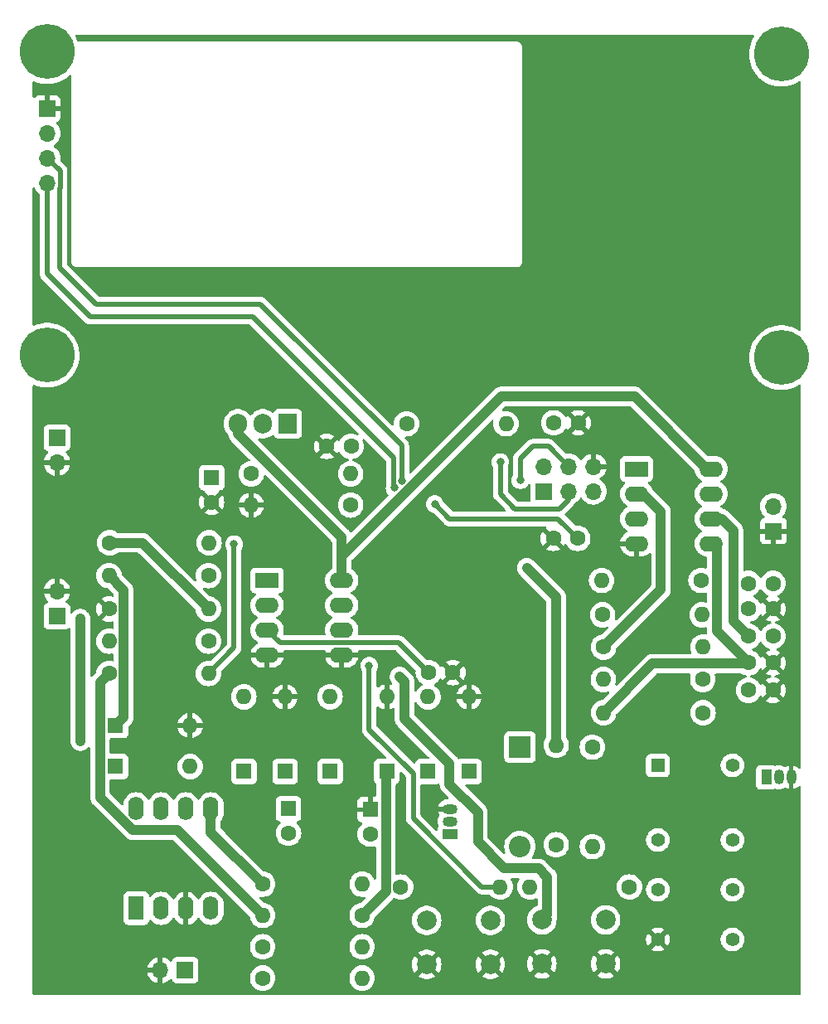
<source format=gbr>
%TF.GenerationSoftware,KiCad,Pcbnew,7.0.6*%
%TF.CreationDate,2023-07-25T17:39:36+01:00*%
%TF.ProjectId,Coursework,436f7572-7365-4776-9f72-6b2e6b696361,rev?*%
%TF.SameCoordinates,Original*%
%TF.FileFunction,Copper,L2,Bot*%
%TF.FilePolarity,Positive*%
%FSLAX46Y46*%
G04 Gerber Fmt 4.6, Leading zero omitted, Abs format (unit mm)*
G04 Created by KiCad (PCBNEW 7.0.6) date 2023-07-25 17:39:36*
%MOMM*%
%LPD*%
G01*
G04 APERTURE LIST*
%TA.AperFunction,ComponentPad*%
%ADD10R,1.700000X1.700000*%
%TD*%
%TA.AperFunction,ComponentPad*%
%ADD11O,1.700000X1.700000*%
%TD*%
%TA.AperFunction,ComponentPad*%
%ADD12C,1.600000*%
%TD*%
%TA.AperFunction,ComponentPad*%
%ADD13O,1.600000X1.600000*%
%TD*%
%TA.AperFunction,ComponentPad*%
%ADD14R,1.500000X1.050000*%
%TD*%
%TA.AperFunction,ComponentPad*%
%ADD15O,1.500000X1.050000*%
%TD*%
%TA.AperFunction,ComponentPad*%
%ADD16R,1.600000X1.600000*%
%TD*%
%TA.AperFunction,ComponentPad*%
%ADD17C,5.600000*%
%TD*%
%TA.AperFunction,ComponentPad*%
%ADD18R,1.600000X2.400000*%
%TD*%
%TA.AperFunction,ComponentPad*%
%ADD19O,1.600000X2.400000*%
%TD*%
%TA.AperFunction,ComponentPad*%
%ADD20R,1.050000X1.500000*%
%TD*%
%TA.AperFunction,ComponentPad*%
%ADD21O,1.050000X1.500000*%
%TD*%
%TA.AperFunction,ComponentPad*%
%ADD22R,2.400000X1.600000*%
%TD*%
%TA.AperFunction,ComponentPad*%
%ADD23O,2.400000X1.600000*%
%TD*%
%TA.AperFunction,ComponentPad*%
%ADD24R,1.905000X2.000000*%
%TD*%
%TA.AperFunction,ComponentPad*%
%ADD25O,1.905000X2.000000*%
%TD*%
%TA.AperFunction,ComponentPad*%
%ADD26C,2.000000*%
%TD*%
%TA.AperFunction,ComponentPad*%
%ADD27R,2.200000X2.200000*%
%TD*%
%TA.AperFunction,ComponentPad*%
%ADD28O,2.200000X2.200000*%
%TD*%
%TA.AperFunction,ComponentPad*%
%ADD29R,1.400000X1.400000*%
%TD*%
%TA.AperFunction,ComponentPad*%
%ADD30C,1.400000*%
%TD*%
%TA.AperFunction,ViaPad*%
%ADD31C,1.000000*%
%TD*%
%TA.AperFunction,ViaPad*%
%ADD32C,0.800000*%
%TD*%
%TA.AperFunction,Conductor*%
%ADD33C,1.000000*%
%TD*%
%TA.AperFunction,Conductor*%
%ADD34C,0.500000*%
%TD*%
G04 APERTURE END LIST*
D10*
%TO.P,J7,1,MISO*%
%TO.N,/MISO*%
X141720000Y-88400000D03*
D11*
%TO.P,J7,2,VCC*%
%TO.N,+5V*%
X141720000Y-85860000D03*
%TO.P,J7,3,SCK*%
%TO.N,/SCK*%
X144260000Y-88400000D03*
%TO.P,J7,4,MOSI*%
%TO.N,/MOSI*%
X144260000Y-85860000D03*
%TO.P,J7,5,~{RST}*%
%TO.N,/RESET*%
X146800000Y-88400000D03*
%TO.P,J7,6,GND*%
%TO.N,Earth*%
X146800000Y-85860000D03*
%TD*%
D12*
%TO.P,C4,1*%
%TO.N,/RESET*%
X145200000Y-93200000D03*
%TO.P,C4,2*%
%TO.N,Earth*%
X142700000Y-93200000D03*
%TD*%
%TO.P,R2,1*%
%TO.N,/Range*%
X150480000Y-128800000D03*
D13*
%TO.P,R2,2*%
%TO.N,+5V*%
X140320000Y-128800000D03*
%TD*%
D12*
%TO.P,R21,1*%
%TO.N,Net-(D3-A)*%
X107480000Y-103700000D03*
D13*
%TO.P,R21,2*%
%TO.N,Net-(J3-Pin_1)*%
X97320000Y-103700000D03*
%TD*%
D14*
%TO.P,U5,1*%
%TO.N,N/C*%
X132160000Y-123370000D03*
D15*
%TO.P,U5,2,K*%
%TO.N,Net-(U5-K)*%
X132160000Y-122100000D03*
%TO.P,U5,3,A*%
%TO.N,Earth*%
X132160000Y-120830000D03*
%TD*%
D10*
%TO.P,J3,1,Pin_1*%
%TO.N,Net-(J3-Pin_1)*%
X92000000Y-101125000D03*
D11*
%TO.P,J3,2,Pin_2*%
%TO.N,Earth*%
X92000000Y-98585000D03*
%TD*%
D16*
%TO.P,D7,1,K*%
%TO.N,/ADC-AC*%
X115300000Y-117000000D03*
D13*
%TO.P,D7,2,A*%
%TO.N,Earth*%
X115300000Y-109380000D03*
%TD*%
D10*
%TO.P,J2,1,Pin_1*%
%TO.N,+9V*%
X92000000Y-82925000D03*
D11*
%TO.P,J2,2,Pin_2*%
%TO.N,Earth*%
X92000000Y-85465000D03*
%TD*%
D16*
%TO.P,D1,1,K*%
%TO.N,+5V*%
X97990000Y-116500000D03*
D13*
%TO.P,D1,2,A*%
%TO.N,/ADC-DC*%
X105610000Y-116500000D03*
%TD*%
D10*
%TO.P,J4,1,Pin_1*%
%TO.N,Net-(J4-Pin_1)*%
X105100000Y-137300000D03*
D11*
%TO.P,J4,2,Pin_2*%
%TO.N,Earth*%
X102560000Y-137300000D03*
%TD*%
D12*
%TO.P,R20,1*%
%TO.N,Net-(C15-Pad1)*%
X158000000Y-111000000D03*
D13*
%TO.P,R20,2*%
%TO.N,Net-(U2B-+)*%
X147840000Y-111000000D03*
%TD*%
D17*
%TO.P,REF\u002A\u002A,1*%
%TO.N,N/C*%
X91000000Y-43500000D03*
%TD*%
D12*
%TO.P,C5,1*%
%TO.N,Net-(D3-A)*%
X129950000Y-106900000D03*
%TO.P,C5,2*%
%TO.N,Earth*%
X132450000Y-106900000D03*
%TD*%
%TO.P,R7,1*%
%TO.N,Net-(U1A--)*%
X97380000Y-93650000D03*
D13*
%TO.P,R7,2*%
%TO.N,Net-(R7-Pad2)*%
X107540000Y-93650000D03*
%TD*%
D12*
%TO.P,R11,1*%
%TO.N,Net-(D3-A)*%
X146700000Y-114520000D03*
D13*
%TO.P,R11,2*%
%TO.N,/Relay*%
X146700000Y-124680000D03*
%TD*%
D18*
%TO.P,U4,1,NC*%
%TO.N,unconnected-(U4-NC-Pad1)*%
X100100000Y-130975000D03*
D19*
%TO.P,U4,2,CAP+*%
%TO.N,Net-(U4-CAP+)*%
X102640000Y-130975000D03*
%TO.P,U4,3,GND*%
%TO.N,Earth*%
X105180000Y-130975000D03*
%TO.P,U4,4,CAP-*%
%TO.N,Net-(U4-CAP-)*%
X107720000Y-130975000D03*
%TO.P,U4,5,VOUT*%
%TO.N,Net-(U4-VOUT)*%
X107720000Y-120815000D03*
%TO.P,U4,6,LV*%
%TO.N,unconnected-(U4-LV-Pad6)*%
X105180000Y-120815000D03*
%TO.P,U4,7,OSC*%
%TO.N,unconnected-(U4-OSC-Pad7)*%
X102640000Y-120815000D03*
%TO.P,U4,8,V+*%
%TO.N,+5V*%
X100100000Y-120815000D03*
%TD*%
D16*
%TO.P,D3,1,K*%
%TO.N,+5V*%
X129900000Y-117000000D03*
D13*
%TO.P,D3,2,A*%
%TO.N,Net-(D3-A)*%
X129900000Y-109380000D03*
%TD*%
D16*
%TO.P,D2,1,K*%
%TO.N,/ADC-DC*%
X97990000Y-112300000D03*
D13*
%TO.P,D2,2,A*%
%TO.N,Earth*%
X105610000Y-112300000D03*
%TD*%
D20*
%TO.P,Q1,1,C*%
%TO.N,Net-(D5-A)*%
X164460000Y-117600000D03*
D21*
%TO.P,Q1,2,B*%
%TO.N,Net-(Q1-B)*%
X165730000Y-117600000D03*
%TO.P,Q1,3,E*%
%TO.N,Earth*%
X167000000Y-117600000D03*
%TD*%
D12*
%TO.P,C11,1*%
%TO.N,Net-(U2A-+)*%
X162650000Y-100400000D03*
%TO.P,C11,2*%
%TO.N,Earth*%
X165150000Y-100400000D03*
%TD*%
%TO.P,C12,1*%
%TO.N,Net-(C12-Pad1)*%
X162650000Y-97800000D03*
%TO.P,C12,2*%
%TO.N,Net-(U2A--)*%
X165150000Y-97800000D03*
%TD*%
D16*
%TO.P,D6,1,K*%
%TO.N,+5V*%
X111100000Y-117000000D03*
D13*
%TO.P,D6,2,A*%
%TO.N,/ADC-AC*%
X111100000Y-109380000D03*
%TD*%
D17*
%TO.P,REF\u002A\u002A,1*%
%TO.N,N/C*%
X166000000Y-74750000D03*
%TD*%
D16*
%TO.P,D9,1,K*%
%TO.N,Net-(D8-A)*%
X125700000Y-117000000D03*
D13*
%TO.P,D9,2,A*%
%TO.N,Earth*%
X125700000Y-109380000D03*
%TD*%
D12*
%TO.P,C15,1*%
%TO.N,Net-(C15-Pad1)*%
X165150000Y-103200000D03*
%TO.P,C15,2*%
%TO.N,Net-(J6-Pin_2)*%
X162650000Y-103200000D03*
%TD*%
%TO.P,R14,1*%
%TO.N,Net-(U5-K)*%
X113020000Y-134900000D03*
D13*
%TO.P,R14,2*%
%TO.N,Net-(D8-A)*%
X123180000Y-134900000D03*
%TD*%
D17*
%TO.P,REF\u002A\u002A,1*%
%TO.N,N/C*%
X166000000Y-43750000D03*
%TD*%
D22*
%TO.P,U1,1*%
%TO.N,Net-(R7-Pad2)*%
X113475000Y-97500000D03*
D23*
%TO.P,U1,2,-*%
%TO.N,Net-(U1A--)*%
X113475000Y-100040000D03*
%TO.P,U1,3,+*%
%TO.N,Net-(D3-A)*%
X113475000Y-102580000D03*
%TO.P,U1,4,V-*%
%TO.N,Earth*%
X113475000Y-105120000D03*
%TO.P,U1,5,+*%
X121095000Y-105120000D03*
%TO.P,U1,6,-*%
%TO.N,Net-(D8-A)*%
X121095000Y-102580000D03*
%TO.P,U1,7*%
%TO.N,Net-(R15-Pad2)*%
X121095000Y-100040000D03*
%TO.P,U1,8,V+*%
%TO.N,+9V*%
X121095000Y-97500000D03*
%TD*%
D22*
%TO.P,U2,1*%
%TO.N,Net-(U2A--)*%
X151215000Y-86120000D03*
D23*
%TO.P,U2,2,-*%
X151215000Y-88660000D03*
%TO.P,U2,3,+*%
%TO.N,Net-(U2A-+)*%
X151215000Y-91200000D03*
%TO.P,U2,4,V-*%
%TO.N,Earth*%
X151215000Y-93740000D03*
%TO.P,U2,5,+*%
%TO.N,Net-(U2B-+)*%
X158835000Y-93740000D03*
%TO.P,U2,6,-*%
%TO.N,Net-(J6-Pin_2)*%
X158835000Y-91200000D03*
%TO.P,U2,7*%
X158835000Y-88660000D03*
%TO.P,U2,8,V+*%
%TO.N,+9V*%
X158835000Y-86120000D03*
%TD*%
D24*
%TO.P,U3,1,ADJ*%
%TO.N,Net-(U3-ADJ)*%
X115580000Y-81500000D03*
D25*
%TO.P,U3,2,VO*%
%TO.N,+5V*%
X113040000Y-81500000D03*
%TO.P,U3,3,VI*%
%TO.N,+9V*%
X110500000Y-81500000D03*
%TD*%
D12*
%TO.P,R15,1*%
%TO.N,Net-(D8-A)*%
X123180000Y-131700000D03*
D13*
%TO.P,R15,2*%
%TO.N,Net-(R15-Pad2)*%
X113020000Y-131700000D03*
%TD*%
D12*
%TO.P,R16,1*%
%TO.N,Net-(R15-Pad2)*%
X97320000Y-107000000D03*
D13*
%TO.P,R16,2*%
%TO.N,/ADC-AC*%
X107480000Y-107000000D03*
%TD*%
D12*
%TO.P,R4,1*%
%TO.N,+5V*%
X111840000Y-86600000D03*
D13*
%TO.P,R4,2*%
%TO.N,Net-(U3-ADJ)*%
X122000000Y-86600000D03*
%TD*%
D10*
%TO.P,J1,1,Pin_1*%
%TO.N,Earth*%
X91025000Y-49300000D03*
D11*
%TO.P,J1,2,Pin_2*%
%TO.N,+5V*%
X91025000Y-51840000D03*
%TO.P,J1,3,Pin_3*%
%TO.N,/SDA*%
X91025000Y-54380000D03*
%TO.P,J1,4,Pin_4*%
%TO.N,/SCL*%
X91025000Y-56920000D03*
%TD*%
D26*
%TO.P,SW1,1,A*%
%TO.N,/Mode*%
X129780000Y-132200000D03*
X136280000Y-132200000D03*
%TO.P,SW1,2,B*%
%TO.N,Earth*%
X129780000Y-136700000D03*
X136280000Y-136700000D03*
%TD*%
D12*
%TO.P,R6,1*%
%TO.N,Earth*%
X97320000Y-100400000D03*
D13*
%TO.P,R6,2*%
%TO.N,Net-(U1A--)*%
X107480000Y-100400000D03*
%TD*%
D16*
%TO.P,C7,1*%
%TO.N,+5V*%
X107800000Y-87000000D03*
D12*
%TO.P,C7,2*%
%TO.N,Earth*%
X107800000Y-89500000D03*
%TD*%
D10*
%TO.P,J6,1,Pin_1*%
%TO.N,Earth*%
X165200000Y-92460000D03*
D11*
%TO.P,J6,2,Pin_2*%
%TO.N,Net-(J6-Pin_2)*%
X165200000Y-89920000D03*
%TD*%
D12*
%TO.P,R3,1*%
%TO.N,/RESET*%
X127720000Y-81500000D03*
D13*
%TO.P,R3,2*%
%TO.N,+5V*%
X137880000Y-81500000D03*
%TD*%
D16*
%TO.P,D8,1,K*%
%TO.N,+5V*%
X119900000Y-117000000D03*
D13*
%TO.P,D8,2,A*%
%TO.N,Net-(D8-A)*%
X119900000Y-109380000D03*
%TD*%
D16*
%TO.P,C8,1*%
%TO.N,Net-(U4-CAP+)*%
X115660000Y-120794888D03*
D12*
%TO.P,C8,2*%
%TO.N,Net-(U4-CAP-)*%
X115660000Y-123294888D03*
%TD*%
%TO.P,R12,1*%
%TO.N,Net-(U4-VOUT)*%
X113020000Y-128500000D03*
D13*
%TO.P,R12,2*%
%TO.N,Net-(U5-K)*%
X123180000Y-128500000D03*
%TD*%
D12*
%TO.P,R10,1*%
%TO.N,/PWM*%
X147740000Y-101000000D03*
D13*
%TO.P,R10,2*%
%TO.N,Net-(C12-Pad1)*%
X157900000Y-101000000D03*
%TD*%
D12*
%TO.P,C1,1*%
%TO.N,+5V*%
X142750000Y-81400000D03*
%TO.P,C1,2*%
%TO.N,Earth*%
X145250000Y-81400000D03*
%TD*%
%TO.P,R19,1*%
%TO.N,Net-(C13-Pad1)*%
X157980000Y-107600000D03*
D13*
%TO.P,R19,2*%
%TO.N,Net-(C15-Pad1)*%
X147820000Y-107600000D03*
%TD*%
D12*
%TO.P,R18,1*%
%TO.N,Net-(U2A--)*%
X147840000Y-104300000D03*
D13*
%TO.P,R18,2*%
%TO.N,Net-(C13-Pad1)*%
X158000000Y-104300000D03*
%TD*%
D12*
%TO.P,R8,1*%
%TO.N,Net-(R7-Pad2)*%
X107480000Y-97000000D03*
D13*
%TO.P,R8,2*%
%TO.N,/ADC-DC*%
X97320000Y-97000000D03*
%TD*%
D12*
%TO.P,R13,1*%
%TO.N,Net-(J4-Pin_1)*%
X113020000Y-138100000D03*
D13*
%TO.P,R13,2*%
%TO.N,Net-(D8-A)*%
X123180000Y-138100000D03*
%TD*%
D16*
%TO.P,D4,1,K*%
%TO.N,Net-(D3-A)*%
X134100000Y-117000000D03*
D13*
%TO.P,D4,2,A*%
%TO.N,Earth*%
X134100000Y-109380000D03*
%TD*%
D27*
%TO.P,D5,1,A*%
%TO.N,Net-(D5-A)*%
X139300000Y-114520000D03*
D28*
%TO.P,D5,2,K*%
%TO.N,+5V*%
X139300000Y-124680000D03*
%TD*%
D29*
%TO.P,K1,1*%
%TO.N,Net-(D5-A)*%
X153380000Y-116380000D03*
D30*
%TO.P,K1,4*%
%TO.N,/Relay*%
X153380000Y-124000000D03*
%TO.P,K1,6*%
%TO.N,unconnected-(K1-Pad6)*%
X153380000Y-129080000D03*
%TO.P,K1,8*%
%TO.N,Earth*%
X153380000Y-134160000D03*
%TO.P,K1,9*%
%TO.N,unconnected-(K1-Pad9)*%
X161000000Y-134160000D03*
%TO.P,K1,11*%
%TO.N,unconnected-(K1-Pad11)*%
X161000000Y-129080000D03*
%TO.P,K1,13*%
%TO.N,unconnected-(K1-Pad13)*%
X161000000Y-124000000D03*
%TO.P,K1,16*%
%TO.N,+5V*%
X161000000Y-116380000D03*
%TD*%
D12*
%TO.P,R9,1*%
%TO.N,Net-(Q1-B)*%
X143000000Y-124480000D03*
D13*
%TO.P,R9,2*%
%TO.N,/Relay_switch*%
X143000000Y-114320000D03*
%TD*%
D12*
%TO.P,R5,1*%
%TO.N,Net-(U3-ADJ)*%
X122000000Y-89800000D03*
D13*
%TO.P,R5,2*%
%TO.N,Earth*%
X111840000Y-89800000D03*
%TD*%
D12*
%TO.P,C13,1*%
%TO.N,Net-(C13-Pad1)*%
X162650000Y-108700000D03*
%TO.P,C13,2*%
%TO.N,Earth*%
X165150000Y-108700000D03*
%TD*%
%TO.P,R1,1*%
%TO.N,+5V*%
X127120000Y-128800000D03*
D13*
%TO.P,R1,2*%
%TO.N,/Mode*%
X137280000Y-128800000D03*
%TD*%
D17*
%TO.P,REF\u002A\u002A,1*%
%TO.N,N/C*%
X91000000Y-74500000D03*
%TD*%
D12*
%TO.P,C14,1*%
%TO.N,Net-(U2B-+)*%
X162650000Y-105900000D03*
%TO.P,C14,2*%
%TO.N,Earth*%
X165150000Y-105900000D03*
%TD*%
%TO.P,C6,1*%
%TO.N,Net-(U3-ADJ)*%
X122050000Y-83800000D03*
%TO.P,C6,2*%
%TO.N,Earth*%
X119550000Y-83800000D03*
%TD*%
%TO.P,R17,1*%
%TO.N,Net-(C12-Pad1)*%
X157800000Y-97500000D03*
D13*
%TO.P,R17,2*%
%TO.N,Net-(U2A-+)*%
X147640000Y-97500000D03*
%TD*%
D16*
%TO.P,C9,1*%
%TO.N,Earth*%
X124000000Y-120900000D03*
D12*
%TO.P,C9,2*%
%TO.N,Net-(U4-VOUT)*%
X124000000Y-123400000D03*
%TD*%
D26*
%TO.P,SW2,1,A*%
%TO.N,/Range*%
X141550000Y-132150000D03*
X148050000Y-132150000D03*
%TO.P,SW2,2,B*%
%TO.N,Earth*%
X141550000Y-136650000D03*
X148050000Y-136650000D03*
%TD*%
D31*
%TO.N,+5V*%
X94400000Y-101400000D03*
X94400000Y-113900000D03*
D32*
%TO.N,Earth*%
X129160714Y-103425000D03*
X139660714Y-68425000D03*
X129160714Y-68425000D03*
X132660714Y-75425000D03*
X160660714Y-68425000D03*
X160660714Y-78925000D03*
X90660714Y-124425000D03*
X115160714Y-131425000D03*
X90660714Y-134925000D03*
X101160714Y-99925000D03*
X90660714Y-113925000D03*
X97660714Y-75425000D03*
X118660714Y-96425000D03*
X150160714Y-82425000D03*
X143160714Y-75425000D03*
X143160714Y-43925000D03*
X153660714Y-75425000D03*
X164160714Y-85925000D03*
X157160714Y-61425000D03*
X111660714Y-75425000D03*
X150160714Y-47425000D03*
X150160714Y-68425000D03*
X122160714Y-120925000D03*
X122160714Y-106925000D03*
X157160714Y-43925000D03*
X118660714Y-138425000D03*
X146660714Y-127925000D03*
X157160714Y-124425000D03*
X122160714Y-71925000D03*
X118660714Y-85925000D03*
X115160714Y-68425000D03*
X139660714Y-120925000D03*
X157160714Y-138425000D03*
X146660714Y-61425000D03*
X160660714Y-50925000D03*
X104660714Y-71925000D03*
X133650000Y-88800000D03*
X90660714Y-89425000D03*
X97660714Y-138425000D03*
X132660714Y-138425000D03*
X139660714Y-134925000D03*
X164160714Y-57925000D03*
X153660714Y-54425000D03*
X146660714Y-138425000D03*
X90660714Y-68425000D03*
X164160714Y-127925000D03*
X118660714Y-113925000D03*
X143160714Y-54425000D03*
X90660714Y-103425000D03*
X101160714Y-89425000D03*
X101160714Y-110425000D03*
X150160714Y-113925000D03*
X90660714Y-78925000D03*
X90660714Y-47425000D03*
X153660714Y-131425000D03*
X108160714Y-113925000D03*
X125660714Y-134925000D03*
X97660714Y-127925000D03*
X136160714Y-106925000D03*
X104660714Y-134925000D03*
%TO.N,/RESET*%
X130600000Y-89700000D03*
%TO.N,/SDA*%
X127220035Y-87325035D03*
%TO.N,/SCL*%
X126497286Y-88047786D03*
%TO.N,/SCK*%
X137300000Y-85400000D03*
%TO.N,/MOSI*%
X139338624Y-87269500D03*
%TO.N,/Mode*%
X123900000Y-106200000D03*
D31*
%TO.N,/Range*%
X127000000Y-107300000D03*
%TO.N,/Relay_switch*%
X140000000Y-96200000D03*
D32*
%TO.N,/ADC-AC*%
X110100000Y-93800000D03*
%TD*%
D33*
%TO.N,+5V*%
X94400000Y-101400000D02*
X94400000Y-113900000D01*
D34*
%TO.N,/RESET*%
X145200000Y-93200000D02*
X143200000Y-91200000D01*
X143200000Y-91200000D02*
X132100000Y-91200000D01*
X132100000Y-91200000D02*
X130600000Y-89700000D01*
%TO.N,Net-(D3-A)*%
X113475000Y-102580000D02*
X114765000Y-103870000D01*
X114765000Y-103870000D02*
X126920000Y-103870000D01*
X126920000Y-103870000D02*
X129950000Y-106900000D01*
D33*
%TO.N,Net-(U4-VOUT)*%
X107720000Y-123200000D02*
X113020000Y-128500000D01*
X107720000Y-120815000D02*
X107720000Y-123200000D01*
%TO.N,Net-(U2A--)*%
X147840000Y-104300000D02*
X153700000Y-98440000D01*
X153700000Y-90500000D02*
X151860000Y-88660000D01*
X151860000Y-88660000D02*
X151215000Y-88660000D01*
X153700000Y-98440000D02*
X153700000Y-90500000D01*
%TO.N,Net-(U2B-+)*%
X147840000Y-111000000D02*
X152840000Y-106000000D01*
X159400000Y-102650000D02*
X162650000Y-105900000D01*
X159400000Y-94305000D02*
X159400000Y-102650000D01*
X152840000Y-106000000D02*
X162550000Y-106000000D01*
X162550000Y-106000000D02*
X162650000Y-105900000D01*
X158835000Y-93740000D02*
X159400000Y-94305000D01*
%TO.N,Net-(J6-Pin_2)*%
X161100000Y-92400000D02*
X161100000Y-101650000D01*
X161100000Y-101650000D02*
X162650000Y-103200000D01*
X159900000Y-91200000D02*
X161100000Y-92400000D01*
X158835000Y-91200000D02*
X159900000Y-91200000D01*
%TO.N,/ADC-DC*%
X98820000Y-111470000D02*
X97990000Y-112300000D01*
X98820000Y-98500000D02*
X98820000Y-111470000D01*
X97320000Y-97000000D02*
X98820000Y-98500000D01*
D34*
%TO.N,/SDA*%
X96000000Y-69300000D02*
X112800000Y-69300000D01*
X91025000Y-54380000D02*
X92325000Y-55680000D01*
X92325000Y-57458478D02*
X92300000Y-57483478D01*
X92300000Y-57483478D02*
X92300000Y-65600000D01*
X112800000Y-69300000D02*
X127220035Y-83720035D01*
X127220035Y-83720035D02*
X127220035Y-87325035D01*
X92300000Y-65600000D02*
X96000000Y-69300000D01*
X92325000Y-55680000D02*
X92325000Y-57458478D01*
%TO.N,/SCL*%
X126370035Y-84970035D02*
X126370035Y-87920535D01*
X91000000Y-56945000D02*
X91000000Y-66200000D01*
X91000000Y-66200000D02*
X95400000Y-70600000D01*
X126370035Y-87920535D02*
X126497286Y-88047786D01*
X112000000Y-70600000D02*
X126370035Y-84970035D01*
X95400000Y-70600000D02*
X112000000Y-70600000D01*
X91025000Y-56920000D02*
X91000000Y-56945000D01*
D33*
%TO.N,+9V*%
X137400000Y-78700000D02*
X121095000Y-95005000D01*
X158835000Y-86120000D02*
X158435000Y-86120000D01*
X121095000Y-97500000D02*
X121095000Y-93095000D01*
X121095000Y-93095000D02*
X110500000Y-82500000D01*
X158435000Y-86120000D02*
X151015000Y-78700000D01*
X121095000Y-95005000D02*
X121095000Y-97500000D01*
X110500000Y-82500000D02*
X110500000Y-81500000D01*
X151015000Y-78700000D02*
X137400000Y-78700000D01*
D34*
%TO.N,/SCK*%
X138800000Y-90200000D02*
X143300000Y-90200000D01*
X143300000Y-90200000D02*
X144260000Y-89240000D01*
X137300000Y-85400000D02*
X137300000Y-88700000D01*
X144260000Y-89240000D02*
X144260000Y-88400000D01*
X137300000Y-88700000D02*
X138800000Y-90200000D01*
%TO.N,/MOSI*%
X142200000Y-83800000D02*
X144260000Y-85860000D01*
X140600000Y-83800000D02*
X142200000Y-83800000D01*
X139350000Y-85050000D02*
X140600000Y-83800000D01*
X139350000Y-87258124D02*
X139350000Y-85050000D01*
X139338624Y-87269500D02*
X139350000Y-87258124D01*
%TO.N,/Mode*%
X123900000Y-112700000D02*
X128400000Y-117200000D01*
X128400000Y-117200000D02*
X128400000Y-121785000D01*
X135415000Y-128800000D02*
X137280000Y-128800000D01*
X123900000Y-106200000D02*
X123900000Y-112700000D01*
X128400000Y-121785000D02*
X135415000Y-128800000D01*
D33*
%TO.N,/Range*%
X127000000Y-107300000D02*
X127500000Y-107800000D01*
X127500000Y-107800000D02*
X127500000Y-111600000D01*
X127500000Y-111600000D02*
X132100000Y-116200000D01*
X142100000Y-127800000D02*
X142100000Y-131600000D01*
X141200000Y-126900000D02*
X142100000Y-127800000D01*
X132100000Y-116200000D02*
X132100000Y-118300000D01*
X137700000Y-126900000D02*
X141200000Y-126900000D01*
X135000000Y-121200000D02*
X135000000Y-124200000D01*
X142100000Y-131600000D02*
X141550000Y-132150000D01*
X132100000Y-118300000D02*
X135000000Y-121200000D01*
X135000000Y-124200000D02*
X137700000Y-126900000D01*
%TO.N,Net-(U1A--)*%
X100730000Y-93650000D02*
X107480000Y-100400000D01*
X97380000Y-93650000D02*
X100730000Y-93650000D01*
%TO.N,/Relay_switch*%
X140000000Y-96200000D02*
X143000000Y-99200000D01*
X143000000Y-99200000D02*
X143000000Y-114320000D01*
%TO.N,Net-(D8-A)*%
X125700000Y-117000000D02*
X125600000Y-117100000D01*
X125600000Y-129280000D02*
X123180000Y-131700000D01*
X125600000Y-117100000D02*
X125600000Y-129280000D01*
D34*
%TO.N,/ADC-AC*%
X110100000Y-104380000D02*
X107480000Y-107000000D01*
X110100000Y-93800000D02*
X110100000Y-104380000D01*
D33*
%TO.N,Net-(R15-Pad2)*%
X99763680Y-123000000D02*
X96400000Y-119636320D01*
X96400000Y-107920000D02*
X97320000Y-107000000D01*
X96400000Y-119636320D02*
X96400000Y-107920000D01*
X113020000Y-131700000D02*
X104320000Y-123000000D01*
X104320000Y-123000000D02*
X99763680Y-123000000D01*
%TD*%
%TA.AperFunction,Conductor*%
%TO.N,Earth*%
G36*
X163184286Y-41795185D02*
G01*
X163230041Y-41847989D01*
X163239985Y-41917147D01*
X163219881Y-41969084D01*
X163178515Y-42030094D01*
X163167784Y-42045922D01*
X163000151Y-42362111D01*
X163000142Y-42362129D01*
X162867674Y-42694600D01*
X162867672Y-42694607D01*
X162771932Y-43039434D01*
X162771926Y-43039460D01*
X162714029Y-43392614D01*
X162714028Y-43392631D01*
X162694652Y-43749997D01*
X162694652Y-43750002D01*
X162714028Y-44107368D01*
X162714029Y-44107385D01*
X162771926Y-44460539D01*
X162771932Y-44460565D01*
X162867672Y-44805392D01*
X162867674Y-44805399D01*
X163000142Y-45137870D01*
X163000151Y-45137888D01*
X163167784Y-45454077D01*
X163167787Y-45454082D01*
X163167789Y-45454085D01*
X163325142Y-45686164D01*
X163368634Y-45750309D01*
X163368641Y-45750319D01*
X163597046Y-46019218D01*
X163600332Y-46023086D01*
X163860163Y-46269211D01*
X164145081Y-46485800D01*
X164451747Y-46670315D01*
X164451749Y-46670316D01*
X164451751Y-46670317D01*
X164451755Y-46670319D01*
X164649500Y-46761805D01*
X164776565Y-46820591D01*
X165115726Y-46934868D01*
X165465254Y-47011805D01*
X165821052Y-47050500D01*
X165821058Y-47050500D01*
X166178942Y-47050500D01*
X166178948Y-47050500D01*
X166534746Y-47011805D01*
X166884274Y-46934868D01*
X167223435Y-46820591D01*
X167548253Y-46670315D01*
X167811572Y-46511880D01*
X167879163Y-46494185D01*
X167945592Y-46515841D01*
X167989767Y-46569974D01*
X167999500Y-46618131D01*
X167999500Y-71881867D01*
X167979815Y-71948906D01*
X167927011Y-71994661D01*
X167857853Y-72004605D01*
X167811572Y-71988118D01*
X167628401Y-71877909D01*
X167548253Y-71829685D01*
X167548247Y-71829682D01*
X167548244Y-71829680D01*
X167223447Y-71679414D01*
X167223441Y-71679411D01*
X167223435Y-71679409D01*
X167053854Y-71622270D01*
X166884273Y-71565131D01*
X166534744Y-71488194D01*
X166178949Y-71449500D01*
X166178948Y-71449500D01*
X165821052Y-71449500D01*
X165821050Y-71449500D01*
X165465255Y-71488194D01*
X165115726Y-71565131D01*
X164859970Y-71651306D01*
X164776565Y-71679409D01*
X164776562Y-71679410D01*
X164776563Y-71679410D01*
X164776552Y-71679414D01*
X164451755Y-71829680D01*
X164451751Y-71829682D01*
X164253600Y-71948906D01*
X164145081Y-72014200D01*
X164056768Y-72081333D01*
X163860172Y-72230781D01*
X163860163Y-72230789D01*
X163600331Y-72476914D01*
X163368641Y-72749680D01*
X163368634Y-72749690D01*
X163167790Y-73045913D01*
X163167784Y-73045922D01*
X163000151Y-73362111D01*
X163000142Y-73362129D01*
X162867674Y-73694600D01*
X162867672Y-73694607D01*
X162771932Y-74039434D01*
X162771926Y-74039460D01*
X162714029Y-74392614D01*
X162714028Y-74392631D01*
X162694652Y-74749997D01*
X162694652Y-74750002D01*
X162714028Y-75107368D01*
X162714029Y-75107385D01*
X162771926Y-75460539D01*
X162771932Y-75460565D01*
X162867672Y-75805392D01*
X162867674Y-75805399D01*
X163000142Y-76137870D01*
X163000151Y-76137888D01*
X163167784Y-76454077D01*
X163167787Y-76454082D01*
X163167789Y-76454085D01*
X163325142Y-76686164D01*
X163368634Y-76750309D01*
X163368641Y-76750319D01*
X163597046Y-77019218D01*
X163600332Y-77023086D01*
X163860163Y-77269211D01*
X164145081Y-77485800D01*
X164451747Y-77670315D01*
X164451749Y-77670316D01*
X164451751Y-77670317D01*
X164451755Y-77670319D01*
X164724523Y-77796514D01*
X164776565Y-77820591D01*
X165115726Y-77934868D01*
X165465254Y-78011805D01*
X165821052Y-78050500D01*
X165821058Y-78050500D01*
X166178942Y-78050500D01*
X166178948Y-78050500D01*
X166534746Y-78011805D01*
X166884274Y-77934868D01*
X167223435Y-77820591D01*
X167548253Y-77670315D01*
X167811572Y-77511880D01*
X167879163Y-77494185D01*
X167945592Y-77515841D01*
X167989767Y-77569974D01*
X167999500Y-77618131D01*
X167999500Y-116630619D01*
X167979815Y-116697658D01*
X167927011Y-116743413D01*
X167857853Y-116753357D01*
X167794297Y-116724332D01*
X167779646Y-116709283D01*
X167728292Y-116646707D01*
X167572215Y-116518620D01*
X167572209Y-116518615D01*
X167394150Y-116423441D01*
X167250000Y-116379712D01*
X167250000Y-117319382D01*
X167180948Y-117265637D01*
X167062576Y-117225000D01*
X166968927Y-117225000D01*
X166876554Y-117240414D01*
X166766486Y-117299981D01*
X166754369Y-117313142D01*
X166753073Y-117299981D01*
X166750299Y-117271808D01*
X166750000Y-117265728D01*
X166750000Y-116379712D01*
X166605849Y-116423441D01*
X166423983Y-116520651D01*
X166355580Y-116534893D01*
X166307077Y-116520651D01*
X166124345Y-116422978D01*
X165931031Y-116364337D01*
X165730000Y-116344538D01*
X165528968Y-116364337D01*
X165390959Y-116406202D01*
X165335659Y-116422977D01*
X165335658Y-116422977D01*
X165334575Y-116423306D01*
X165264708Y-116423929D01*
X165235618Y-116409529D01*
X165235114Y-116410454D01*
X165227328Y-116406202D01*
X165092482Y-116355908D01*
X165092483Y-116355908D01*
X165032883Y-116349501D01*
X165032881Y-116349500D01*
X165032873Y-116349500D01*
X165032864Y-116349500D01*
X163887129Y-116349500D01*
X163887123Y-116349501D01*
X163827516Y-116355908D01*
X163692671Y-116406202D01*
X163692664Y-116406206D01*
X163577455Y-116492452D01*
X163577452Y-116492455D01*
X163491206Y-116607664D01*
X163491202Y-116607671D01*
X163440908Y-116742517D01*
X163434501Y-116802116D01*
X163434500Y-116802135D01*
X163434500Y-118397870D01*
X163434501Y-118397876D01*
X163440908Y-118457483D01*
X163491202Y-118592328D01*
X163491206Y-118592335D01*
X163577452Y-118707544D01*
X163577455Y-118707547D01*
X163692664Y-118793793D01*
X163692671Y-118793797D01*
X163827517Y-118844091D01*
X163827516Y-118844091D01*
X163834444Y-118844835D01*
X163887127Y-118850500D01*
X165032872Y-118850499D01*
X165092483Y-118844091D01*
X165227331Y-118793796D01*
X165227335Y-118793792D01*
X165235118Y-118789544D01*
X165236252Y-118791621D01*
X165289715Y-118771671D01*
X165334576Y-118776694D01*
X165335656Y-118777021D01*
X165335659Y-118777023D01*
X165528967Y-118835662D01*
X165730000Y-118855462D01*
X165931033Y-118835662D01*
X166124341Y-118777023D01*
X166174471Y-118750228D01*
X166307078Y-118679348D01*
X166375480Y-118665106D01*
X166423985Y-118679348D01*
X166605848Y-118776557D01*
X166750000Y-118820285D01*
X166750000Y-117934270D01*
X166750299Y-117928190D01*
X166754629Y-117884220D01*
X166819052Y-117934363D01*
X166937424Y-117975000D01*
X167031073Y-117975000D01*
X167123446Y-117959586D01*
X167233514Y-117900019D01*
X167250000Y-117882110D01*
X167250000Y-118820285D01*
X167394153Y-118776557D01*
X167572209Y-118681384D01*
X167572215Y-118681379D01*
X167728292Y-118553292D01*
X167779646Y-118490716D01*
X167837391Y-118451381D01*
X167907236Y-118449510D01*
X167967005Y-118485697D01*
X167997721Y-118548452D01*
X167999500Y-118569380D01*
X167999500Y-139675500D01*
X167979815Y-139742539D01*
X167927011Y-139788294D01*
X167875500Y-139799500D01*
X89651500Y-139799500D01*
X89584461Y-139779815D01*
X89538706Y-139727011D01*
X89527500Y-139675500D01*
X89527500Y-137550000D01*
X101229364Y-137550000D01*
X101286567Y-137763486D01*
X101286570Y-137763492D01*
X101386399Y-137977578D01*
X101521894Y-138171082D01*
X101688917Y-138338105D01*
X101882421Y-138473600D01*
X102096507Y-138573429D01*
X102096516Y-138573433D01*
X102310000Y-138630634D01*
X102310000Y-137735501D01*
X102417685Y-137784680D01*
X102524237Y-137800000D01*
X102595763Y-137800000D01*
X102702315Y-137784680D01*
X102810000Y-137735501D01*
X102810000Y-138630633D01*
X103023483Y-138573433D01*
X103023492Y-138573429D01*
X103237578Y-138473600D01*
X103431078Y-138338108D01*
X103553133Y-138216053D01*
X103614456Y-138182568D01*
X103684148Y-138187552D01*
X103740082Y-138229423D01*
X103756997Y-138260401D01*
X103806202Y-138392328D01*
X103806206Y-138392335D01*
X103892452Y-138507544D01*
X103892455Y-138507547D01*
X104007664Y-138593793D01*
X104007671Y-138593797D01*
X104142517Y-138644091D01*
X104142516Y-138644091D01*
X104149444Y-138644835D01*
X104202127Y-138650500D01*
X105997872Y-138650499D01*
X106057483Y-138644091D01*
X106192331Y-138593796D01*
X106307546Y-138507546D01*
X106393796Y-138392331D01*
X106444091Y-138257483D01*
X106450500Y-138197873D01*
X106450500Y-138100001D01*
X111714532Y-138100001D01*
X111734364Y-138326686D01*
X111734366Y-138326697D01*
X111793258Y-138546488D01*
X111793261Y-138546497D01*
X111889431Y-138752732D01*
X111889432Y-138752734D01*
X112019954Y-138939141D01*
X112180858Y-139100045D01*
X112180861Y-139100047D01*
X112367266Y-139230568D01*
X112573504Y-139326739D01*
X112793308Y-139385635D01*
X112955230Y-139399801D01*
X113019998Y-139405468D01*
X113020000Y-139405468D01*
X113020002Y-139405468D01*
X113076673Y-139400509D01*
X113246692Y-139385635D01*
X113466496Y-139326739D01*
X113672734Y-139230568D01*
X113859139Y-139100047D01*
X114020047Y-138939139D01*
X114150568Y-138752734D01*
X114246739Y-138546496D01*
X114305635Y-138326692D01*
X114325468Y-138100001D01*
X121874532Y-138100001D01*
X121894364Y-138326686D01*
X121894366Y-138326697D01*
X121953258Y-138546488D01*
X121953261Y-138546497D01*
X122049431Y-138752732D01*
X122049432Y-138752734D01*
X122179954Y-138939141D01*
X122340858Y-139100045D01*
X122340861Y-139100047D01*
X122527266Y-139230568D01*
X122733504Y-139326739D01*
X122953308Y-139385635D01*
X123115230Y-139399801D01*
X123179998Y-139405468D01*
X123180000Y-139405468D01*
X123180002Y-139405468D01*
X123236672Y-139400509D01*
X123406692Y-139385635D01*
X123626496Y-139326739D01*
X123832734Y-139230568D01*
X124019139Y-139100047D01*
X124180047Y-138939139D01*
X124310568Y-138752734D01*
X124406739Y-138546496D01*
X124465635Y-138326692D01*
X124485468Y-138100000D01*
X124465635Y-137873308D01*
X124406739Y-137653504D01*
X124310568Y-137447266D01*
X124180047Y-137260861D01*
X124180045Y-137260858D01*
X124019141Y-137099954D01*
X123832734Y-136969432D01*
X123832732Y-136969431D01*
X123626497Y-136873261D01*
X123626488Y-136873258D01*
X123406697Y-136814366D01*
X123406693Y-136814365D01*
X123406692Y-136814365D01*
X123406691Y-136814364D01*
X123406686Y-136814364D01*
X123180002Y-136794532D01*
X123179998Y-136794532D01*
X122953313Y-136814364D01*
X122953302Y-136814366D01*
X122733511Y-136873258D01*
X122733502Y-136873261D01*
X122527267Y-136969431D01*
X122527265Y-136969432D01*
X122340858Y-137099954D01*
X122179954Y-137260858D01*
X122049432Y-137447265D01*
X122049431Y-137447267D01*
X121953261Y-137653502D01*
X121953258Y-137653511D01*
X121894366Y-137873302D01*
X121894364Y-137873313D01*
X121874532Y-138099998D01*
X121874532Y-138100001D01*
X114325468Y-138100001D01*
X114325468Y-138100000D01*
X114305635Y-137873308D01*
X114246739Y-137653504D01*
X114150568Y-137447266D01*
X114020047Y-137260861D01*
X114020045Y-137260858D01*
X113859141Y-137099954D01*
X113672734Y-136969432D01*
X113672732Y-136969431D01*
X113466497Y-136873261D01*
X113466488Y-136873258D01*
X113246697Y-136814366D01*
X113246693Y-136814365D01*
X113246692Y-136814365D01*
X113246691Y-136814364D01*
X113246686Y-136814364D01*
X113020002Y-136794532D01*
X113019998Y-136794532D01*
X112793313Y-136814364D01*
X112793302Y-136814366D01*
X112573511Y-136873258D01*
X112573502Y-136873261D01*
X112367267Y-136969431D01*
X112367265Y-136969432D01*
X112180858Y-137099954D01*
X112019954Y-137260858D01*
X111889432Y-137447265D01*
X111889431Y-137447267D01*
X111793261Y-137653502D01*
X111793258Y-137653511D01*
X111734366Y-137873302D01*
X111734364Y-137873313D01*
X111714532Y-138099998D01*
X111714532Y-138100001D01*
X106450500Y-138100001D01*
X106450499Y-136700005D01*
X128274858Y-136700005D01*
X128295385Y-136947729D01*
X128295387Y-136947738D01*
X128356412Y-137188717D01*
X128456266Y-137416364D01*
X128556564Y-137569882D01*
X129254070Y-136872376D01*
X129256884Y-136885915D01*
X129326442Y-137020156D01*
X129429638Y-137130652D01*
X129558819Y-137209209D01*
X129610002Y-137223549D01*
X128909942Y-137923609D01*
X128956768Y-137960055D01*
X128956770Y-137960056D01*
X129175385Y-138078364D01*
X129175396Y-138078369D01*
X129410506Y-138159083D01*
X129655707Y-138200000D01*
X129904293Y-138200000D01*
X130149493Y-138159083D01*
X130384603Y-138078369D01*
X130384614Y-138078364D01*
X130603228Y-137960057D01*
X130603231Y-137960055D01*
X130650056Y-137923609D01*
X129951568Y-137225121D01*
X130068458Y-137174349D01*
X130185739Y-137078934D01*
X130272928Y-136955415D01*
X130303354Y-136869802D01*
X131003434Y-137569882D01*
X131103731Y-137416369D01*
X131203587Y-137188717D01*
X131264612Y-136947738D01*
X131264614Y-136947729D01*
X131285141Y-136700005D01*
X134774859Y-136700005D01*
X134795385Y-136947729D01*
X134795387Y-136947738D01*
X134856412Y-137188717D01*
X134956266Y-137416364D01*
X135056564Y-137569882D01*
X135754070Y-136872376D01*
X135756884Y-136885915D01*
X135826442Y-137020156D01*
X135929638Y-137130652D01*
X136058819Y-137209209D01*
X136110002Y-137223549D01*
X135409942Y-137923609D01*
X135456768Y-137960055D01*
X135456770Y-137960056D01*
X135675385Y-138078364D01*
X135675396Y-138078369D01*
X135910506Y-138159083D01*
X136155707Y-138200000D01*
X136404293Y-138200000D01*
X136649493Y-138159083D01*
X136884603Y-138078369D01*
X136884614Y-138078364D01*
X137103228Y-137960057D01*
X137103231Y-137960055D01*
X137150056Y-137923609D01*
X136451568Y-137225121D01*
X136568458Y-137174349D01*
X136685739Y-137078934D01*
X136772928Y-136955415D01*
X136803354Y-136869802D01*
X137503434Y-137569882D01*
X137603731Y-137416369D01*
X137703587Y-137188717D01*
X137764612Y-136947738D01*
X137764614Y-136947729D01*
X137785141Y-136700005D01*
X137785141Y-136699994D01*
X137780999Y-136650005D01*
X140044859Y-136650005D01*
X140065385Y-136897729D01*
X140065387Y-136897738D01*
X140126412Y-137138717D01*
X140226266Y-137366364D01*
X140326564Y-137519882D01*
X141024070Y-136822376D01*
X141026884Y-136835915D01*
X141096442Y-136970156D01*
X141199638Y-137080652D01*
X141328819Y-137159209D01*
X141380002Y-137173549D01*
X140679942Y-137873609D01*
X140726768Y-137910055D01*
X140726770Y-137910056D01*
X140945385Y-138028364D01*
X140945396Y-138028369D01*
X141180506Y-138109083D01*
X141425707Y-138150000D01*
X141674293Y-138150000D01*
X141919493Y-138109083D01*
X142154603Y-138028369D01*
X142154614Y-138028364D01*
X142373228Y-137910057D01*
X142373231Y-137910055D01*
X142420056Y-137873609D01*
X141721568Y-137175121D01*
X141838458Y-137124349D01*
X141955739Y-137028934D01*
X142042928Y-136905415D01*
X142073354Y-136819802D01*
X142773434Y-137519882D01*
X142873731Y-137366369D01*
X142973587Y-137138717D01*
X143034612Y-136897738D01*
X143034614Y-136897729D01*
X143055141Y-136650005D01*
X146544859Y-136650005D01*
X146565385Y-136897729D01*
X146565387Y-136897738D01*
X146626412Y-137138717D01*
X146726266Y-137366364D01*
X146826564Y-137519882D01*
X147524070Y-136822376D01*
X147526884Y-136835915D01*
X147596442Y-136970156D01*
X147699638Y-137080652D01*
X147828819Y-137159209D01*
X147880002Y-137173549D01*
X147179942Y-137873609D01*
X147226768Y-137910055D01*
X147226770Y-137910056D01*
X147445385Y-138028364D01*
X147445396Y-138028369D01*
X147680506Y-138109083D01*
X147925707Y-138150000D01*
X148174293Y-138150000D01*
X148419493Y-138109083D01*
X148654603Y-138028369D01*
X148654614Y-138028364D01*
X148873228Y-137910057D01*
X148873231Y-137910055D01*
X148920056Y-137873609D01*
X148221568Y-137175121D01*
X148338458Y-137124349D01*
X148455739Y-137028934D01*
X148542928Y-136905415D01*
X148573354Y-136819802D01*
X149273434Y-137519882D01*
X149373731Y-137366369D01*
X149473587Y-137138717D01*
X149534612Y-136897738D01*
X149534614Y-136897729D01*
X149555141Y-136650005D01*
X149555141Y-136649994D01*
X149534614Y-136402270D01*
X149534612Y-136402261D01*
X149473587Y-136161282D01*
X149373731Y-135933630D01*
X149273434Y-135780116D01*
X148575929Y-136477622D01*
X148573116Y-136464085D01*
X148503558Y-136329844D01*
X148400362Y-136219348D01*
X148271181Y-136140791D01*
X148219997Y-136126450D01*
X148920057Y-135426390D01*
X148920056Y-135426389D01*
X148873229Y-135389943D01*
X148654614Y-135271635D01*
X148654603Y-135271630D01*
X148419493Y-135190916D01*
X148275451Y-135166880D01*
X152726672Y-135166880D01*
X152842821Y-135238797D01*
X152842822Y-135238798D01*
X153050195Y-135319134D01*
X153268807Y-135360000D01*
X153491193Y-135360000D01*
X153709809Y-135319133D01*
X153917168Y-135238801D01*
X153917181Y-135238795D01*
X154033326Y-135166879D01*
X153380001Y-134513553D01*
X153380000Y-134513553D01*
X152726672Y-135166879D01*
X152726672Y-135166880D01*
X148275451Y-135166880D01*
X148174293Y-135150000D01*
X147925707Y-135150000D01*
X147680506Y-135190916D01*
X147445396Y-135271630D01*
X147445390Y-135271632D01*
X147226761Y-135389949D01*
X147179942Y-135426388D01*
X147179942Y-135426390D01*
X147878431Y-136124878D01*
X147761542Y-136175651D01*
X147644261Y-136271066D01*
X147557072Y-136394585D01*
X147526645Y-136480197D01*
X146826564Y-135780116D01*
X146726267Y-135933632D01*
X146626412Y-136161282D01*
X146565387Y-136402261D01*
X146565385Y-136402270D01*
X146544859Y-136649994D01*
X146544859Y-136650005D01*
X143055141Y-136650005D01*
X143055141Y-136649994D01*
X143034614Y-136402270D01*
X143034612Y-136402261D01*
X142973587Y-136161282D01*
X142873731Y-135933630D01*
X142773434Y-135780116D01*
X142075929Y-136477622D01*
X142073116Y-136464085D01*
X142003558Y-136329844D01*
X141900362Y-136219348D01*
X141771181Y-136140791D01*
X141719997Y-136126450D01*
X142420057Y-135426390D01*
X142420056Y-135426389D01*
X142373229Y-135389943D01*
X142154614Y-135271635D01*
X142154603Y-135271630D01*
X141919493Y-135190916D01*
X141674293Y-135150000D01*
X141425707Y-135150000D01*
X141180506Y-135190916D01*
X140945396Y-135271630D01*
X140945390Y-135271632D01*
X140726761Y-135389949D01*
X140679942Y-135426388D01*
X140679942Y-135426390D01*
X141378431Y-136124878D01*
X141261542Y-136175651D01*
X141144261Y-136271066D01*
X141057072Y-136394585D01*
X141026645Y-136480197D01*
X140326564Y-135780116D01*
X140226267Y-135933632D01*
X140126412Y-136161282D01*
X140065387Y-136402261D01*
X140065385Y-136402270D01*
X140044859Y-136649994D01*
X140044859Y-136650005D01*
X137780999Y-136650005D01*
X137764614Y-136452270D01*
X137764612Y-136452261D01*
X137703587Y-136211282D01*
X137603731Y-135983630D01*
X137503434Y-135830116D01*
X136805929Y-136527622D01*
X136803116Y-136514085D01*
X136733558Y-136379844D01*
X136630362Y-136269348D01*
X136501181Y-136190791D01*
X136449997Y-136176450D01*
X137150057Y-135476390D01*
X137150056Y-135476389D01*
X137103229Y-135439943D01*
X136884614Y-135321635D01*
X136884603Y-135321630D01*
X136649493Y-135240916D01*
X136404293Y-135200000D01*
X136155707Y-135200000D01*
X135910506Y-135240916D01*
X135675396Y-135321630D01*
X135675390Y-135321632D01*
X135456761Y-135439949D01*
X135409942Y-135476388D01*
X135409942Y-135476390D01*
X136108431Y-136174878D01*
X135991542Y-136225651D01*
X135874261Y-136321066D01*
X135787072Y-136444585D01*
X135756645Y-136530197D01*
X135056564Y-135830116D01*
X134956267Y-135983632D01*
X134856412Y-136211282D01*
X134795387Y-136452261D01*
X134795385Y-136452270D01*
X134774859Y-136699994D01*
X134774859Y-136700005D01*
X131285141Y-136700005D01*
X131285141Y-136699994D01*
X131264614Y-136452270D01*
X131264612Y-136452261D01*
X131203587Y-136211282D01*
X131103731Y-135983630D01*
X131003434Y-135830116D01*
X130305929Y-136527622D01*
X130303116Y-136514085D01*
X130233558Y-136379844D01*
X130130362Y-136269348D01*
X130001181Y-136190791D01*
X129949997Y-136176450D01*
X130650057Y-135476390D01*
X130650056Y-135476389D01*
X130603229Y-135439943D01*
X130384614Y-135321635D01*
X130384603Y-135321630D01*
X130149493Y-135240916D01*
X129904293Y-135200000D01*
X129655707Y-135200000D01*
X129410506Y-135240916D01*
X129175396Y-135321630D01*
X129175390Y-135321632D01*
X128956761Y-135439949D01*
X128909942Y-135476388D01*
X128909942Y-135476390D01*
X129608431Y-136174878D01*
X129491542Y-136225651D01*
X129374261Y-136321066D01*
X129287072Y-136444585D01*
X129256645Y-136530197D01*
X128556564Y-135830116D01*
X128456267Y-135983632D01*
X128356412Y-136211282D01*
X128295387Y-136452261D01*
X128295385Y-136452270D01*
X128274858Y-136699994D01*
X128274858Y-136700005D01*
X106450499Y-136700005D01*
X106450499Y-136402128D01*
X106445299Y-136353757D01*
X106444091Y-136342516D01*
X106393797Y-136207671D01*
X106393793Y-136207664D01*
X106307547Y-136092455D01*
X106307544Y-136092452D01*
X106192335Y-136006206D01*
X106192328Y-136006202D01*
X106057482Y-135955908D01*
X106057483Y-135955908D01*
X105997883Y-135949501D01*
X105997881Y-135949500D01*
X105997873Y-135949500D01*
X105997864Y-135949500D01*
X104202129Y-135949500D01*
X104202123Y-135949501D01*
X104142516Y-135955908D01*
X104007671Y-136006202D01*
X104007664Y-136006206D01*
X103892455Y-136092452D01*
X103892452Y-136092455D01*
X103806206Y-136207664D01*
X103806202Y-136207671D01*
X103756997Y-136339598D01*
X103715126Y-136395532D01*
X103649661Y-136419949D01*
X103581388Y-136405097D01*
X103553134Y-136383946D01*
X103431082Y-136261894D01*
X103237578Y-136126399D01*
X103023492Y-136026570D01*
X103023486Y-136026567D01*
X102810000Y-135969364D01*
X102810000Y-136864498D01*
X102702315Y-136815320D01*
X102595763Y-136800000D01*
X102524237Y-136800000D01*
X102417685Y-136815320D01*
X102310000Y-136864498D01*
X102310000Y-135969364D01*
X102309999Y-135969364D01*
X102096513Y-136026567D01*
X102096507Y-136026570D01*
X101882422Y-136126399D01*
X101882420Y-136126400D01*
X101688926Y-136261886D01*
X101688920Y-136261891D01*
X101521891Y-136428920D01*
X101521886Y-136428926D01*
X101386400Y-136622420D01*
X101386399Y-136622422D01*
X101286570Y-136836507D01*
X101286567Y-136836513D01*
X101229364Y-137049999D01*
X101229364Y-137050000D01*
X102126314Y-137050000D01*
X102100507Y-137090156D01*
X102060000Y-137228111D01*
X102060000Y-137371889D01*
X102100507Y-137509844D01*
X102126314Y-137550000D01*
X101229364Y-137550000D01*
X89527500Y-137550000D01*
X89527500Y-134900001D01*
X111714532Y-134900001D01*
X111734364Y-135126686D01*
X111734366Y-135126697D01*
X111793258Y-135346488D01*
X111793261Y-135346497D01*
X111889431Y-135552732D01*
X111889432Y-135552734D01*
X112019954Y-135739141D01*
X112180858Y-135900045D01*
X112180861Y-135900047D01*
X112367266Y-136030568D01*
X112573504Y-136126739D01*
X112793308Y-136185635D01*
X112955230Y-136199801D01*
X113019998Y-136205468D01*
X113020000Y-136205468D01*
X113020002Y-136205468D01*
X113076673Y-136200509D01*
X113246692Y-136185635D01*
X113466496Y-136126739D01*
X113672734Y-136030568D01*
X113859139Y-135900047D01*
X114020047Y-135739139D01*
X114150568Y-135552734D01*
X114246739Y-135346496D01*
X114305635Y-135126692D01*
X114325468Y-134900001D01*
X121874532Y-134900001D01*
X121894364Y-135126686D01*
X121894366Y-135126697D01*
X121953258Y-135346488D01*
X121953261Y-135346497D01*
X122049431Y-135552732D01*
X122049432Y-135552734D01*
X122179954Y-135739141D01*
X122340858Y-135900045D01*
X122340861Y-135900047D01*
X122527266Y-136030568D01*
X122733504Y-136126739D01*
X122953308Y-136185635D01*
X123115230Y-136199801D01*
X123179998Y-136205468D01*
X123180000Y-136205468D01*
X123180002Y-136205468D01*
X123236672Y-136200509D01*
X123406692Y-136185635D01*
X123626496Y-136126739D01*
X123832734Y-136030568D01*
X124019139Y-135900047D01*
X124180047Y-135739139D01*
X124310568Y-135552734D01*
X124406739Y-135346496D01*
X124465635Y-135126692D01*
X124485468Y-134900000D01*
X124465635Y-134673308D01*
X124406739Y-134453504D01*
X124310568Y-134247266D01*
X124249464Y-134160000D01*
X152174859Y-134160000D01*
X152195378Y-134381439D01*
X152256240Y-134595350D01*
X152355369Y-134794428D01*
X152371137Y-134815308D01*
X152371138Y-134815308D01*
X152997145Y-134189302D01*
X153026372Y-134189302D01*
X153055047Y-134302538D01*
X153118936Y-134400327D01*
X153211115Y-134472072D01*
X153321595Y-134510000D01*
X153409005Y-134510000D01*
X153495216Y-134495614D01*
X153597947Y-134440019D01*
X153677060Y-134354079D01*
X153723982Y-134247108D01*
X153731200Y-134160000D01*
X153733553Y-134160000D01*
X154388861Y-134815308D01*
X154404631Y-134794425D01*
X154404633Y-134794422D01*
X154503759Y-134595350D01*
X154564621Y-134381439D01*
X154585140Y-134160000D01*
X159794356Y-134160000D01*
X159814884Y-134381535D01*
X159814885Y-134381537D01*
X159875769Y-134595523D01*
X159875775Y-134595538D01*
X159974938Y-134794683D01*
X159974943Y-134794691D01*
X160109020Y-134972238D01*
X160273437Y-135122123D01*
X160273439Y-135122125D01*
X160462595Y-135239245D01*
X160462596Y-135239245D01*
X160462599Y-135239247D01*
X160670060Y-135319618D01*
X160888757Y-135360500D01*
X160888759Y-135360500D01*
X161111241Y-135360500D01*
X161111243Y-135360500D01*
X161329940Y-135319618D01*
X161537401Y-135239247D01*
X161726562Y-135122124D01*
X161890981Y-134972236D01*
X162025058Y-134794689D01*
X162124229Y-134595528D01*
X162185115Y-134381536D01*
X162205643Y-134160000D01*
X162185115Y-133938464D01*
X162124229Y-133724472D01*
X162124224Y-133724461D01*
X162025061Y-133525316D01*
X162025056Y-133525308D01*
X161890979Y-133347761D01*
X161726562Y-133197876D01*
X161726560Y-133197874D01*
X161537404Y-133080754D01*
X161537398Y-133080752D01*
X161329940Y-133000382D01*
X161111243Y-132959500D01*
X160888757Y-132959500D01*
X160670060Y-133000382D01*
X160656932Y-133005468D01*
X160462601Y-133080752D01*
X160462595Y-133080754D01*
X160273439Y-133197874D01*
X160273437Y-133197876D01*
X160109020Y-133347761D01*
X159974943Y-133525308D01*
X159974938Y-133525316D01*
X159875775Y-133724461D01*
X159875769Y-133724476D01*
X159814885Y-133938462D01*
X159814884Y-133938464D01*
X159794356Y-134159999D01*
X159794356Y-134160000D01*
X154585140Y-134160000D01*
X154585140Y-134159999D01*
X154564621Y-133938560D01*
X154503759Y-133724649D01*
X154404635Y-133525580D01*
X154404630Y-133525572D01*
X154388860Y-133504690D01*
X153733553Y-134159999D01*
X153733553Y-134160000D01*
X153731200Y-134160000D01*
X153733628Y-134130698D01*
X153704953Y-134017462D01*
X153641064Y-133919673D01*
X153548885Y-133847928D01*
X153438405Y-133810000D01*
X153350995Y-133810000D01*
X153264784Y-133824386D01*
X153162053Y-133879981D01*
X153082940Y-133965921D01*
X153036018Y-134072892D01*
X153026372Y-134189302D01*
X152997145Y-134189302D01*
X153026447Y-134160000D01*
X152371138Y-133504691D01*
X152371137Y-133504691D01*
X152355368Y-133525574D01*
X152256240Y-133724649D01*
X152195378Y-133938560D01*
X152174859Y-134159999D01*
X152174859Y-134160000D01*
X124249464Y-134160000D01*
X124180047Y-134060861D01*
X124180045Y-134060858D01*
X124019141Y-133899954D01*
X123832734Y-133769432D01*
X123832732Y-133769431D01*
X123626497Y-133673261D01*
X123626488Y-133673258D01*
X123406697Y-133614366D01*
X123406693Y-133614365D01*
X123406692Y-133614365D01*
X123406691Y-133614364D01*
X123406686Y-133614364D01*
X123180002Y-133594532D01*
X123179998Y-133594532D01*
X122953313Y-133614364D01*
X122953302Y-133614366D01*
X122733511Y-133673258D01*
X122733502Y-133673261D01*
X122527267Y-133769431D01*
X122527265Y-133769432D01*
X122340858Y-133899954D01*
X122179954Y-134060858D01*
X122049432Y-134247265D01*
X122049431Y-134247267D01*
X121953261Y-134453502D01*
X121953258Y-134453511D01*
X121894366Y-134673302D01*
X121894364Y-134673313D01*
X121874532Y-134899998D01*
X121874532Y-134900001D01*
X114325468Y-134900001D01*
X114325468Y-134900000D01*
X114305635Y-134673308D01*
X114246739Y-134453504D01*
X114150568Y-134247266D01*
X114020047Y-134060861D01*
X114020045Y-134060858D01*
X113859141Y-133899954D01*
X113672734Y-133769432D01*
X113672732Y-133769431D01*
X113466497Y-133673261D01*
X113466488Y-133673258D01*
X113246697Y-133614366D01*
X113246693Y-133614365D01*
X113246692Y-133614365D01*
X113246691Y-133614364D01*
X113246686Y-133614364D01*
X113020002Y-133594532D01*
X113019998Y-133594532D01*
X112793313Y-133614364D01*
X112793302Y-133614366D01*
X112573511Y-133673258D01*
X112573502Y-133673261D01*
X112367267Y-133769431D01*
X112367265Y-133769432D01*
X112180858Y-133899954D01*
X112019954Y-134060858D01*
X111889432Y-134247265D01*
X111889431Y-134247267D01*
X111793261Y-134453502D01*
X111793258Y-134453511D01*
X111734366Y-134673302D01*
X111734364Y-134673313D01*
X111714532Y-134899998D01*
X111714532Y-134900001D01*
X89527500Y-134900001D01*
X89527500Y-132222870D01*
X98799500Y-132222870D01*
X98799501Y-132222876D01*
X98805908Y-132282483D01*
X98856202Y-132417328D01*
X98856206Y-132417335D01*
X98942452Y-132532544D01*
X98942455Y-132532547D01*
X99057664Y-132618793D01*
X99057671Y-132618797D01*
X99192517Y-132669091D01*
X99192516Y-132669091D01*
X99199444Y-132669835D01*
X99252127Y-132675500D01*
X100947872Y-132675499D01*
X101007483Y-132669091D01*
X101142331Y-132618796D01*
X101257546Y-132532546D01*
X101343796Y-132417331D01*
X101394091Y-132282483D01*
X101397862Y-132247401D01*
X101424599Y-132182855D01*
X101481990Y-132143006D01*
X101551816Y-132140511D01*
X101611905Y-132176163D01*
X101622726Y-132189536D01*
X101639956Y-132214143D01*
X101800858Y-132375045D01*
X101800861Y-132375047D01*
X101987266Y-132505568D01*
X102193504Y-132601739D01*
X102413308Y-132660635D01*
X102575230Y-132674801D01*
X102639998Y-132680468D01*
X102640000Y-132680468D01*
X102640002Y-132680468D01*
X102696807Y-132675498D01*
X102866692Y-132660635D01*
X103086496Y-132601739D01*
X103292734Y-132505568D01*
X103479139Y-132375047D01*
X103640047Y-132214139D01*
X103770568Y-132027734D01*
X103797895Y-131969129D01*
X103844064Y-131916695D01*
X103911257Y-131897542D01*
X103978139Y-131917757D01*
X104022657Y-131969133D01*
X104049865Y-132027482D01*
X104180342Y-132213820D01*
X104341179Y-132374657D01*
X104527517Y-132505134D01*
X104733673Y-132601265D01*
X104733682Y-132601269D01*
X104929999Y-132653872D01*
X104930000Y-132653871D01*
X104930000Y-131290685D01*
X104941955Y-131302641D01*
X105054852Y-131360165D01*
X105148519Y-131375000D01*
X105211481Y-131375000D01*
X105305148Y-131360165D01*
X105418045Y-131302641D01*
X105430000Y-131290686D01*
X105430000Y-132653872D01*
X105626317Y-132601269D01*
X105626326Y-132601265D01*
X105832482Y-132505134D01*
X106018820Y-132374657D01*
X106179657Y-132213820D01*
X106310132Y-132027484D01*
X106337341Y-131969134D01*
X106383513Y-131916695D01*
X106450707Y-131897542D01*
X106517588Y-131917757D01*
X106562105Y-131969132D01*
X106584088Y-132016275D01*
X106589431Y-132027732D01*
X106589432Y-132027734D01*
X106719954Y-132214141D01*
X106880858Y-132375045D01*
X106880861Y-132375047D01*
X107067266Y-132505568D01*
X107273504Y-132601739D01*
X107493308Y-132660635D01*
X107655230Y-132674801D01*
X107719998Y-132680468D01*
X107720000Y-132680468D01*
X107720002Y-132680468D01*
X107776807Y-132675498D01*
X107946692Y-132660635D01*
X108166496Y-132601739D01*
X108372734Y-132505568D01*
X108559139Y-132375047D01*
X108720047Y-132214139D01*
X108850568Y-132027734D01*
X108946739Y-131821496D01*
X109005635Y-131601692D01*
X109020500Y-131431784D01*
X109020500Y-130518216D01*
X109005635Y-130348308D01*
X108946739Y-130128504D01*
X108850568Y-129922266D01*
X108720047Y-129735861D01*
X108720045Y-129735858D01*
X108559141Y-129574954D01*
X108372734Y-129444432D01*
X108372732Y-129444431D01*
X108166497Y-129348261D01*
X108166488Y-129348258D01*
X107946697Y-129289366D01*
X107946693Y-129289365D01*
X107946692Y-129289365D01*
X107946691Y-129289364D01*
X107946686Y-129289364D01*
X107720002Y-129269532D01*
X107719998Y-129269532D01*
X107493313Y-129289364D01*
X107493302Y-129289366D01*
X107273511Y-129348258D01*
X107273502Y-129348261D01*
X107067267Y-129444431D01*
X107067265Y-129444432D01*
X106880858Y-129574954D01*
X106719954Y-129735858D01*
X106589433Y-129922264D01*
X106589432Y-129922266D01*
X106566361Y-129971743D01*
X106562106Y-129980867D01*
X106515933Y-130033306D01*
X106448739Y-130052457D01*
X106381858Y-130032241D01*
X106337342Y-129980865D01*
X106310135Y-129922520D01*
X106310134Y-129922518D01*
X106179657Y-129736179D01*
X106018820Y-129575342D01*
X105832482Y-129444865D01*
X105626328Y-129348734D01*
X105430000Y-129296127D01*
X105430000Y-130659314D01*
X105418045Y-130647359D01*
X105305148Y-130589835D01*
X105211481Y-130575000D01*
X105148519Y-130575000D01*
X105054852Y-130589835D01*
X104941955Y-130647359D01*
X104930000Y-130659313D01*
X104930000Y-129296127D01*
X104733671Y-129348734D01*
X104527517Y-129444865D01*
X104341179Y-129575342D01*
X104180342Y-129736179D01*
X104049867Y-129922515D01*
X104022657Y-129980867D01*
X103976484Y-130033306D01*
X103909290Y-130052457D01*
X103842409Y-130032241D01*
X103797893Y-129980865D01*
X103793639Y-129971743D01*
X103770568Y-129922266D01*
X103640047Y-129735861D01*
X103640045Y-129735858D01*
X103479141Y-129574954D01*
X103292734Y-129444432D01*
X103292732Y-129444431D01*
X103086497Y-129348261D01*
X103086488Y-129348258D01*
X102866697Y-129289366D01*
X102866693Y-129289365D01*
X102866692Y-129289365D01*
X102866691Y-129289364D01*
X102866686Y-129289364D01*
X102640002Y-129269532D01*
X102639998Y-129269532D01*
X102413313Y-129289364D01*
X102413302Y-129289366D01*
X102193511Y-129348258D01*
X102193502Y-129348261D01*
X101987267Y-129444431D01*
X101987265Y-129444432D01*
X101800858Y-129574954D01*
X101639954Y-129735858D01*
X101622725Y-129760464D01*
X101568147Y-129804088D01*
X101498648Y-129811280D01*
X101436294Y-129779757D01*
X101400882Y-129719526D01*
X101397861Y-129702591D01*
X101394091Y-129667516D01*
X101343797Y-129532671D01*
X101343793Y-129532664D01*
X101257547Y-129417455D01*
X101257544Y-129417452D01*
X101142335Y-129331206D01*
X101142328Y-129331202D01*
X101007482Y-129280908D01*
X101007483Y-129280908D01*
X100947883Y-129274501D01*
X100947881Y-129274500D01*
X100947873Y-129274500D01*
X100947864Y-129274500D01*
X99252129Y-129274500D01*
X99252123Y-129274501D01*
X99192516Y-129280908D01*
X99057671Y-129331202D01*
X99057664Y-129331206D01*
X98942455Y-129417452D01*
X98942452Y-129417455D01*
X98856206Y-129532664D01*
X98856202Y-129532671D01*
X98805908Y-129667517D01*
X98799501Y-129727116D01*
X98799500Y-129727135D01*
X98799500Y-132222870D01*
X89527500Y-132222870D01*
X89527500Y-108699997D01*
X89527500Y-102022870D01*
X90649500Y-102022870D01*
X90649501Y-102022876D01*
X90655908Y-102082483D01*
X90706202Y-102217328D01*
X90706206Y-102217335D01*
X90792452Y-102332544D01*
X90792455Y-102332547D01*
X90907664Y-102418793D01*
X90907671Y-102418797D01*
X91042517Y-102469091D01*
X91042516Y-102469091D01*
X91049444Y-102469835D01*
X91102127Y-102475500D01*
X92897872Y-102475499D01*
X92957483Y-102469091D01*
X93092331Y-102418796D01*
X93108987Y-102406327D01*
X93201189Y-102337305D01*
X93266653Y-102312887D01*
X93334926Y-102327738D01*
X93384332Y-102377143D01*
X93399500Y-102436571D01*
X93399500Y-113847798D01*
X93399201Y-113853878D01*
X93394659Y-113899999D01*
X93394659Y-113900000D01*
X93399189Y-113945999D01*
X93399408Y-113948938D01*
X93399499Y-113950736D01*
X93399500Y-113950742D01*
X93404474Y-113999663D01*
X93413698Y-114093313D01*
X93413976Y-114096130D01*
X93414034Y-114096419D01*
X93414904Y-114102228D01*
X93414924Y-114102429D01*
X93414927Y-114102444D01*
X93443965Y-114194992D01*
X93471184Y-114284722D01*
X93473980Y-114291473D01*
X93475816Y-114296528D01*
X93475844Y-114296595D01*
X93521387Y-114378648D01*
X93564089Y-114458536D01*
X93567474Y-114463602D01*
X93567271Y-114463737D01*
X93574454Y-114474304D01*
X93574593Y-114474505D01*
X93633656Y-114543305D01*
X93689117Y-114610884D01*
X93689395Y-114611112D01*
X93704810Y-114626188D01*
X93707134Y-114628895D01*
X93707138Y-114628898D01*
X93707140Y-114628900D01*
X93734734Y-114650259D01*
X93776326Y-114682454D01*
X93841462Y-114735910D01*
X93844939Y-114737768D01*
X93862392Y-114749074D01*
X93868041Y-114753447D01*
X93868044Y-114753449D01*
X93943757Y-114790588D01*
X94015271Y-114828813D01*
X94015273Y-114828814D01*
X94022477Y-114830999D01*
X94041093Y-114838333D01*
X94050729Y-114843060D01*
X94129287Y-114863400D01*
X94203868Y-114886024D01*
X94212956Y-114886918D01*
X94214926Y-114887113D01*
X94233854Y-114890474D01*
X94247711Y-114894062D01*
X94247715Y-114894063D01*
X94324133Y-114897938D01*
X94327034Y-114898154D01*
X94400000Y-114905341D01*
X94414630Y-114903899D01*
X94433056Y-114903462D01*
X94450936Y-114904369D01*
X94523253Y-114893289D01*
X94526525Y-114892879D01*
X94596132Y-114886024D01*
X94613632Y-114880714D01*
X94630837Y-114876808D01*
X94652071Y-114873556D01*
X94717515Y-114849317D01*
X94721019Y-114848138D01*
X94784727Y-114828814D01*
X94807730Y-114816517D01*
X94815421Y-114813057D01*
X94842887Y-114802886D01*
X94842891Y-114802883D01*
X94842894Y-114802882D01*
X94899238Y-114767762D01*
X94902801Y-114765701D01*
X94958538Y-114735910D01*
X94981310Y-114717220D01*
X94987840Y-114712535D01*
X95015571Y-114695252D01*
X95061288Y-114651793D01*
X95064631Y-114648839D01*
X95110883Y-114610883D01*
X95131717Y-114585495D01*
X95136915Y-114579904D01*
X95163053Y-114555059D01*
X95173726Y-114539723D01*
X95228179Y-114495946D01*
X95297657Y-114488558D01*
X95360100Y-114519905D01*
X95395684Y-114580035D01*
X95399500Y-114610562D01*
X95399500Y-119623603D01*
X95397243Y-119712682D01*
X95397243Y-119712690D01*
X95408064Y-119773059D01*
X95408718Y-119777724D01*
X95414925Y-119838750D01*
X95414927Y-119838764D01*
X95425208Y-119871533D01*
X95427079Y-119879157D01*
X95433142Y-119912972D01*
X95433142Y-119912975D01*
X95446735Y-119947004D01*
X95455323Y-119968504D01*
X95455894Y-119969932D01*
X95457474Y-119974371D01*
X95475841Y-120032908D01*
X95475844Y-120032915D01*
X95492509Y-120062939D01*
X95495879Y-120070034D01*
X95508622Y-120101934D01*
X95508627Y-120101944D01*
X95542377Y-120153153D01*
X95544818Y-120157183D01*
X95574588Y-120210818D01*
X95574589Y-120210819D01*
X95574591Y-120210822D01*
X95596968Y-120236887D01*
X95601693Y-120243155D01*
X95611335Y-120257784D01*
X95620598Y-120271839D01*
X95663978Y-120315219D01*
X95667169Y-120318663D01*
X95707131Y-120365212D01*
X95707130Y-120365212D01*
X95734299Y-120386243D01*
X95740186Y-120391427D01*
X99047227Y-123698467D01*
X99108621Y-123763053D01*
X99108624Y-123763055D01*
X99108627Y-123763058D01*
X99140987Y-123785580D01*
X99158983Y-123798106D01*
X99162724Y-123800926D01*
X99210273Y-123839698D01*
X99240725Y-123855604D01*
X99247438Y-123859672D01*
X99275631Y-123879295D01*
X99332009Y-123903489D01*
X99336258Y-123905507D01*
X99390631Y-123933909D01*
X99418169Y-123941788D01*
X99423654Y-123943358D01*
X99431048Y-123945990D01*
X99462622Y-123959540D01*
X99462625Y-123959540D01*
X99462626Y-123959541D01*
X99522702Y-123971887D01*
X99527280Y-123973010D01*
X99541181Y-123976987D01*
X99586262Y-123989887D01*
X99620519Y-123992495D01*
X99628294Y-123993586D01*
X99661935Y-124000500D01*
X99661939Y-124000500D01*
X99723278Y-124000500D01*
X99727984Y-124000678D01*
X99762742Y-124003325D01*
X99789155Y-124005337D01*
X99789155Y-124005336D01*
X99789156Y-124005337D01*
X99823239Y-124000996D01*
X99831069Y-124000500D01*
X103854217Y-124000500D01*
X103921256Y-124020185D01*
X103941898Y-124036819D01*
X111693111Y-131788031D01*
X111726596Y-131849354D01*
X111728958Y-131864902D01*
X111734364Y-131926688D01*
X111734366Y-131926697D01*
X111793258Y-132146488D01*
X111793261Y-132146497D01*
X111889431Y-132352732D01*
X111889432Y-132352734D01*
X112019954Y-132539141D01*
X112180858Y-132700045D01*
X112180861Y-132700047D01*
X112367266Y-132830568D01*
X112573504Y-132926739D01*
X112793308Y-132985635D01*
X112955230Y-132999801D01*
X113019998Y-133005468D01*
X113020000Y-133005468D01*
X113020002Y-133005468D01*
X113078133Y-133000382D01*
X113246692Y-132985635D01*
X113466496Y-132926739D01*
X113672734Y-132830568D01*
X113859139Y-132700047D01*
X114020047Y-132539139D01*
X114150568Y-132352734D01*
X114246739Y-132146496D01*
X114305635Y-131926692D01*
X114325468Y-131700000D01*
X114320253Y-131640398D01*
X114311167Y-131536543D01*
X114305635Y-131473308D01*
X114246739Y-131253504D01*
X114150568Y-131047266D01*
X114020047Y-130860861D01*
X114020045Y-130860858D01*
X113859141Y-130699954D01*
X113672734Y-130569432D01*
X113672732Y-130569431D01*
X113466497Y-130473261D01*
X113466488Y-130473258D01*
X113246697Y-130414366D01*
X113246687Y-130414364D01*
X113184905Y-130408959D01*
X113119836Y-130383506D01*
X113108032Y-130373112D01*
X112761657Y-130026737D01*
X112735305Y-130000384D01*
X112701821Y-129939063D01*
X112706805Y-129869371D01*
X112748677Y-129813438D01*
X112814141Y-129789021D01*
X112833793Y-129789176D01*
X112886773Y-129793812D01*
X113019998Y-129805468D01*
X113020000Y-129805468D01*
X113020002Y-129805468D01*
X113081985Y-129800045D01*
X113246692Y-129785635D01*
X113466496Y-129726739D01*
X113672734Y-129630568D01*
X113859139Y-129500047D01*
X114020047Y-129339139D01*
X114150568Y-129152734D01*
X114246739Y-128946496D01*
X114305635Y-128726692D01*
X114325468Y-128500000D01*
X114305635Y-128273308D01*
X114246739Y-128053504D01*
X114150568Y-127847266D01*
X114026049Y-127669433D01*
X114020045Y-127660858D01*
X113859141Y-127499954D01*
X113672734Y-127369432D01*
X113672732Y-127369431D01*
X113466497Y-127273261D01*
X113466488Y-127273258D01*
X113246697Y-127214366D01*
X113246688Y-127214364D01*
X113184902Y-127208958D01*
X113119834Y-127183504D01*
X113108031Y-127173111D01*
X109229809Y-123294889D01*
X114354532Y-123294889D01*
X114374364Y-123521574D01*
X114374366Y-123521585D01*
X114433258Y-123741376D01*
X114433261Y-123741385D01*
X114529431Y-123947620D01*
X114529432Y-123947622D01*
X114659954Y-124134029D01*
X114820858Y-124294933D01*
X114820861Y-124294935D01*
X115007266Y-124425456D01*
X115213504Y-124521627D01*
X115433308Y-124580523D01*
X115595230Y-124594689D01*
X115659998Y-124600356D01*
X115660000Y-124600356D01*
X115660002Y-124600356D01*
X115716672Y-124595397D01*
X115886692Y-124580523D01*
X116106496Y-124521627D01*
X116312734Y-124425456D01*
X116499139Y-124294935D01*
X116660047Y-124134027D01*
X116790568Y-123947622D01*
X116886739Y-123741384D01*
X116945635Y-123521580D01*
X116965468Y-123294888D01*
X116945635Y-123068196D01*
X116886739Y-122848392D01*
X116790568Y-122642154D01*
X116660047Y-122455749D01*
X116660045Y-122455746D01*
X116502913Y-122298614D01*
X116469428Y-122237291D01*
X116474412Y-122167599D01*
X116516284Y-122111666D01*
X116562078Y-122090256D01*
X116567480Y-122088979D01*
X116567483Y-122088979D01*
X116702331Y-122038684D01*
X116817546Y-121952434D01*
X116903796Y-121837219D01*
X116954091Y-121702371D01*
X116960500Y-121642761D01*
X116960499Y-119947016D01*
X116954091Y-119887405D01*
X116950748Y-119878443D01*
X116903797Y-119752559D01*
X116903793Y-119752552D01*
X116817547Y-119637343D01*
X116817544Y-119637340D01*
X116702335Y-119551094D01*
X116702328Y-119551090D01*
X116567482Y-119500796D01*
X116567483Y-119500796D01*
X116507883Y-119494389D01*
X116507881Y-119494388D01*
X116507873Y-119494388D01*
X116507864Y-119494388D01*
X114812129Y-119494388D01*
X114812123Y-119494389D01*
X114752516Y-119500796D01*
X114617671Y-119551090D01*
X114617664Y-119551094D01*
X114502455Y-119637340D01*
X114502452Y-119637343D01*
X114416206Y-119752552D01*
X114416202Y-119752559D01*
X114365908Y-119887405D01*
X114359501Y-119947004D01*
X114359501Y-119947011D01*
X114359500Y-119947023D01*
X114359500Y-121642758D01*
X114359501Y-121642764D01*
X114365908Y-121702371D01*
X114416202Y-121837216D01*
X114416206Y-121837223D01*
X114502452Y-121952432D01*
X114502455Y-121952435D01*
X114617664Y-122038681D01*
X114617671Y-122038685D01*
X114657371Y-122053492D01*
X114752517Y-122088979D01*
X114752527Y-122088980D01*
X114757913Y-122090253D01*
X114818631Y-122124823D01*
X114851021Y-122186731D01*
X114844799Y-122256323D01*
X114817088Y-122298613D01*
X114659951Y-122455750D01*
X114529432Y-122642153D01*
X114529431Y-122642155D01*
X114433261Y-122848390D01*
X114433258Y-122848399D01*
X114374366Y-123068190D01*
X114374364Y-123068201D01*
X114354532Y-123294886D01*
X114354532Y-123294889D01*
X109229809Y-123294889D01*
X108756819Y-122821899D01*
X108723334Y-122760576D01*
X108720500Y-122734218D01*
X108720500Y-122092588D01*
X108740185Y-122025549D01*
X108742925Y-122021465D01*
X108758305Y-121999500D01*
X108850568Y-121867734D01*
X108946739Y-121661496D01*
X109005635Y-121441692D01*
X109020500Y-121271784D01*
X109020500Y-120358216D01*
X109005635Y-120188308D01*
X108948110Y-119973620D01*
X108946741Y-119968511D01*
X108946738Y-119968502D01*
X108936718Y-119947015D01*
X108850568Y-119762266D01*
X108720047Y-119575861D01*
X108720045Y-119575858D01*
X108559141Y-119414954D01*
X108372734Y-119284432D01*
X108372732Y-119284431D01*
X108166497Y-119188261D01*
X108166488Y-119188258D01*
X107946697Y-119129366D01*
X107946693Y-119129365D01*
X107946692Y-119129365D01*
X107946691Y-119129364D01*
X107946686Y-119129364D01*
X107720002Y-119109532D01*
X107719998Y-119109532D01*
X107493313Y-119129364D01*
X107493302Y-119129366D01*
X107273511Y-119188258D01*
X107273502Y-119188261D01*
X107067267Y-119284431D01*
X107067265Y-119284432D01*
X106880858Y-119414954D01*
X106719954Y-119575858D01*
X106589432Y-119762265D01*
X106589431Y-119762267D01*
X106562382Y-119820275D01*
X106516209Y-119872714D01*
X106449016Y-119891866D01*
X106382135Y-119871650D01*
X106337618Y-119820275D01*
X106316686Y-119775387D01*
X106310568Y-119762266D01*
X106180047Y-119575861D01*
X106180045Y-119575858D01*
X106019141Y-119414954D01*
X105832734Y-119284432D01*
X105832732Y-119284431D01*
X105626497Y-119188261D01*
X105626488Y-119188258D01*
X105406697Y-119129366D01*
X105406693Y-119129365D01*
X105406692Y-119129365D01*
X105406691Y-119129364D01*
X105406686Y-119129364D01*
X105180002Y-119109532D01*
X105179998Y-119109532D01*
X104953313Y-119129364D01*
X104953302Y-119129366D01*
X104733511Y-119188258D01*
X104733502Y-119188261D01*
X104527267Y-119284431D01*
X104527265Y-119284432D01*
X104340858Y-119414954D01*
X104179954Y-119575858D01*
X104049432Y-119762265D01*
X104049431Y-119762267D01*
X104022382Y-119820275D01*
X103976209Y-119872714D01*
X103909016Y-119891866D01*
X103842135Y-119871650D01*
X103797618Y-119820275D01*
X103776686Y-119775387D01*
X103770568Y-119762266D01*
X103640047Y-119575861D01*
X103640045Y-119575858D01*
X103479141Y-119414954D01*
X103292734Y-119284432D01*
X103292732Y-119284431D01*
X103086497Y-119188261D01*
X103086488Y-119188258D01*
X102866697Y-119129366D01*
X102866693Y-119129365D01*
X102866692Y-119129365D01*
X102866691Y-119129364D01*
X102866686Y-119129364D01*
X102640002Y-119109532D01*
X102639998Y-119109532D01*
X102413313Y-119129364D01*
X102413302Y-119129366D01*
X102193511Y-119188258D01*
X102193502Y-119188261D01*
X101987267Y-119284431D01*
X101987265Y-119284432D01*
X101800858Y-119414954D01*
X101639954Y-119575858D01*
X101509432Y-119762265D01*
X101509431Y-119762267D01*
X101482382Y-119820275D01*
X101436209Y-119872714D01*
X101369016Y-119891866D01*
X101302135Y-119871650D01*
X101257618Y-119820275D01*
X101236686Y-119775387D01*
X101230568Y-119762266D01*
X101100047Y-119575861D01*
X101100045Y-119575858D01*
X100939141Y-119414954D01*
X100752734Y-119284432D01*
X100752732Y-119284431D01*
X100546497Y-119188261D01*
X100546488Y-119188258D01*
X100326697Y-119129366D01*
X100326693Y-119129365D01*
X100326692Y-119129365D01*
X100326691Y-119129364D01*
X100326686Y-119129364D01*
X100100002Y-119109532D01*
X100099998Y-119109532D01*
X99873313Y-119129364D01*
X99873302Y-119129366D01*
X99653511Y-119188258D01*
X99653502Y-119188261D01*
X99447267Y-119284431D01*
X99447265Y-119284432D01*
X99260858Y-119414954D01*
X99099954Y-119575858D01*
X98969432Y-119762265D01*
X98969431Y-119762267D01*
X98873261Y-119968502D01*
X98873258Y-119968511D01*
X98814366Y-120188302D01*
X98814364Y-120188312D01*
X98801543Y-120334860D01*
X98776090Y-120399928D01*
X98719499Y-120440907D01*
X98649737Y-120444785D01*
X98590334Y-120411733D01*
X97436819Y-119258218D01*
X97403334Y-119196895D01*
X97400500Y-119170537D01*
X97400500Y-117924499D01*
X97420185Y-117857460D01*
X97431252Y-117847870D01*
X109799500Y-117847870D01*
X109799501Y-117847876D01*
X109805908Y-117907483D01*
X109856202Y-118042328D01*
X109856206Y-118042335D01*
X109942452Y-118157544D01*
X109942455Y-118157547D01*
X110057664Y-118243793D01*
X110057671Y-118243797D01*
X110192517Y-118294091D01*
X110192516Y-118294091D01*
X110199444Y-118294835D01*
X110252127Y-118300500D01*
X111947872Y-118300499D01*
X112007483Y-118294091D01*
X112142331Y-118243796D01*
X112257546Y-118157546D01*
X112343796Y-118042331D01*
X112394091Y-117907483D01*
X112400500Y-117847873D01*
X112400500Y-117847870D01*
X113999500Y-117847870D01*
X113999501Y-117847876D01*
X114005908Y-117907483D01*
X114056202Y-118042328D01*
X114056206Y-118042335D01*
X114142452Y-118157544D01*
X114142455Y-118157547D01*
X114257664Y-118243793D01*
X114257671Y-118243797D01*
X114392517Y-118294091D01*
X114392516Y-118294091D01*
X114399444Y-118294835D01*
X114452127Y-118300500D01*
X116147872Y-118300499D01*
X116207483Y-118294091D01*
X116342331Y-118243796D01*
X116457546Y-118157546D01*
X116543796Y-118042331D01*
X116594091Y-117907483D01*
X116600500Y-117847873D01*
X116600500Y-117847870D01*
X118599500Y-117847870D01*
X118599501Y-117847876D01*
X118605908Y-117907483D01*
X118656202Y-118042328D01*
X118656206Y-118042335D01*
X118742452Y-118157544D01*
X118742455Y-118157547D01*
X118857664Y-118243793D01*
X118857671Y-118243797D01*
X118992517Y-118294091D01*
X118992516Y-118294091D01*
X118999444Y-118294835D01*
X119052127Y-118300500D01*
X120747872Y-118300499D01*
X120807483Y-118294091D01*
X120942331Y-118243796D01*
X121057546Y-118157546D01*
X121143796Y-118042331D01*
X121194091Y-117907483D01*
X121200500Y-117847873D01*
X121200499Y-116152128D01*
X121194091Y-116092517D01*
X121179539Y-116053502D01*
X121143797Y-115957671D01*
X121143793Y-115957664D01*
X121057547Y-115842455D01*
X121057544Y-115842452D01*
X120942335Y-115756206D01*
X120942328Y-115756202D01*
X120807482Y-115705908D01*
X120807483Y-115705908D01*
X120747883Y-115699501D01*
X120747881Y-115699500D01*
X120747873Y-115699500D01*
X120747864Y-115699500D01*
X119052129Y-115699500D01*
X119052123Y-115699501D01*
X118992516Y-115705908D01*
X118857671Y-115756202D01*
X118857664Y-115756206D01*
X118742455Y-115842452D01*
X118742452Y-115842455D01*
X118656206Y-115957664D01*
X118656202Y-115957671D01*
X118605908Y-116092517D01*
X118602900Y-116120500D01*
X118599501Y-116152123D01*
X118599500Y-116152135D01*
X118599500Y-117847870D01*
X116600500Y-117847870D01*
X116600499Y-116152128D01*
X116594091Y-116092517D01*
X116579539Y-116053502D01*
X116543797Y-115957671D01*
X116543793Y-115957664D01*
X116457547Y-115842455D01*
X116457544Y-115842452D01*
X116342335Y-115756206D01*
X116342328Y-115756202D01*
X116207482Y-115705908D01*
X116207483Y-115705908D01*
X116147883Y-115699501D01*
X116147881Y-115699500D01*
X116147873Y-115699500D01*
X116147864Y-115699500D01*
X114452129Y-115699500D01*
X114452123Y-115699501D01*
X114392516Y-115705908D01*
X114257671Y-115756202D01*
X114257664Y-115756206D01*
X114142455Y-115842452D01*
X114142452Y-115842455D01*
X114056206Y-115957664D01*
X114056202Y-115957671D01*
X114005908Y-116092517D01*
X114002900Y-116120500D01*
X113999501Y-116152123D01*
X113999500Y-116152135D01*
X113999500Y-117847870D01*
X112400500Y-117847870D01*
X112400499Y-116152128D01*
X112394091Y-116092517D01*
X112379539Y-116053502D01*
X112343797Y-115957671D01*
X112343793Y-115957664D01*
X112257547Y-115842455D01*
X112257544Y-115842452D01*
X112142335Y-115756206D01*
X112142328Y-115756202D01*
X112007482Y-115705908D01*
X112007483Y-115705908D01*
X111947883Y-115699501D01*
X111947881Y-115699500D01*
X111947873Y-115699500D01*
X111947864Y-115699500D01*
X110252129Y-115699500D01*
X110252123Y-115699501D01*
X110192516Y-115705908D01*
X110057671Y-115756202D01*
X110057664Y-115756206D01*
X109942455Y-115842452D01*
X109942452Y-115842455D01*
X109856206Y-115957664D01*
X109856202Y-115957671D01*
X109805908Y-116092517D01*
X109802900Y-116120500D01*
X109799501Y-116152123D01*
X109799500Y-116152135D01*
X109799500Y-117847870D01*
X97431252Y-117847870D01*
X97472989Y-117811705D01*
X97524500Y-117800499D01*
X98837871Y-117800499D01*
X98837872Y-117800499D01*
X98897483Y-117794091D01*
X99032331Y-117743796D01*
X99147546Y-117657546D01*
X99233796Y-117542331D01*
X99284091Y-117407483D01*
X99290500Y-117347873D01*
X99290500Y-116500001D01*
X104304532Y-116500001D01*
X104324364Y-116726686D01*
X104324366Y-116726697D01*
X104383258Y-116946488D01*
X104383261Y-116946497D01*
X104479431Y-117152732D01*
X104479432Y-117152734D01*
X104609954Y-117339141D01*
X104770858Y-117500045D01*
X104770861Y-117500047D01*
X104957266Y-117630568D01*
X105163504Y-117726739D01*
X105383308Y-117785635D01*
X105545230Y-117799801D01*
X105609998Y-117805468D01*
X105610000Y-117805468D01*
X105610002Y-117805468D01*
X105666807Y-117800498D01*
X105836692Y-117785635D01*
X106056496Y-117726739D01*
X106262734Y-117630568D01*
X106449139Y-117500047D01*
X106610047Y-117339139D01*
X106740568Y-117152734D01*
X106836739Y-116946496D01*
X106895635Y-116726692D01*
X106915468Y-116500000D01*
X106895635Y-116273308D01*
X106836739Y-116053504D01*
X106740568Y-115847266D01*
X106610047Y-115660861D01*
X106610045Y-115660858D01*
X106449141Y-115499954D01*
X106262734Y-115369432D01*
X106262732Y-115369431D01*
X106056497Y-115273261D01*
X106056488Y-115273258D01*
X105836697Y-115214366D01*
X105836693Y-115214365D01*
X105836692Y-115214365D01*
X105836691Y-115214364D01*
X105836686Y-115214364D01*
X105610002Y-115194532D01*
X105609998Y-115194532D01*
X105383313Y-115214364D01*
X105383302Y-115214366D01*
X105163511Y-115273258D01*
X105163502Y-115273261D01*
X104957267Y-115369431D01*
X104957265Y-115369432D01*
X104770858Y-115499954D01*
X104609954Y-115660858D01*
X104479432Y-115847265D01*
X104479431Y-115847267D01*
X104383261Y-116053502D01*
X104383258Y-116053511D01*
X104324366Y-116273302D01*
X104324364Y-116273313D01*
X104304532Y-116499998D01*
X104304532Y-116500001D01*
X99290500Y-116500001D01*
X99290499Y-115652128D01*
X99284835Y-115599434D01*
X99284091Y-115592516D01*
X99233797Y-115457671D01*
X99233793Y-115457664D01*
X99147547Y-115342455D01*
X99147544Y-115342452D01*
X99032335Y-115256206D01*
X99032328Y-115256202D01*
X98897482Y-115205908D01*
X98897483Y-115205908D01*
X98837883Y-115199501D01*
X98837881Y-115199500D01*
X98837873Y-115199500D01*
X98837865Y-115199500D01*
X97524500Y-115199500D01*
X97457461Y-115179815D01*
X97411706Y-115127011D01*
X97400500Y-115075500D01*
X97400500Y-113724499D01*
X97420185Y-113657460D01*
X97472989Y-113611705D01*
X97524500Y-113600499D01*
X98837871Y-113600499D01*
X98837872Y-113600499D01*
X98897483Y-113594091D01*
X99032331Y-113543796D01*
X99147546Y-113457546D01*
X99233796Y-113342331D01*
X99284091Y-113207483D01*
X99290500Y-113147873D01*
X99290499Y-112465781D01*
X99310183Y-112398743D01*
X99326813Y-112378106D01*
X99518487Y-112186433D01*
X99583053Y-112125059D01*
X99618097Y-112074709D01*
X99620924Y-112070957D01*
X99638014Y-112049999D01*
X104331127Y-112049999D01*
X104331128Y-112050000D01*
X105294314Y-112050000D01*
X105282359Y-112061955D01*
X105224835Y-112174852D01*
X105205014Y-112300000D01*
X105224835Y-112425148D01*
X105282359Y-112538045D01*
X105294314Y-112550000D01*
X104331128Y-112550000D01*
X104383730Y-112746317D01*
X104383734Y-112746326D01*
X104479865Y-112952482D01*
X104610342Y-113138820D01*
X104771179Y-113299657D01*
X104957517Y-113430134D01*
X105163673Y-113526265D01*
X105163682Y-113526269D01*
X105359999Y-113578872D01*
X105360000Y-113578871D01*
X105360000Y-112615686D01*
X105371955Y-112627641D01*
X105484852Y-112685165D01*
X105578519Y-112700000D01*
X105641481Y-112700000D01*
X105735148Y-112685165D01*
X105848045Y-112627641D01*
X105860000Y-112615685D01*
X105860000Y-113578872D01*
X106056317Y-113526269D01*
X106056326Y-113526265D01*
X106262482Y-113430134D01*
X106448820Y-113299657D01*
X106609657Y-113138820D01*
X106740134Y-112952482D01*
X106836265Y-112746326D01*
X106836269Y-112746317D01*
X106888872Y-112550000D01*
X105925686Y-112550000D01*
X105937641Y-112538045D01*
X105995165Y-112425148D01*
X106014986Y-112300000D01*
X105995165Y-112174852D01*
X105937641Y-112061955D01*
X105925686Y-112050000D01*
X106888872Y-112050000D01*
X106888872Y-112049999D01*
X106836269Y-111853682D01*
X106836265Y-111853673D01*
X106740134Y-111647517D01*
X106609657Y-111461179D01*
X106448820Y-111300342D01*
X106262482Y-111169865D01*
X106056328Y-111073734D01*
X105860000Y-111021127D01*
X105860000Y-111984314D01*
X105848045Y-111972359D01*
X105735148Y-111914835D01*
X105641481Y-111900000D01*
X105578519Y-111900000D01*
X105484852Y-111914835D01*
X105371955Y-111972359D01*
X105360000Y-111984313D01*
X105360000Y-111021127D01*
X105163671Y-111073734D01*
X104957517Y-111169865D01*
X104771179Y-111300342D01*
X104610342Y-111461179D01*
X104479865Y-111647517D01*
X104383734Y-111853673D01*
X104383730Y-111853682D01*
X104331127Y-112049999D01*
X99638014Y-112049999D01*
X99659698Y-112023407D01*
X99675607Y-111992948D01*
X99679667Y-111986248D01*
X99699295Y-111958049D01*
X99723492Y-111901660D01*
X99725498Y-111897435D01*
X99753909Y-111843049D01*
X99763357Y-111810022D01*
X99765988Y-111802633D01*
X99779540Y-111771058D01*
X99791895Y-111710930D01*
X99792999Y-111706429D01*
X99809886Y-111647418D01*
X99812494Y-111613157D01*
X99813585Y-111605389D01*
X99820500Y-111571743D01*
X99820500Y-111510398D01*
X99820679Y-111505688D01*
X99825337Y-111444524D01*
X99820995Y-111410430D01*
X99820499Y-111402619D01*
X99820499Y-109380001D01*
X109794532Y-109380001D01*
X109814364Y-109606686D01*
X109814366Y-109606697D01*
X109873258Y-109826488D01*
X109873261Y-109826497D01*
X109969431Y-110032732D01*
X109969432Y-110032734D01*
X110099954Y-110219141D01*
X110260858Y-110380045D01*
X110260861Y-110380047D01*
X110447266Y-110510568D01*
X110653504Y-110606739D01*
X110873308Y-110665635D01*
X111035230Y-110679801D01*
X111099998Y-110685468D01*
X111100000Y-110685468D01*
X111100002Y-110685468D01*
X111156673Y-110680509D01*
X111326692Y-110665635D01*
X111546496Y-110606739D01*
X111752734Y-110510568D01*
X111939139Y-110380047D01*
X112100047Y-110219139D01*
X112230568Y-110032734D01*
X112326739Y-109826496D01*
X112385635Y-109606692D01*
X112405468Y-109380000D01*
X112385635Y-109153308D01*
X112379389Y-109129999D01*
X114021127Y-109129999D01*
X114021128Y-109130000D01*
X114984314Y-109130000D01*
X114972359Y-109141955D01*
X114914835Y-109254852D01*
X114895014Y-109380000D01*
X114914835Y-109505148D01*
X114972359Y-109618045D01*
X114984314Y-109630000D01*
X114021128Y-109630000D01*
X114073730Y-109826317D01*
X114073734Y-109826326D01*
X114169865Y-110032482D01*
X114300342Y-110218820D01*
X114461179Y-110379657D01*
X114647517Y-110510134D01*
X114853673Y-110606265D01*
X114853682Y-110606269D01*
X115049999Y-110658872D01*
X115050000Y-110658871D01*
X115050000Y-109695686D01*
X115061955Y-109707641D01*
X115174852Y-109765165D01*
X115268519Y-109780000D01*
X115331481Y-109780000D01*
X115425148Y-109765165D01*
X115538045Y-109707641D01*
X115550000Y-109695686D01*
X115550000Y-110658872D01*
X115746317Y-110606269D01*
X115746326Y-110606265D01*
X115952482Y-110510134D01*
X116138820Y-110379657D01*
X116299657Y-110218820D01*
X116430134Y-110032482D01*
X116526265Y-109826326D01*
X116526269Y-109826317D01*
X116578872Y-109630000D01*
X115615686Y-109630000D01*
X115627641Y-109618045D01*
X115685165Y-109505148D01*
X115704986Y-109380001D01*
X118594532Y-109380001D01*
X118614364Y-109606686D01*
X118614366Y-109606697D01*
X118673258Y-109826488D01*
X118673261Y-109826497D01*
X118769431Y-110032732D01*
X118769432Y-110032734D01*
X118899954Y-110219141D01*
X119060858Y-110380045D01*
X119060861Y-110380047D01*
X119247266Y-110510568D01*
X119453504Y-110606739D01*
X119673308Y-110665635D01*
X119835230Y-110679801D01*
X119899998Y-110685468D01*
X119900000Y-110685468D01*
X119900002Y-110685468D01*
X119956673Y-110680509D01*
X120126692Y-110665635D01*
X120346496Y-110606739D01*
X120552734Y-110510568D01*
X120739139Y-110380047D01*
X120900047Y-110219139D01*
X121030568Y-110032734D01*
X121126739Y-109826496D01*
X121185635Y-109606692D01*
X121205468Y-109380000D01*
X121185635Y-109153308D01*
X121126739Y-108933504D01*
X121030568Y-108727266D01*
X120900047Y-108540861D01*
X120900045Y-108540858D01*
X120739141Y-108379954D01*
X120552734Y-108249432D01*
X120552732Y-108249431D01*
X120346497Y-108153261D01*
X120346488Y-108153258D01*
X120126697Y-108094366D01*
X120126693Y-108094365D01*
X120126692Y-108094365D01*
X120126691Y-108094364D01*
X120126686Y-108094364D01*
X119900002Y-108074532D01*
X119899998Y-108074532D01*
X119673313Y-108094364D01*
X119673302Y-108094366D01*
X119453511Y-108153258D01*
X119453502Y-108153261D01*
X119247267Y-108249431D01*
X119247265Y-108249432D01*
X119060858Y-108379954D01*
X118899954Y-108540858D01*
X118769432Y-108727265D01*
X118769431Y-108727267D01*
X118673261Y-108933502D01*
X118673258Y-108933511D01*
X118614366Y-109153302D01*
X118614364Y-109153313D01*
X118594532Y-109379998D01*
X118594532Y-109380001D01*
X115704986Y-109380001D01*
X115704986Y-109380000D01*
X115685165Y-109254852D01*
X115627641Y-109141955D01*
X115615686Y-109130000D01*
X116578872Y-109130000D01*
X116578872Y-109129999D01*
X116526269Y-108933682D01*
X116526265Y-108933673D01*
X116430134Y-108727517D01*
X116299657Y-108541179D01*
X116138820Y-108380342D01*
X115952482Y-108249865D01*
X115746328Y-108153734D01*
X115550000Y-108101127D01*
X115549999Y-109064313D01*
X115538045Y-109052359D01*
X115425148Y-108994835D01*
X115331481Y-108980000D01*
X115268519Y-108980000D01*
X115174852Y-108994835D01*
X115061955Y-109052359D01*
X115050000Y-109064314D01*
X115050000Y-108101127D01*
X114853671Y-108153734D01*
X114647517Y-108249865D01*
X114461179Y-108380342D01*
X114300342Y-108541179D01*
X114169865Y-108727517D01*
X114073734Y-108933673D01*
X114073730Y-108933682D01*
X114021127Y-109129999D01*
X112379389Y-109129999D01*
X112326739Y-108933504D01*
X112230568Y-108727266D01*
X112100047Y-108540861D01*
X112100045Y-108540858D01*
X111939141Y-108379954D01*
X111752734Y-108249432D01*
X111752732Y-108249431D01*
X111546497Y-108153261D01*
X111546488Y-108153258D01*
X111326697Y-108094366D01*
X111326693Y-108094365D01*
X111326692Y-108094365D01*
X111326691Y-108094364D01*
X111326686Y-108094364D01*
X111100002Y-108074532D01*
X111099998Y-108074532D01*
X110873313Y-108094364D01*
X110873302Y-108094366D01*
X110653511Y-108153258D01*
X110653502Y-108153261D01*
X110447267Y-108249431D01*
X110447265Y-108249432D01*
X110260858Y-108379954D01*
X110099954Y-108540858D01*
X109969432Y-108727265D01*
X109969431Y-108727267D01*
X109873261Y-108933502D01*
X109873258Y-108933511D01*
X109814366Y-109153302D01*
X109814364Y-109153313D01*
X109794532Y-109379998D01*
X109794532Y-109380001D01*
X99820499Y-109380001D01*
X99820499Y-107000001D01*
X106174532Y-107000001D01*
X106194364Y-107226686D01*
X106194366Y-107226697D01*
X106253258Y-107446488D01*
X106253261Y-107446497D01*
X106349431Y-107652732D01*
X106349432Y-107652734D01*
X106479954Y-107839141D01*
X106640858Y-108000045D01*
X106676151Y-108024757D01*
X106827266Y-108130568D01*
X107033504Y-108226739D01*
X107253308Y-108285635D01*
X107408985Y-108299255D01*
X107479998Y-108305468D01*
X107480000Y-108305468D01*
X107480002Y-108305468D01*
X107542499Y-108300000D01*
X107706692Y-108285635D01*
X107926496Y-108226739D01*
X108132734Y-108130568D01*
X108319139Y-108000047D01*
X108480047Y-107839139D01*
X108610568Y-107652734D01*
X108706739Y-107446496D01*
X108765635Y-107226692D01*
X108785468Y-107000000D01*
X108770869Y-106833137D01*
X108784635Y-106764639D01*
X108806713Y-106734653D01*
X110585638Y-104955727D01*
X110599267Y-104943950D01*
X110618530Y-104929610D01*
X110618532Y-104929606D01*
X110618534Y-104929606D01*
X110636663Y-104907999D01*
X110652113Y-104889585D01*
X110655767Y-104885599D01*
X110661591Y-104879776D01*
X110681930Y-104854052D01*
X110731302Y-104795214D01*
X110731306Y-104795205D01*
X110735274Y-104789175D01*
X110735325Y-104789208D01*
X110739369Y-104782860D01*
X110739317Y-104782828D01*
X110743104Y-104776685D01*
X110743111Y-104776677D01*
X110775572Y-104707063D01*
X110810040Y-104638433D01*
X110810041Y-104638427D01*
X110812508Y-104631650D01*
X110812566Y-104631671D01*
X110815043Y-104624544D01*
X110814986Y-104624526D01*
X110817255Y-104617679D01*
X110817256Y-104617674D01*
X110817257Y-104617672D01*
X110832790Y-104542441D01*
X110850500Y-104467721D01*
X110850500Y-104467719D01*
X110851339Y-104460548D01*
X110851398Y-104460554D01*
X110852164Y-104453055D01*
X110852105Y-104453050D01*
X110852734Y-104445852D01*
X110850499Y-104369082D01*
X110850499Y-99387265D01*
X110850499Y-94334317D01*
X110867110Y-94272325D01*
X110927179Y-94168284D01*
X110985674Y-93988256D01*
X111005460Y-93800000D01*
X110985674Y-93611744D01*
X110927179Y-93431716D01*
X110832533Y-93267784D01*
X110705871Y-93127112D01*
X110705870Y-93127111D01*
X110552734Y-93015851D01*
X110552729Y-93015848D01*
X110379807Y-92938857D01*
X110379802Y-92938855D01*
X110234000Y-92907865D01*
X110194646Y-92899500D01*
X110005354Y-92899500D01*
X109972897Y-92906398D01*
X109820197Y-92938855D01*
X109820192Y-92938857D01*
X109647270Y-93015848D01*
X109647265Y-93015851D01*
X109494129Y-93127111D01*
X109367466Y-93267785D01*
X109272821Y-93431715D01*
X109272818Y-93431722D01*
X109230330Y-93562489D01*
X109214326Y-93611744D01*
X109194540Y-93800000D01*
X109214326Y-93988256D01*
X109214327Y-93988259D01*
X109272818Y-94168277D01*
X109272821Y-94168284D01*
X109332887Y-94272321D01*
X109349500Y-94334321D01*
X109349500Y-104017769D01*
X109329815Y-104084808D01*
X109313181Y-104105450D01*
X107745348Y-105673282D01*
X107684025Y-105706767D01*
X107646861Y-105709129D01*
X107480003Y-105694532D01*
X107479998Y-105694532D01*
X107253313Y-105714364D01*
X107253302Y-105714366D01*
X107033511Y-105773258D01*
X107033502Y-105773261D01*
X106827267Y-105869431D01*
X106827265Y-105869432D01*
X106640858Y-105999954D01*
X106479954Y-106160858D01*
X106349432Y-106347265D01*
X106349431Y-106347267D01*
X106253261Y-106553502D01*
X106253258Y-106553511D01*
X106194366Y-106773302D01*
X106194364Y-106773313D01*
X106174532Y-106999998D01*
X106174532Y-107000001D01*
X99820499Y-107000001D01*
X99820499Y-103700001D01*
X106174532Y-103700001D01*
X106194364Y-103926686D01*
X106194366Y-103926697D01*
X106253258Y-104146488D01*
X106253261Y-104146497D01*
X106349431Y-104352732D01*
X106349432Y-104352734D01*
X106479954Y-104539141D01*
X106640858Y-104700045D01*
X106650881Y-104707063D01*
X106827266Y-104830568D01*
X107033504Y-104926739D01*
X107033509Y-104926740D01*
X107033511Y-104926741D01*
X107086415Y-104940916D01*
X107253308Y-104985635D01*
X107408174Y-104999184D01*
X107479998Y-105005468D01*
X107480000Y-105005468D01*
X107480002Y-105005468D01*
X107551826Y-104999184D01*
X107706692Y-104985635D01*
X107926496Y-104926739D01*
X108132734Y-104830568D01*
X108319139Y-104700047D01*
X108480047Y-104539139D01*
X108610568Y-104352734D01*
X108706739Y-104146496D01*
X108765635Y-103926692D01*
X108785468Y-103700000D01*
X108765635Y-103473308D01*
X108706739Y-103253504D01*
X108610568Y-103047266D01*
X108480047Y-102860861D01*
X108480045Y-102860858D01*
X108319141Y-102699954D01*
X108132734Y-102569432D01*
X108132732Y-102569431D01*
X107926497Y-102473261D01*
X107926488Y-102473258D01*
X107706697Y-102414366D01*
X107706693Y-102414365D01*
X107706692Y-102414365D01*
X107706691Y-102414364D01*
X107706686Y-102414364D01*
X107480002Y-102394532D01*
X107479998Y-102394532D01*
X107253313Y-102414364D01*
X107253302Y-102414366D01*
X107033511Y-102473258D01*
X107033502Y-102473261D01*
X106827267Y-102569431D01*
X106827265Y-102569432D01*
X106640858Y-102699954D01*
X106479954Y-102860858D01*
X106349432Y-103047265D01*
X106349431Y-103047267D01*
X106253261Y-103253502D01*
X106253258Y-103253511D01*
X106194366Y-103473302D01*
X106194364Y-103473313D01*
X106174532Y-103699998D01*
X106174532Y-103700001D01*
X99820499Y-103700001D01*
X99820499Y-98512675D01*
X99821553Y-98471104D01*
X99822756Y-98423642D01*
X99822755Y-98423641D01*
X99822756Y-98423636D01*
X99811929Y-98363233D01*
X99811282Y-98358620D01*
X99805074Y-98297562D01*
X99805073Y-98297560D01*
X99805073Y-98297557D01*
X99794790Y-98264787D01*
X99792917Y-98257154D01*
X99786858Y-98223348D01*
X99764102Y-98166378D01*
X99762521Y-98161937D01*
X99744159Y-98103412D01*
X99744158Y-98103410D01*
X99744157Y-98103407D01*
X99727488Y-98073378D01*
X99724117Y-98066278D01*
X99711378Y-98034386D01*
X99711377Y-98034383D01*
X99677620Y-97983163D01*
X99675180Y-97979134D01*
X99657059Y-97946488D01*
X99645409Y-97925498D01*
X99645407Y-97925495D01*
X99623033Y-97899434D01*
X99618302Y-97893159D01*
X99599402Y-97864481D01*
X99556012Y-97821091D01*
X99552822Y-97817648D01*
X99512867Y-97771106D01*
X99512863Y-97771102D01*
X99485698Y-97750074D01*
X99479803Y-97744882D01*
X98646887Y-96911966D01*
X98613402Y-96850643D01*
X98611040Y-96835092D01*
X98607705Y-96796970D01*
X98605635Y-96773308D01*
X98548221Y-96559035D01*
X98546741Y-96553511D01*
X98546738Y-96553502D01*
X98537610Y-96533927D01*
X98450568Y-96347266D01*
X98347102Y-96199500D01*
X98320045Y-96160858D01*
X98159141Y-95999954D01*
X97972734Y-95869432D01*
X97972732Y-95869431D01*
X97766497Y-95773261D01*
X97766488Y-95773258D01*
X97546697Y-95714366D01*
X97546693Y-95714365D01*
X97546692Y-95714365D01*
X97546691Y-95714364D01*
X97546686Y-95714364D01*
X97320002Y-95694532D01*
X97319998Y-95694532D01*
X97093313Y-95714364D01*
X97093302Y-95714366D01*
X96873511Y-95773258D01*
X96873502Y-95773261D01*
X96667267Y-95869431D01*
X96667265Y-95869432D01*
X96480858Y-95999954D01*
X96319954Y-96160858D01*
X96189432Y-96347265D01*
X96189431Y-96347267D01*
X96093261Y-96553502D01*
X96093258Y-96553511D01*
X96034366Y-96773302D01*
X96034364Y-96773313D01*
X96014532Y-96999998D01*
X96014532Y-97000001D01*
X96034364Y-97226686D01*
X96034366Y-97226697D01*
X96093258Y-97446488D01*
X96093261Y-97446497D01*
X96189431Y-97652732D01*
X96189432Y-97652734D01*
X96319954Y-97839141D01*
X96480858Y-98000045D01*
X96480861Y-98000047D01*
X96667266Y-98130568D01*
X96873504Y-98226739D01*
X96873509Y-98226740D01*
X96873511Y-98226741D01*
X96947242Y-98246497D01*
X97093308Y-98285635D01*
X97155091Y-98291039D01*
X97220158Y-98316490D01*
X97231965Y-98326886D01*
X97783181Y-98878102D01*
X97816666Y-98939425D01*
X97819500Y-98965783D01*
X97819500Y-99026380D01*
X97799815Y-99093419D01*
X97747011Y-99139174D01*
X97677853Y-99149118D01*
X97663407Y-99146155D01*
X97546610Y-99114860D01*
X97546599Y-99114858D01*
X97320002Y-99095034D01*
X97319998Y-99095034D01*
X97093400Y-99114858D01*
X97093389Y-99114860D01*
X96873682Y-99173730D01*
X96873673Y-99173734D01*
X96667513Y-99269868D01*
X96594526Y-99320973D01*
X97275599Y-100002046D01*
X97194852Y-100014835D01*
X97081955Y-100072359D01*
X96992359Y-100161955D01*
X96934835Y-100274852D01*
X96922046Y-100355599D01*
X96240973Y-99674526D01*
X96240972Y-99674527D01*
X96189868Y-99747513D01*
X96093734Y-99953673D01*
X96093730Y-99953682D01*
X96034860Y-100173389D01*
X96034858Y-100173400D01*
X96015034Y-100399997D01*
X96015034Y-100400002D01*
X96034858Y-100626599D01*
X96034860Y-100626610D01*
X96093730Y-100846317D01*
X96093734Y-100846326D01*
X96189865Y-101052481D01*
X96189866Y-101052483D01*
X96240973Y-101125471D01*
X96240974Y-101125472D01*
X96922046Y-100444399D01*
X96934835Y-100525148D01*
X96992359Y-100638045D01*
X97081955Y-100727641D01*
X97194852Y-100785165D01*
X97275597Y-100797953D01*
X96594526Y-101479025D01*
X96594526Y-101479026D01*
X96667512Y-101530131D01*
X96667516Y-101530133D01*
X96873673Y-101626265D01*
X96873682Y-101626269D01*
X97093389Y-101685139D01*
X97093400Y-101685141D01*
X97319998Y-101704966D01*
X97320002Y-101704966D01*
X97546599Y-101685141D01*
X97546609Y-101685139D01*
X97663407Y-101653844D01*
X97733256Y-101655507D01*
X97791119Y-101694669D01*
X97818623Y-101758898D01*
X97819500Y-101773619D01*
X97819500Y-102325863D01*
X97799815Y-102392902D01*
X97747011Y-102438657D01*
X97677853Y-102448601D01*
X97663407Y-102445638D01*
X97546697Y-102414366D01*
X97546693Y-102414365D01*
X97546692Y-102414365D01*
X97546691Y-102414364D01*
X97546686Y-102414364D01*
X97320002Y-102394532D01*
X97319998Y-102394532D01*
X97093313Y-102414364D01*
X97093302Y-102414366D01*
X96873511Y-102473258D01*
X96873502Y-102473261D01*
X96667267Y-102569431D01*
X96667265Y-102569432D01*
X96480858Y-102699954D01*
X96319954Y-102860858D01*
X96189432Y-103047265D01*
X96189431Y-103047267D01*
X96093261Y-103253502D01*
X96093258Y-103253511D01*
X96034366Y-103473302D01*
X96034364Y-103473313D01*
X96014532Y-103699998D01*
X96014532Y-103700001D01*
X96034364Y-103926686D01*
X96034366Y-103926697D01*
X96093258Y-104146488D01*
X96093261Y-104146497D01*
X96189431Y-104352732D01*
X96189432Y-104352734D01*
X96319954Y-104539141D01*
X96480858Y-104700045D01*
X96490881Y-104707063D01*
X96667266Y-104830568D01*
X96873504Y-104926739D01*
X96873509Y-104926740D01*
X96873511Y-104926741D01*
X96926415Y-104940916D01*
X97093308Y-104985635D01*
X97248174Y-104999184D01*
X97319998Y-105005468D01*
X97320000Y-105005468D01*
X97320002Y-105005468D01*
X97391826Y-104999184D01*
X97546692Y-104985635D01*
X97663408Y-104954361D01*
X97733256Y-104956024D01*
X97791119Y-104995186D01*
X97818623Y-105059415D01*
X97819500Y-105074136D01*
X97819500Y-105625863D01*
X97799815Y-105692902D01*
X97747011Y-105738657D01*
X97677853Y-105748601D01*
X97663407Y-105745638D01*
X97546697Y-105714366D01*
X97546693Y-105714365D01*
X97546692Y-105714365D01*
X97546691Y-105714364D01*
X97546686Y-105714364D01*
X97320002Y-105694532D01*
X97319998Y-105694532D01*
X97093313Y-105714364D01*
X97093302Y-105714366D01*
X96873511Y-105773258D01*
X96873502Y-105773261D01*
X96667267Y-105869431D01*
X96667265Y-105869432D01*
X96480858Y-105999954D01*
X96319954Y-106160858D01*
X96189432Y-106347265D01*
X96189431Y-106347267D01*
X96093261Y-106553502D01*
X96093258Y-106553511D01*
X96034365Y-106773307D01*
X96028958Y-106835095D01*
X96003504Y-106900163D01*
X95993112Y-106911966D01*
X95701531Y-107203548D01*
X95636949Y-107264938D01*
X95636944Y-107264944D01*
X95626273Y-107280276D01*
X95571818Y-107324053D01*
X95502340Y-107331440D01*
X95439897Y-107300091D01*
X95404316Y-107239961D01*
X95400500Y-107209436D01*
X95400500Y-101452200D01*
X95400799Y-101446119D01*
X95402832Y-101425476D01*
X95405341Y-101400000D01*
X95400806Y-101353961D01*
X95400589Y-101351034D01*
X95400500Y-101349283D01*
X95400500Y-101349258D01*
X95395525Y-101300336D01*
X95386024Y-101203868D01*
X95386022Y-101203863D01*
X95386022Y-101203857D01*
X95385967Y-101203579D01*
X95385093Y-101197751D01*
X95385074Y-101197562D01*
X95376604Y-101170568D01*
X95356034Y-101105007D01*
X95328814Y-101015272D01*
X95326021Y-101008532D01*
X95324174Y-101003448D01*
X95324160Y-101003417D01*
X95324159Y-101003412D01*
X95278612Y-100921351D01*
X95254697Y-100876609D01*
X95235913Y-100841467D01*
X95232527Y-100836400D01*
X95232729Y-100836264D01*
X95225522Y-100825661D01*
X95225410Y-100825500D01*
X95225409Y-100825498D01*
X95182996Y-100776093D01*
X95166343Y-100756694D01*
X95113851Y-100692734D01*
X95110883Y-100689117D01*
X95110881Y-100689115D01*
X95110880Y-100689114D01*
X95110606Y-100688889D01*
X95095185Y-100673806D01*
X95092865Y-100671104D01*
X95023673Y-100617545D01*
X94958539Y-100564090D01*
X94958536Y-100564089D01*
X94955064Y-100562233D01*
X94937607Y-100550925D01*
X94931959Y-100546553D01*
X94931958Y-100546552D01*
X94902787Y-100532243D01*
X94856242Y-100509411D01*
X94784727Y-100471185D01*
X94777521Y-100469000D01*
X94758909Y-100461667D01*
X94749271Y-100456940D01*
X94670712Y-100436599D01*
X94645852Y-100429058D01*
X94596134Y-100413976D01*
X94585054Y-100412884D01*
X94566149Y-100409526D01*
X94552285Y-100405937D01*
X94475875Y-100402060D01*
X94472941Y-100401841D01*
X94400003Y-100394659D01*
X94399996Y-100394659D01*
X94385369Y-100396099D01*
X94366945Y-100396537D01*
X94349068Y-100395631D01*
X94349058Y-100395631D01*
X94276784Y-100406703D01*
X94273474Y-100407119D01*
X94203872Y-100413975D01*
X94203866Y-100413976D01*
X94186367Y-100419284D01*
X94169163Y-100423190D01*
X94147932Y-100426443D01*
X94147921Y-100426446D01*
X94082510Y-100450672D01*
X94078975Y-100451862D01*
X94015276Y-100471184D01*
X94015272Y-100471186D01*
X93992275Y-100483478D01*
X93984576Y-100486942D01*
X93957113Y-100497114D01*
X93957109Y-100497116D01*
X93900751Y-100532243D01*
X93897195Y-100534298D01*
X93866091Y-100550925D01*
X93841467Y-100564087D01*
X93841454Y-100564095D01*
X93824737Y-100577815D01*
X93818689Y-100582777D01*
X93812154Y-100587466D01*
X93784429Y-100604747D01*
X93784427Y-100604749D01*
X93738732Y-100648184D01*
X93735349Y-100651173D01*
X93689114Y-100689118D01*
X93668282Y-100714500D01*
X93663071Y-100720105D01*
X93636947Y-100744939D01*
X93602866Y-100793905D01*
X93599905Y-100797819D01*
X93570353Y-100833828D01*
X93512608Y-100873164D01*
X93442764Y-100875035D01*
X93382995Y-100838849D01*
X93352278Y-100776093D01*
X93350499Y-100755165D01*
X93350499Y-100227129D01*
X93350498Y-100227123D01*
X93350497Y-100227116D01*
X93344091Y-100167517D01*
X93341608Y-100160861D01*
X93293797Y-100032671D01*
X93293793Y-100032664D01*
X93207547Y-99917455D01*
X93207544Y-99917452D01*
X93092335Y-99831206D01*
X93092328Y-99831202D01*
X92960401Y-99781997D01*
X92904467Y-99740126D01*
X92880050Y-99674662D01*
X92894902Y-99606389D01*
X92916053Y-99578133D01*
X93038108Y-99456078D01*
X93173600Y-99262578D01*
X93273429Y-99048492D01*
X93273432Y-99048486D01*
X93330636Y-98835000D01*
X92433686Y-98835000D01*
X92459493Y-98794844D01*
X92500000Y-98656889D01*
X92500000Y-98513111D01*
X92459493Y-98375156D01*
X92433686Y-98335000D01*
X93330636Y-98335000D01*
X93330635Y-98334999D01*
X93273432Y-98121513D01*
X93273429Y-98121507D01*
X93173600Y-97907422D01*
X93173599Y-97907420D01*
X93038113Y-97713926D01*
X93038108Y-97713920D01*
X92871082Y-97546894D01*
X92677578Y-97411399D01*
X92463492Y-97311570D01*
X92463486Y-97311567D01*
X92250000Y-97254364D01*
X92250000Y-98149498D01*
X92142315Y-98100320D01*
X92035763Y-98085000D01*
X91964237Y-98085000D01*
X91857685Y-98100320D01*
X91750000Y-98149498D01*
X91750000Y-97254364D01*
X91749999Y-97254364D01*
X91536513Y-97311567D01*
X91536507Y-97311570D01*
X91322422Y-97411399D01*
X91322420Y-97411400D01*
X91128926Y-97546886D01*
X91128920Y-97546891D01*
X90961891Y-97713920D01*
X90961886Y-97713926D01*
X90826400Y-97907420D01*
X90826399Y-97907422D01*
X90726570Y-98121507D01*
X90726567Y-98121513D01*
X90669364Y-98334999D01*
X90669364Y-98335000D01*
X91566314Y-98335000D01*
X91540507Y-98375156D01*
X91500000Y-98513111D01*
X91500000Y-98656889D01*
X91540507Y-98794844D01*
X91566314Y-98835000D01*
X90669364Y-98835000D01*
X90726567Y-99048486D01*
X90726570Y-99048492D01*
X90826399Y-99262578D01*
X90961894Y-99456082D01*
X91083946Y-99578134D01*
X91117431Y-99639457D01*
X91112447Y-99709149D01*
X91070575Y-99765082D01*
X91039598Y-99781997D01*
X90907671Y-99831202D01*
X90907664Y-99831206D01*
X90792455Y-99917452D01*
X90792452Y-99917455D01*
X90706206Y-100032664D01*
X90706202Y-100032671D01*
X90655908Y-100167517D01*
X90655276Y-100173400D01*
X90649501Y-100227123D01*
X90649500Y-100227135D01*
X90649500Y-102022870D01*
X89527500Y-102022870D01*
X89527500Y-93650001D01*
X96074532Y-93650001D01*
X96094364Y-93876686D01*
X96094366Y-93876697D01*
X96153258Y-94096488D01*
X96153261Y-94096497D01*
X96249431Y-94302732D01*
X96249432Y-94302734D01*
X96379954Y-94489141D01*
X96540858Y-94650045D01*
X96540861Y-94650047D01*
X96727266Y-94780568D01*
X96933504Y-94876739D01*
X97153308Y-94935635D01*
X97315230Y-94949801D01*
X97379998Y-94955468D01*
X97380000Y-94955468D01*
X97380002Y-94955468D01*
X97436673Y-94950509D01*
X97606692Y-94935635D01*
X97826496Y-94876739D01*
X98032734Y-94780568D01*
X98186465Y-94672924D01*
X98252671Y-94650598D01*
X98257588Y-94650500D01*
X100264217Y-94650500D01*
X100331256Y-94670185D01*
X100351898Y-94686819D01*
X106153112Y-100488033D01*
X106186597Y-100549356D01*
X106188959Y-100564906D01*
X106194364Y-100626687D01*
X106194366Y-100626697D01*
X106253258Y-100846488D01*
X106253261Y-100846497D01*
X106349431Y-101052732D01*
X106349432Y-101052734D01*
X106479954Y-101239141D01*
X106640858Y-101400045D01*
X106640861Y-101400047D01*
X106827266Y-101530568D01*
X107033504Y-101626739D01*
X107253308Y-101685635D01*
X107415230Y-101699801D01*
X107479998Y-101705468D01*
X107480000Y-101705468D01*
X107480002Y-101705468D01*
X107536673Y-101700509D01*
X107706692Y-101685635D01*
X107926496Y-101626739D01*
X108132734Y-101530568D01*
X108319139Y-101400047D01*
X108480047Y-101239139D01*
X108610568Y-101052734D01*
X108706739Y-100846496D01*
X108765635Y-100626692D01*
X108785468Y-100400000D01*
X108765635Y-100173308D01*
X108706739Y-99953504D01*
X108610568Y-99747266D01*
X108480047Y-99560861D01*
X108480045Y-99560858D01*
X108319141Y-99399954D01*
X108132734Y-99269432D01*
X108132732Y-99269431D01*
X107926497Y-99173261D01*
X107926488Y-99173258D01*
X107706697Y-99114366D01*
X107706688Y-99114364D01*
X107644902Y-99108958D01*
X107579834Y-99083504D01*
X107568031Y-99073111D01*
X106934746Y-98439826D01*
X106901261Y-98378503D01*
X106906245Y-98308811D01*
X106948117Y-98252878D01*
X107013581Y-98228461D01*
X107054518Y-98232369D01*
X107253308Y-98285635D01*
X107415230Y-98299801D01*
X107479998Y-98305468D01*
X107480000Y-98305468D01*
X107480002Y-98305468D01*
X107536673Y-98300509D01*
X107706692Y-98285635D01*
X107926496Y-98226739D01*
X108132734Y-98130568D01*
X108319139Y-98000047D01*
X108480047Y-97839139D01*
X108610568Y-97652734D01*
X108706739Y-97446496D01*
X108765635Y-97226692D01*
X108785468Y-97000000D01*
X108765635Y-96773308D01*
X108708221Y-96559035D01*
X108706741Y-96553511D01*
X108706738Y-96553502D01*
X108697610Y-96533927D01*
X108610568Y-96347266D01*
X108507102Y-96199500D01*
X108480045Y-96160858D01*
X108319141Y-95999954D01*
X108132734Y-95869432D01*
X108132732Y-95869431D01*
X107926497Y-95773261D01*
X107926488Y-95773258D01*
X107706697Y-95714366D01*
X107706693Y-95714365D01*
X107706692Y-95714365D01*
X107706691Y-95714364D01*
X107706686Y-95714364D01*
X107480002Y-95694532D01*
X107479998Y-95694532D01*
X107253313Y-95714364D01*
X107253302Y-95714366D01*
X107033511Y-95773258D01*
X107033502Y-95773261D01*
X106827267Y-95869431D01*
X106827265Y-95869432D01*
X106640858Y-95999954D01*
X106479954Y-96160858D01*
X106349432Y-96347265D01*
X106349431Y-96347267D01*
X106253261Y-96553502D01*
X106253258Y-96553511D01*
X106194366Y-96773302D01*
X106194364Y-96773313D01*
X106174532Y-96999998D01*
X106174532Y-97000001D01*
X106194364Y-97226686D01*
X106194366Y-97226697D01*
X106247629Y-97425478D01*
X106245966Y-97495328D01*
X106206803Y-97553190D01*
X106142575Y-97580694D01*
X106073673Y-97569107D01*
X106040173Y-97545252D01*
X102144921Y-93650001D01*
X106234532Y-93650001D01*
X106254364Y-93876686D01*
X106254366Y-93876697D01*
X106313258Y-94096488D01*
X106313261Y-94096497D01*
X106409431Y-94302732D01*
X106409432Y-94302734D01*
X106539954Y-94489141D01*
X106700858Y-94650045D01*
X106700861Y-94650047D01*
X106887266Y-94780568D01*
X107093504Y-94876739D01*
X107313308Y-94935635D01*
X107475230Y-94949801D01*
X107539998Y-94955468D01*
X107540000Y-94955468D01*
X107540002Y-94955468D01*
X107596673Y-94950509D01*
X107766692Y-94935635D01*
X107986496Y-94876739D01*
X108192734Y-94780568D01*
X108379139Y-94650047D01*
X108540047Y-94489139D01*
X108670568Y-94302734D01*
X108766739Y-94096496D01*
X108825635Y-93876692D01*
X108845468Y-93650000D01*
X108845161Y-93646496D01*
X108831470Y-93490000D01*
X108825635Y-93423308D01*
X108766739Y-93203504D01*
X108670568Y-92997266D01*
X108540047Y-92810861D01*
X108540045Y-92810858D01*
X108379141Y-92649954D01*
X108192734Y-92519432D01*
X108192732Y-92519431D01*
X107986497Y-92423261D01*
X107986488Y-92423258D01*
X107766697Y-92364366D01*
X107766693Y-92364365D01*
X107766692Y-92364365D01*
X107766691Y-92364364D01*
X107766686Y-92364364D01*
X107540002Y-92344532D01*
X107539998Y-92344532D01*
X107313313Y-92364364D01*
X107313302Y-92364366D01*
X107093511Y-92423258D01*
X107093502Y-92423261D01*
X106887267Y-92519431D01*
X106887265Y-92519432D01*
X106700858Y-92649954D01*
X106539954Y-92810858D01*
X106409432Y-92997265D01*
X106409431Y-92997267D01*
X106313261Y-93203502D01*
X106313258Y-93203511D01*
X106254366Y-93423302D01*
X106254364Y-93423313D01*
X106234532Y-93649998D01*
X106234532Y-93650001D01*
X102144921Y-93650001D01*
X101446452Y-92951532D01*
X101385061Y-92886949D01*
X101385060Y-92886948D01*
X101385059Y-92886947D01*
X101357204Y-92867559D01*
X101334709Y-92851902D01*
X101330946Y-92849064D01*
X101283413Y-92810305D01*
X101283406Y-92810300D01*
X101252959Y-92794397D01*
X101246251Y-92790334D01*
X101218049Y-92770705D01*
X101218046Y-92770703D01*
X101218045Y-92770703D01*
X101218041Y-92770701D01*
X101161680Y-92746514D01*
X101157424Y-92744493D01*
X101103057Y-92716094D01*
X101103050Y-92716091D01*
X101103049Y-92716091D01*
X101097008Y-92714362D01*
X101070030Y-92706642D01*
X101062630Y-92704008D01*
X101031057Y-92690459D01*
X101031058Y-92690459D01*
X100970966Y-92678109D01*
X100966391Y-92676986D01*
X100907420Y-92660113D01*
X100907425Y-92660113D01*
X100873158Y-92657503D01*
X100865380Y-92656412D01*
X100831742Y-92649500D01*
X100831741Y-92649500D01*
X100770402Y-92649500D01*
X100765695Y-92649321D01*
X100760121Y-92648896D01*
X100704524Y-92644662D01*
X100684589Y-92647201D01*
X100670440Y-92649003D01*
X100662611Y-92649500D01*
X98257588Y-92649500D01*
X98190549Y-92629815D01*
X98186465Y-92627075D01*
X98161889Y-92609867D01*
X98032734Y-92519432D01*
X98032732Y-92519431D01*
X97826497Y-92423261D01*
X97826488Y-92423258D01*
X97606697Y-92364366D01*
X97606693Y-92364365D01*
X97606692Y-92364365D01*
X97606691Y-92364364D01*
X97606686Y-92364364D01*
X97380002Y-92344532D01*
X97379998Y-92344532D01*
X97153313Y-92364364D01*
X97153302Y-92364366D01*
X96933511Y-92423258D01*
X96933502Y-92423261D01*
X96727267Y-92519431D01*
X96727265Y-92519432D01*
X96540858Y-92649954D01*
X96379954Y-92810858D01*
X96249432Y-92997265D01*
X96249431Y-92997267D01*
X96153261Y-93203502D01*
X96153258Y-93203511D01*
X96094366Y-93423302D01*
X96094364Y-93423313D01*
X96074532Y-93649998D01*
X96074532Y-93650001D01*
X89527500Y-93650001D01*
X89527500Y-89500002D01*
X106495034Y-89500002D01*
X106514858Y-89726599D01*
X106514860Y-89726610D01*
X106573730Y-89946317D01*
X106573734Y-89946326D01*
X106669865Y-90152481D01*
X106669866Y-90152483D01*
X106720973Y-90225471D01*
X106720974Y-90225472D01*
X107402046Y-89544399D01*
X107414835Y-89625148D01*
X107472359Y-89738045D01*
X107561955Y-89827641D01*
X107674852Y-89885165D01*
X107755599Y-89897953D01*
X107074526Y-90579025D01*
X107074526Y-90579026D01*
X107147512Y-90630131D01*
X107147516Y-90630133D01*
X107353673Y-90726265D01*
X107353682Y-90726269D01*
X107573389Y-90785139D01*
X107573400Y-90785141D01*
X107799998Y-90804966D01*
X107800002Y-90804966D01*
X108026599Y-90785141D01*
X108026610Y-90785139D01*
X108246317Y-90726269D01*
X108246331Y-90726264D01*
X108452478Y-90630136D01*
X108525472Y-90579025D01*
X107844401Y-89897953D01*
X107925148Y-89885165D01*
X108038045Y-89827641D01*
X108127641Y-89738045D01*
X108185165Y-89625148D01*
X108197953Y-89544400D01*
X108879025Y-90225472D01*
X108930136Y-90152478D01*
X109026264Y-89946331D01*
X109026269Y-89946317D01*
X109085139Y-89726610D01*
X109085141Y-89726599D01*
X109100592Y-89549999D01*
X110561127Y-89549999D01*
X110561128Y-89550000D01*
X111524314Y-89550000D01*
X111512359Y-89561955D01*
X111454835Y-89674852D01*
X111435014Y-89800000D01*
X111454835Y-89925148D01*
X111512359Y-90038045D01*
X111524314Y-90050000D01*
X110561128Y-90050000D01*
X110613730Y-90246317D01*
X110613734Y-90246326D01*
X110709865Y-90452482D01*
X110840342Y-90638820D01*
X111001179Y-90799657D01*
X111187517Y-90930134D01*
X111393673Y-91026265D01*
X111393682Y-91026269D01*
X111589999Y-91078872D01*
X111590000Y-91078871D01*
X111589999Y-90115685D01*
X111601955Y-90127641D01*
X111714852Y-90185165D01*
X111808519Y-90200000D01*
X111871481Y-90200000D01*
X111965148Y-90185165D01*
X112078045Y-90127641D01*
X112090000Y-90115686D01*
X112090000Y-91078872D01*
X112286317Y-91026269D01*
X112286326Y-91026265D01*
X112492482Y-90930134D01*
X112678820Y-90799657D01*
X112839657Y-90638820D01*
X112970134Y-90452482D01*
X113066265Y-90246326D01*
X113066269Y-90246317D01*
X113118872Y-90050000D01*
X112155686Y-90050000D01*
X112167641Y-90038045D01*
X112225165Y-89925148D01*
X112244986Y-89800000D01*
X112225165Y-89674852D01*
X112167641Y-89561955D01*
X112155686Y-89550000D01*
X113118872Y-89550000D01*
X113118872Y-89549999D01*
X113066269Y-89353682D01*
X113066265Y-89353673D01*
X112970134Y-89147517D01*
X112839657Y-88961179D01*
X112678820Y-88800342D01*
X112492482Y-88669865D01*
X112286328Y-88573734D01*
X112090000Y-88521127D01*
X112089999Y-89484313D01*
X112078045Y-89472359D01*
X111965148Y-89414835D01*
X111871481Y-89400000D01*
X111808519Y-89400000D01*
X111714852Y-89414835D01*
X111601955Y-89472359D01*
X111590000Y-89484314D01*
X111590000Y-88521127D01*
X111393671Y-88573734D01*
X111187517Y-88669865D01*
X111001179Y-88800342D01*
X110840342Y-88961179D01*
X110709865Y-89147517D01*
X110613734Y-89353673D01*
X110613730Y-89353682D01*
X110561127Y-89549999D01*
X109100592Y-89549999D01*
X109104966Y-89500002D01*
X109104966Y-89499997D01*
X109085141Y-89273400D01*
X109085139Y-89273389D01*
X109026269Y-89053682D01*
X109026265Y-89053673D01*
X108930133Y-88847516D01*
X108930131Y-88847512D01*
X108879026Y-88774526D01*
X108879025Y-88774526D01*
X108197953Y-89455598D01*
X108185165Y-89374852D01*
X108127641Y-89261955D01*
X108038045Y-89172359D01*
X107925148Y-89114835D01*
X107844400Y-89102046D01*
X108530646Y-88415799D01*
X108540492Y-88366807D01*
X108589107Y-88316624D01*
X108644633Y-88301981D01*
X108644576Y-88300900D01*
X108644571Y-88300854D01*
X108644573Y-88300853D01*
X108644564Y-88300676D01*
X108647857Y-88300499D01*
X108647872Y-88300499D01*
X108707483Y-88294091D01*
X108842331Y-88243796D01*
X108957546Y-88157546D01*
X109043796Y-88042331D01*
X109094091Y-87907483D01*
X109100500Y-87847873D01*
X109100499Y-86152128D01*
X109094091Y-86092517D01*
X109046530Y-85965000D01*
X109043797Y-85957671D01*
X109043793Y-85957664D01*
X108957547Y-85842455D01*
X108957544Y-85842452D01*
X108842335Y-85756206D01*
X108842328Y-85756202D01*
X108707482Y-85705908D01*
X108707483Y-85705908D01*
X108647883Y-85699501D01*
X108647881Y-85699500D01*
X108647873Y-85699500D01*
X108647864Y-85699500D01*
X106952129Y-85699500D01*
X106952123Y-85699501D01*
X106892516Y-85705908D01*
X106757671Y-85756202D01*
X106757664Y-85756206D01*
X106642455Y-85842452D01*
X106642452Y-85842455D01*
X106556206Y-85957664D01*
X106556202Y-85957671D01*
X106505908Y-86092517D01*
X106499501Y-86152116D01*
X106499501Y-86152123D01*
X106499500Y-86152135D01*
X106499500Y-87847870D01*
X106499501Y-87847876D01*
X106505908Y-87907483D01*
X106556202Y-88042328D01*
X106556206Y-88042335D01*
X106642452Y-88157544D01*
X106642455Y-88157547D01*
X106757664Y-88243793D01*
X106757671Y-88243797D01*
X106802618Y-88260560D01*
X106892517Y-88294091D01*
X106952127Y-88300500D01*
X106952153Y-88300499D01*
X106955453Y-88300678D01*
X106955372Y-88302183D01*
X107016672Y-88320112D01*
X107062483Y-88372867D01*
X107070016Y-88416463D01*
X107755600Y-89102046D01*
X107674852Y-89114835D01*
X107561955Y-89172359D01*
X107472359Y-89261955D01*
X107414835Y-89374852D01*
X107402046Y-89455599D01*
X106720973Y-88774526D01*
X106720972Y-88774527D01*
X106669868Y-88847513D01*
X106573734Y-89053673D01*
X106573730Y-89053682D01*
X106514860Y-89273389D01*
X106514858Y-89273400D01*
X106495034Y-89499997D01*
X106495034Y-89500002D01*
X89527500Y-89500002D01*
X89527500Y-83822870D01*
X90649500Y-83822870D01*
X90649501Y-83822876D01*
X90655908Y-83882483D01*
X90706202Y-84017328D01*
X90706206Y-84017335D01*
X90792452Y-84132544D01*
X90792455Y-84132547D01*
X90907664Y-84218793D01*
X90907671Y-84218797D01*
X90907674Y-84218798D01*
X91039598Y-84268002D01*
X91095531Y-84309873D01*
X91119949Y-84375337D01*
X91105098Y-84443610D01*
X91083947Y-84471865D01*
X90961886Y-84593926D01*
X90826400Y-84787420D01*
X90826399Y-84787422D01*
X90726570Y-85001507D01*
X90726567Y-85001513D01*
X90669364Y-85214999D01*
X90669364Y-85215000D01*
X91566314Y-85215000D01*
X91540507Y-85255156D01*
X91500000Y-85393111D01*
X91500000Y-85536889D01*
X91540507Y-85674844D01*
X91566314Y-85715000D01*
X90669364Y-85715000D01*
X90726567Y-85928486D01*
X90726570Y-85928492D01*
X90826399Y-86142578D01*
X90961894Y-86336082D01*
X91128917Y-86503105D01*
X91322421Y-86638600D01*
X91536507Y-86738429D01*
X91536516Y-86738433D01*
X91750000Y-86795634D01*
X91750000Y-85900501D01*
X91857685Y-85949680D01*
X91964237Y-85965000D01*
X92035763Y-85965000D01*
X92142315Y-85949680D01*
X92250000Y-85900501D01*
X92250000Y-86795633D01*
X92463483Y-86738433D01*
X92463492Y-86738429D01*
X92677578Y-86638600D01*
X92871082Y-86503105D01*
X93038105Y-86336082D01*
X93173600Y-86142578D01*
X93273429Y-85928492D01*
X93273432Y-85928486D01*
X93330636Y-85715000D01*
X92433686Y-85715000D01*
X92459493Y-85674844D01*
X92500000Y-85536889D01*
X92500000Y-85393111D01*
X92459493Y-85255156D01*
X92433686Y-85215000D01*
X93330636Y-85215000D01*
X93330635Y-85214999D01*
X93273432Y-85001513D01*
X93273429Y-85001507D01*
X93173600Y-84787422D01*
X93173599Y-84787420D01*
X93038113Y-84593926D01*
X93038108Y-84593920D01*
X92916053Y-84471865D01*
X92882568Y-84410542D01*
X92887552Y-84340850D01*
X92929424Y-84284917D01*
X92960400Y-84268002D01*
X93092331Y-84218796D01*
X93207546Y-84132546D01*
X93293796Y-84017331D01*
X93344091Y-83882483D01*
X93350500Y-83822873D01*
X93350499Y-82027128D01*
X93344091Y-81967517D01*
X93343313Y-81965432D01*
X93293797Y-81832671D01*
X93293793Y-81832664D01*
X93207547Y-81717455D01*
X93207544Y-81717452D01*
X93092335Y-81631206D01*
X93092328Y-81631202D01*
X92957482Y-81580908D01*
X92957483Y-81580908D01*
X92897883Y-81574501D01*
X92897881Y-81574500D01*
X92897873Y-81574500D01*
X92897864Y-81574500D01*
X91102129Y-81574500D01*
X91102123Y-81574501D01*
X91042516Y-81580908D01*
X90907671Y-81631202D01*
X90907664Y-81631206D01*
X90792455Y-81717452D01*
X90792452Y-81717455D01*
X90706206Y-81832664D01*
X90706202Y-81832671D01*
X90655908Y-81967517D01*
X90650169Y-82020905D01*
X90649501Y-82027123D01*
X90649500Y-82027135D01*
X90649500Y-83822870D01*
X89527500Y-83822870D01*
X89527500Y-77649353D01*
X89547184Y-77582318D01*
X89599988Y-77536563D01*
X89669146Y-77526619D01*
X89703566Y-77536818D01*
X89776558Y-77570588D01*
X89776559Y-77570588D01*
X89776565Y-77570591D01*
X90115726Y-77684868D01*
X90465254Y-77761805D01*
X90821052Y-77800500D01*
X90821058Y-77800500D01*
X91178942Y-77800500D01*
X91178948Y-77800500D01*
X91534746Y-77761805D01*
X91884274Y-77684868D01*
X92223435Y-77570591D01*
X92548253Y-77420315D01*
X92854919Y-77235800D01*
X93139837Y-77019211D01*
X93399668Y-76773086D01*
X93631365Y-76500311D01*
X93832211Y-76204085D01*
X93999853Y-75887880D01*
X94132324Y-75555403D01*
X94228071Y-75210552D01*
X94285972Y-74857371D01*
X94305348Y-74500000D01*
X94285972Y-74142629D01*
X94269058Y-74039460D01*
X94228073Y-73789460D01*
X94228072Y-73789459D01*
X94228071Y-73789448D01*
X94132324Y-73444597D01*
X93999853Y-73112120D01*
X93832211Y-72795915D01*
X93631365Y-72499689D01*
X93631361Y-72499684D01*
X93631358Y-72499680D01*
X93399668Y-72226914D01*
X93291136Y-72124107D01*
X93139837Y-71980789D01*
X93139830Y-71980783D01*
X93139827Y-71980781D01*
X93009707Y-71881867D01*
X92854919Y-71764200D01*
X92548253Y-71579685D01*
X92548252Y-71579684D01*
X92548248Y-71579682D01*
X92548244Y-71579680D01*
X92223447Y-71429414D01*
X92223441Y-71429411D01*
X92223435Y-71429409D01*
X92047665Y-71370185D01*
X91884273Y-71315131D01*
X91534744Y-71238194D01*
X91178949Y-71199500D01*
X91178948Y-71199500D01*
X90821052Y-71199500D01*
X90821050Y-71199500D01*
X90465255Y-71238194D01*
X90115726Y-71315131D01*
X89776565Y-71429409D01*
X89703565Y-71463182D01*
X89634457Y-71473465D01*
X89570759Y-71444753D01*
X89532696Y-71386162D01*
X89527500Y-71350642D01*
X89527500Y-57463485D01*
X89547185Y-57396446D01*
X89599989Y-57350691D01*
X89669147Y-57340747D01*
X89732703Y-57369772D01*
X89763882Y-57411080D01*
X89850965Y-57597830D01*
X89850967Y-57597834D01*
X89986501Y-57791395D01*
X89986506Y-57791402D01*
X90153595Y-57958492D01*
X90153598Y-57958494D01*
X90153599Y-57958495D01*
X90196623Y-57988620D01*
X90240248Y-58043195D01*
X90249500Y-58090195D01*
X90249500Y-66136294D01*
X90248191Y-66154263D01*
X90244710Y-66178025D01*
X90249264Y-66230064D01*
X90249500Y-66235470D01*
X90249500Y-66243709D01*
X90253306Y-66276274D01*
X90260000Y-66352791D01*
X90261461Y-66359867D01*
X90261403Y-66359878D01*
X90263034Y-66367237D01*
X90263092Y-66367224D01*
X90264757Y-66374250D01*
X90291025Y-66446424D01*
X90315185Y-66519331D01*
X90318236Y-66525874D01*
X90318182Y-66525898D01*
X90321470Y-66532688D01*
X90321521Y-66532663D01*
X90324761Y-66539113D01*
X90324762Y-66539114D01*
X90324763Y-66539117D01*
X90366965Y-66603283D01*
X90407287Y-66668655D01*
X90411766Y-66674319D01*
X90411719Y-66674356D01*
X90416482Y-66680202D01*
X90416528Y-66680164D01*
X90421173Y-66685700D01*
X90477018Y-66738386D01*
X94824267Y-71085634D01*
X94836048Y-71099266D01*
X94850390Y-71118530D01*
X94890420Y-71152119D01*
X94894392Y-71155759D01*
X94900224Y-71161591D01*
X94900227Y-71161594D01*
X94925947Y-71181931D01*
X94984788Y-71231304D01*
X94990818Y-71235270D01*
X94990785Y-71235319D01*
X94997147Y-71239372D01*
X94997179Y-71239321D01*
X95003319Y-71243108D01*
X95003323Y-71243111D01*
X95038132Y-71259343D01*
X95072941Y-71275575D01*
X95141565Y-71310039D01*
X95141567Y-71310040D01*
X95141569Y-71310040D01*
X95148357Y-71312511D01*
X95148336Y-71312567D01*
X95155455Y-71315042D01*
X95155474Y-71314986D01*
X95162329Y-71317258D01*
X95237561Y-71332790D01*
X95237562Y-71332791D01*
X95312279Y-71350500D01*
X95312289Y-71350500D01*
X95319452Y-71351338D01*
X95319444Y-71351397D01*
X95326945Y-71352164D01*
X95326951Y-71352105D01*
X95334140Y-71352734D01*
X95334144Y-71352733D01*
X95334145Y-71352734D01*
X95410918Y-71350500D01*
X111637770Y-71350500D01*
X111704809Y-71370185D01*
X111725451Y-71386819D01*
X122777579Y-82438947D01*
X122811064Y-82500270D01*
X122806080Y-82569962D01*
X122764208Y-82625895D01*
X122698744Y-82650312D01*
X122637495Y-82639010D01*
X122559289Y-82602542D01*
X122496497Y-82573261D01*
X122496488Y-82573258D01*
X122276697Y-82514366D01*
X122276693Y-82514365D01*
X122276692Y-82514365D01*
X122276691Y-82514364D01*
X122276686Y-82514364D01*
X122050002Y-82494532D01*
X122049998Y-82494532D01*
X121823313Y-82514364D01*
X121823302Y-82514366D01*
X121603511Y-82573258D01*
X121603502Y-82573261D01*
X121397267Y-82669431D01*
X121397265Y-82669432D01*
X121210858Y-82799954D01*
X121049954Y-82960858D01*
X120919432Y-83147265D01*
X120919430Y-83147269D01*
X120912105Y-83162978D01*
X120865931Y-83215417D01*
X120798737Y-83234567D01*
X120731857Y-83214350D01*
X120687341Y-83162974D01*
X120680132Y-83147515D01*
X120680131Y-83147512D01*
X120629026Y-83074526D01*
X120629025Y-83074526D01*
X119947953Y-83755598D01*
X119935165Y-83674852D01*
X119877641Y-83561955D01*
X119788045Y-83472359D01*
X119675148Y-83414835D01*
X119594399Y-83402045D01*
X120275472Y-82720973D01*
X120202483Y-82669866D01*
X120202481Y-82669865D01*
X119996326Y-82573734D01*
X119996317Y-82573730D01*
X119776610Y-82514860D01*
X119776599Y-82514858D01*
X119550002Y-82495034D01*
X119549998Y-82495034D01*
X119323400Y-82514858D01*
X119323389Y-82514860D01*
X119103682Y-82573730D01*
X119103673Y-82573734D01*
X118897513Y-82669868D01*
X118824526Y-82720973D01*
X119505598Y-83402046D01*
X119424852Y-83414835D01*
X119311955Y-83472359D01*
X119222359Y-83561955D01*
X119164835Y-83674852D01*
X119152046Y-83755599D01*
X118470973Y-83074526D01*
X118470972Y-83074527D01*
X118419868Y-83147513D01*
X118323734Y-83353673D01*
X118323730Y-83353682D01*
X118264860Y-83573389D01*
X118264858Y-83573400D01*
X118245034Y-83799997D01*
X118245034Y-83800002D01*
X118264858Y-84026599D01*
X118264860Y-84026610D01*
X118323730Y-84246317D01*
X118323734Y-84246326D01*
X118419865Y-84452481D01*
X118419866Y-84452483D01*
X118470973Y-84525471D01*
X118470974Y-84525472D01*
X119152046Y-83844399D01*
X119164835Y-83925148D01*
X119222359Y-84038045D01*
X119311955Y-84127641D01*
X119424852Y-84185165D01*
X119505599Y-84197953D01*
X118824526Y-84879025D01*
X118824526Y-84879026D01*
X118897512Y-84930131D01*
X118897516Y-84930133D01*
X119103673Y-85026265D01*
X119103682Y-85026269D01*
X119323389Y-85085139D01*
X119323400Y-85085141D01*
X119549998Y-85104966D01*
X119550002Y-85104966D01*
X119776599Y-85085141D01*
X119776610Y-85085139D01*
X119996317Y-85026269D01*
X119996331Y-85026264D01*
X120202478Y-84930136D01*
X120275472Y-84879025D01*
X119594401Y-84197953D01*
X119675148Y-84185165D01*
X119788045Y-84127641D01*
X119877641Y-84038045D01*
X119935165Y-83925148D01*
X119947953Y-83844400D01*
X120629025Y-84525472D01*
X120680134Y-84452481D01*
X120687340Y-84437028D01*
X120733511Y-84384587D01*
X120800704Y-84365433D01*
X120867585Y-84385646D01*
X120912105Y-84437022D01*
X120919430Y-84452730D01*
X120919432Y-84452734D01*
X121049954Y-84639141D01*
X121210858Y-84800045D01*
X121210861Y-84800047D01*
X121397266Y-84930568D01*
X121603504Y-85026739D01*
X121603509Y-85026740D01*
X121603511Y-85026741D01*
X121622101Y-85031722D01*
X121778117Y-85073526D01*
X121837778Y-85109891D01*
X121868307Y-85172738D01*
X121860012Y-85242113D01*
X121815527Y-85295991D01*
X121778117Y-85313076D01*
X121553511Y-85373258D01*
X121553502Y-85373261D01*
X121347267Y-85469431D01*
X121347265Y-85469432D01*
X121160858Y-85599954D01*
X120999954Y-85760858D01*
X120869432Y-85947265D01*
X120869431Y-85947267D01*
X120773261Y-86153502D01*
X120773258Y-86153511D01*
X120714366Y-86373302D01*
X120714364Y-86373313D01*
X120694532Y-86599998D01*
X120694532Y-86600001D01*
X120714364Y-86826686D01*
X120714366Y-86826697D01*
X120773258Y-87046488D01*
X120773261Y-87046497D01*
X120869431Y-87252732D01*
X120869432Y-87252734D01*
X120999954Y-87439141D01*
X121160858Y-87600045D01*
X121160861Y-87600047D01*
X121347266Y-87730568D01*
X121553504Y-87826739D01*
X121773308Y-87885635D01*
X121935230Y-87899801D01*
X121999998Y-87905468D01*
X122000000Y-87905468D01*
X122000002Y-87905468D01*
X122056672Y-87900509D01*
X122226692Y-87885635D01*
X122446496Y-87826739D01*
X122652734Y-87730568D01*
X122839139Y-87600047D01*
X123000047Y-87439139D01*
X123130568Y-87252734D01*
X123226739Y-87046496D01*
X123285635Y-86826692D01*
X123305468Y-86600000D01*
X123285635Y-86373308D01*
X123226739Y-86153504D01*
X123130568Y-85947266D01*
X123024510Y-85795798D01*
X123000045Y-85760858D01*
X122839141Y-85599954D01*
X122652734Y-85469432D01*
X122652732Y-85469431D01*
X122446497Y-85373261D01*
X122446491Y-85373259D01*
X122271881Y-85326473D01*
X122212221Y-85290108D01*
X122181692Y-85227261D01*
X122189987Y-85157885D01*
X122234472Y-85104008D01*
X122271882Y-85086923D01*
X122276687Y-85085635D01*
X122276692Y-85085635D01*
X122496496Y-85026739D01*
X122702734Y-84930568D01*
X122889139Y-84800047D01*
X123050047Y-84639139D01*
X123180568Y-84452734D01*
X123276739Y-84246496D01*
X123335635Y-84026692D01*
X123355468Y-83800000D01*
X123335635Y-83573308D01*
X123276739Y-83353504D01*
X123210988Y-83212501D01*
X123200497Y-83143429D01*
X123229016Y-83079645D01*
X123287492Y-83041405D01*
X123357360Y-83040850D01*
X123411052Y-83072420D01*
X125583216Y-85244583D01*
X125616701Y-85305906D01*
X125619535Y-85332264D01*
X125619535Y-87815506D01*
X125613467Y-87853821D01*
X125611613Y-87859525D01*
X125611612Y-87859529D01*
X125608868Y-87885635D01*
X125591826Y-88047786D01*
X125611612Y-88236042D01*
X125611613Y-88236045D01*
X125670104Y-88416063D01*
X125670107Y-88416070D01*
X125764753Y-88580002D01*
X125824266Y-88646098D01*
X125847259Y-88671634D01*
X125877489Y-88734625D01*
X125868864Y-88803961D01*
X125842790Y-88842287D01*
X122123850Y-92561227D01*
X122062527Y-92594712D01*
X121992835Y-92589728D01*
X121936902Y-92547856D01*
X121927751Y-92533725D01*
X121920413Y-92520506D01*
X121920409Y-92520498D01*
X121898034Y-92494434D01*
X121893306Y-92488163D01*
X121874404Y-92459484D01*
X121874399Y-92459478D01*
X121852715Y-92437795D01*
X121831019Y-92416099D01*
X121827828Y-92412655D01*
X121820454Y-92404065D01*
X121787866Y-92366105D01*
X121785619Y-92364366D01*
X121760694Y-92345072D01*
X121754807Y-92339887D01*
X119214921Y-89800001D01*
X120694532Y-89800001D01*
X120714364Y-90026686D01*
X120714366Y-90026697D01*
X120773258Y-90246488D01*
X120773261Y-90246497D01*
X120869431Y-90452732D01*
X120869432Y-90452734D01*
X120999954Y-90639141D01*
X121160858Y-90800045D01*
X121160861Y-90800047D01*
X121347266Y-90930568D01*
X121553504Y-91026739D01*
X121773308Y-91085635D01*
X121935230Y-91099801D01*
X121999998Y-91105468D01*
X122000000Y-91105468D01*
X122000002Y-91105468D01*
X122056672Y-91100509D01*
X122226692Y-91085635D01*
X122446496Y-91026739D01*
X122652734Y-90930568D01*
X122839139Y-90800047D01*
X123000047Y-90639139D01*
X123130568Y-90452734D01*
X123226739Y-90246496D01*
X123285635Y-90026692D01*
X123305468Y-89800000D01*
X123285635Y-89573308D01*
X123226739Y-89353504D01*
X123130568Y-89147266D01*
X123000047Y-88960861D01*
X123000045Y-88960858D01*
X122839141Y-88799954D01*
X122652734Y-88669432D01*
X122652732Y-88669431D01*
X122446497Y-88573261D01*
X122446488Y-88573258D01*
X122226697Y-88514366D01*
X122226693Y-88514365D01*
X122226692Y-88514365D01*
X122226691Y-88514364D01*
X122226686Y-88514364D01*
X122000002Y-88494532D01*
X121999998Y-88494532D01*
X121773313Y-88514364D01*
X121773302Y-88514366D01*
X121553511Y-88573258D01*
X121553502Y-88573261D01*
X121347267Y-88669431D01*
X121347265Y-88669432D01*
X121160858Y-88799954D01*
X120999954Y-88960858D01*
X120869432Y-89147265D01*
X120869431Y-89147267D01*
X120773261Y-89353502D01*
X120773258Y-89353511D01*
X120714366Y-89573302D01*
X120714364Y-89573313D01*
X120694532Y-89799998D01*
X120694532Y-89800001D01*
X119214921Y-89800001D01*
X112588135Y-83173215D01*
X112554650Y-83111892D01*
X112559634Y-83042200D01*
X112601506Y-82986267D01*
X112666970Y-82961850D01*
X112696222Y-82963224D01*
X112919601Y-83000500D01*
X112919602Y-83000500D01*
X113160398Y-83000500D01*
X113160399Y-83000500D01*
X113397913Y-82960866D01*
X113625664Y-82882679D01*
X113837439Y-82768072D01*
X113979931Y-82657165D01*
X114044923Y-82631524D01*
X114113463Y-82645090D01*
X114163788Y-82693558D01*
X114172274Y-82711687D01*
X114183702Y-82742328D01*
X114183706Y-82742335D01*
X114269952Y-82857544D01*
X114269955Y-82857547D01*
X114385164Y-82943793D01*
X114385171Y-82943797D01*
X114520017Y-82994091D01*
X114520016Y-82994091D01*
X114526944Y-82994835D01*
X114579627Y-83000500D01*
X116580372Y-83000499D01*
X116639983Y-82994091D01*
X116774831Y-82943796D01*
X116890046Y-82857546D01*
X116976296Y-82742331D01*
X117026591Y-82607483D01*
X117033000Y-82547873D01*
X117032999Y-80452128D01*
X117026591Y-80392517D01*
X117021858Y-80379828D01*
X116976297Y-80257671D01*
X116976293Y-80257664D01*
X116890047Y-80142455D01*
X116890044Y-80142452D01*
X116774835Y-80056206D01*
X116774828Y-80056202D01*
X116639982Y-80005908D01*
X116639983Y-80005908D01*
X116580383Y-79999501D01*
X116580381Y-79999500D01*
X116580373Y-79999500D01*
X116580364Y-79999500D01*
X114579629Y-79999500D01*
X114579623Y-79999501D01*
X114520016Y-80005908D01*
X114385171Y-80056202D01*
X114385164Y-80056206D01*
X114269955Y-80142452D01*
X114269952Y-80142455D01*
X114183706Y-80257664D01*
X114183700Y-80257675D01*
X114172273Y-80288313D01*
X114130402Y-80344247D01*
X114064937Y-80368663D01*
X113996664Y-80353811D01*
X113979930Y-80342832D01*
X113837447Y-80231933D01*
X113837441Y-80231929D01*
X113625665Y-80117321D01*
X113625656Y-80117318D01*
X113397916Y-80039134D01*
X113198800Y-80005908D01*
X113160399Y-79999500D01*
X112919601Y-79999500D01*
X112881200Y-80005908D01*
X112682083Y-80039134D01*
X112454343Y-80117318D01*
X112454334Y-80117321D01*
X112242558Y-80231929D01*
X112128154Y-80320974D01*
X112052537Y-80379829D01*
X112052534Y-80379831D01*
X112052534Y-80379832D01*
X111985986Y-80452123D01*
X111889449Y-80556990D01*
X111873808Y-80580931D01*
X111820661Y-80626287D01*
X111751430Y-80635710D01*
X111688094Y-80606207D01*
X111666192Y-80580931D01*
X111650551Y-80556990D01*
X111487463Y-80379829D01*
X111330505Y-80257664D01*
X111297441Y-80231929D01*
X111085665Y-80117321D01*
X111085656Y-80117318D01*
X110857916Y-80039134D01*
X110658800Y-80005908D01*
X110620399Y-79999500D01*
X110379601Y-79999500D01*
X110341200Y-80005908D01*
X110142083Y-80039134D01*
X109914343Y-80117318D01*
X109914334Y-80117321D01*
X109702558Y-80231929D01*
X109588154Y-80320974D01*
X109512537Y-80379829D01*
X109512534Y-80379831D01*
X109512534Y-80379832D01*
X109349449Y-80556990D01*
X109217743Y-80758581D01*
X109121017Y-80979094D01*
X109061904Y-81212527D01*
X109056740Y-81274852D01*
X109047000Y-81392400D01*
X109047000Y-81607600D01*
X109048956Y-81631202D01*
X109061904Y-81787472D01*
X109061904Y-81787475D01*
X109061905Y-81787476D01*
X109073348Y-81832664D01*
X109121017Y-82020905D01*
X109216743Y-82239139D01*
X109217745Y-82241422D01*
X109230000Y-82260179D01*
X109349449Y-82443010D01*
X109477859Y-82582502D01*
X109508781Y-82645156D01*
X109509992Y-82653935D01*
X109514925Y-82702430D01*
X109514927Y-82702444D01*
X109525208Y-82735213D01*
X109527079Y-82742837D01*
X109533142Y-82776652D01*
X109533142Y-82776655D01*
X109555894Y-82833612D01*
X109557474Y-82838051D01*
X109575841Y-82896588D01*
X109575844Y-82896595D01*
X109592509Y-82926619D01*
X109595879Y-82933714D01*
X109608622Y-82965614D01*
X109608627Y-82965624D01*
X109622232Y-82986267D01*
X109631612Y-83000500D01*
X109642377Y-83016833D01*
X109644818Y-83020863D01*
X109674588Y-83074498D01*
X109674589Y-83074499D01*
X109674591Y-83074502D01*
X109696968Y-83100567D01*
X109701693Y-83106835D01*
X109711374Y-83121523D01*
X109720598Y-83135519D01*
X109763978Y-83178899D01*
X109767169Y-83182343D01*
X109800497Y-83221164D01*
X109807134Y-83228895D01*
X109834294Y-83249918D01*
X109840190Y-83255111D01*
X111688391Y-85103312D01*
X111721876Y-85164635D01*
X111716892Y-85234327D01*
X111675020Y-85290260D01*
X111618369Y-85311910D01*
X111618637Y-85313426D01*
X111613302Y-85314366D01*
X111393511Y-85373258D01*
X111393502Y-85373261D01*
X111187267Y-85469431D01*
X111187265Y-85469432D01*
X111000858Y-85599954D01*
X110839954Y-85760858D01*
X110709432Y-85947265D01*
X110709431Y-85947267D01*
X110613261Y-86153502D01*
X110613258Y-86153511D01*
X110554366Y-86373302D01*
X110554364Y-86373313D01*
X110534532Y-86599998D01*
X110534532Y-86600001D01*
X110554364Y-86826686D01*
X110554366Y-86826697D01*
X110613258Y-87046488D01*
X110613261Y-87046497D01*
X110709431Y-87252732D01*
X110709432Y-87252734D01*
X110839954Y-87439141D01*
X111000858Y-87600045D01*
X111000861Y-87600047D01*
X111187266Y-87730568D01*
X111393504Y-87826739D01*
X111613308Y-87885635D01*
X111775230Y-87899801D01*
X111839998Y-87905468D01*
X111840000Y-87905468D01*
X111840002Y-87905468D01*
X111896673Y-87900509D01*
X112066692Y-87885635D01*
X112286496Y-87826739D01*
X112492734Y-87730568D01*
X112679139Y-87600047D01*
X112840047Y-87439139D01*
X112970568Y-87252734D01*
X113066739Y-87046496D01*
X113125635Y-86826692D01*
X113125636Y-86826679D01*
X113126574Y-86821363D01*
X113128155Y-86821641D01*
X113150924Y-86763421D01*
X113207511Y-86722438D01*
X113277273Y-86718554D01*
X113336687Y-86751608D01*
X120058180Y-93473101D01*
X120091665Y-93534424D01*
X120094499Y-93560782D01*
X120094500Y-94964596D01*
X120094321Y-94969306D01*
X120089662Y-95030474D01*
X120091707Y-95046527D01*
X120094003Y-95064560D01*
X120094500Y-95072388D01*
X120094500Y-96268306D01*
X120074815Y-96335345D01*
X120041623Y-96369881D01*
X119855859Y-96499953D01*
X119694954Y-96660858D01*
X119564432Y-96847265D01*
X119564431Y-96847267D01*
X119468261Y-97053502D01*
X119468258Y-97053511D01*
X119409366Y-97273302D01*
X119409364Y-97273313D01*
X119389532Y-97499998D01*
X119389532Y-97500001D01*
X119409364Y-97726686D01*
X119409366Y-97726697D01*
X119468258Y-97946488D01*
X119468261Y-97946497D01*
X119564431Y-98152732D01*
X119564432Y-98152734D01*
X119694954Y-98339141D01*
X119855858Y-98500045D01*
X119855861Y-98500047D01*
X120042266Y-98630568D01*
X120100275Y-98657618D01*
X120152714Y-98703791D01*
X120171866Y-98770984D01*
X120151650Y-98837865D01*
X120100275Y-98882382D01*
X120042267Y-98909431D01*
X120042265Y-98909432D01*
X119855858Y-99039954D01*
X119694954Y-99200858D01*
X119564432Y-99387265D01*
X119564431Y-99387267D01*
X119468261Y-99593502D01*
X119468258Y-99593511D01*
X119409366Y-99813302D01*
X119409364Y-99813313D01*
X119389532Y-100039998D01*
X119389532Y-100040001D01*
X119409364Y-100266686D01*
X119409366Y-100266697D01*
X119468258Y-100486488D01*
X119468261Y-100486497D01*
X119564431Y-100692732D01*
X119564432Y-100692734D01*
X119694954Y-100879141D01*
X119855858Y-101040045D01*
X119879286Y-101056449D01*
X120042266Y-101170568D01*
X120100275Y-101197618D01*
X120152714Y-101243791D01*
X120171866Y-101310984D01*
X120151650Y-101377865D01*
X120100275Y-101422381D01*
X120083272Y-101430310D01*
X120042267Y-101449431D01*
X120042265Y-101449432D01*
X119855858Y-101579954D01*
X119694954Y-101740858D01*
X119564432Y-101927265D01*
X119564431Y-101927267D01*
X119468261Y-102133502D01*
X119468258Y-102133511D01*
X119409366Y-102353302D01*
X119409364Y-102353313D01*
X119389532Y-102579998D01*
X119389532Y-102580001D01*
X119409364Y-102806686D01*
X119409366Y-102806697D01*
X119451356Y-102963407D01*
X119449693Y-103033257D01*
X119410530Y-103091119D01*
X119346302Y-103118623D01*
X119331581Y-103119500D01*
X115238419Y-103119500D01*
X115171380Y-103099815D01*
X115125625Y-103047011D01*
X115115681Y-102977853D01*
X115118644Y-102963407D01*
X115138589Y-102888969D01*
X115160635Y-102806692D01*
X115180468Y-102580000D01*
X115179543Y-102569432D01*
X115171325Y-102475498D01*
X115160635Y-102353308D01*
X115101739Y-102133504D01*
X115005568Y-101927266D01*
X114875047Y-101740861D01*
X114875045Y-101740858D01*
X114714141Y-101579954D01*
X114527734Y-101449432D01*
X114527728Y-101449429D01*
X114500038Y-101436517D01*
X114469724Y-101422381D01*
X114417285Y-101376210D01*
X114398133Y-101309017D01*
X114418348Y-101242135D01*
X114469725Y-101197618D01*
X114527734Y-101170568D01*
X114714139Y-101040047D01*
X114875047Y-100879139D01*
X115005568Y-100692734D01*
X115101739Y-100486496D01*
X115160635Y-100266692D01*
X115180468Y-100040000D01*
X115176968Y-100000000D01*
X115169747Y-99917455D01*
X115160635Y-99813308D01*
X115101739Y-99593504D01*
X115005568Y-99387266D01*
X114875047Y-99200861D01*
X114875045Y-99200858D01*
X114714143Y-99039956D01*
X114702973Y-99032135D01*
X114689535Y-99022725D01*
X114645912Y-98968149D01*
X114638719Y-98898650D01*
X114670241Y-98836296D01*
X114730471Y-98800882D01*
X114747404Y-98797861D01*
X114782483Y-98794091D01*
X114917331Y-98743796D01*
X115032546Y-98657546D01*
X115118796Y-98542331D01*
X115169091Y-98407483D01*
X115175500Y-98347873D01*
X115175499Y-96652128D01*
X115169091Y-96592517D01*
X115154539Y-96553502D01*
X115118797Y-96457671D01*
X115118793Y-96457664D01*
X115032547Y-96342455D01*
X115032544Y-96342452D01*
X114917335Y-96256206D01*
X114917328Y-96256202D01*
X114782482Y-96205908D01*
X114782483Y-96205908D01*
X114722883Y-96199501D01*
X114722881Y-96199500D01*
X114722873Y-96199500D01*
X114722864Y-96199500D01*
X112227129Y-96199500D01*
X112227123Y-96199501D01*
X112167516Y-96205908D01*
X112032671Y-96256202D01*
X112032664Y-96256206D01*
X111917455Y-96342452D01*
X111917452Y-96342455D01*
X111831206Y-96457664D01*
X111831202Y-96457671D01*
X111780908Y-96592517D01*
X111777992Y-96619646D01*
X111774501Y-96652123D01*
X111774500Y-96652135D01*
X111774500Y-98347870D01*
X111774501Y-98347876D01*
X111780908Y-98407483D01*
X111831202Y-98542328D01*
X111831206Y-98542335D01*
X111917452Y-98657544D01*
X111917455Y-98657547D01*
X112032664Y-98743793D01*
X112032671Y-98743797D01*
X112077618Y-98760560D01*
X112167517Y-98794091D01*
X112202596Y-98797862D01*
X112267144Y-98824599D01*
X112306993Y-98881991D01*
X112309488Y-98951816D01*
X112273836Y-99011905D01*
X112260464Y-99022725D01*
X112235858Y-99039954D01*
X112074954Y-99200858D01*
X111944432Y-99387265D01*
X111944431Y-99387267D01*
X111848261Y-99593502D01*
X111848258Y-99593511D01*
X111789366Y-99813302D01*
X111789364Y-99813313D01*
X111769532Y-100039998D01*
X111769532Y-100040001D01*
X111789364Y-100266686D01*
X111789366Y-100266697D01*
X111848258Y-100486488D01*
X111848261Y-100486497D01*
X111944431Y-100692732D01*
X111944432Y-100692734D01*
X112074954Y-100879141D01*
X112235858Y-101040045D01*
X112259286Y-101056449D01*
X112422266Y-101170568D01*
X112480275Y-101197618D01*
X112532714Y-101243791D01*
X112551866Y-101310984D01*
X112531650Y-101377865D01*
X112480275Y-101422381D01*
X112463272Y-101430310D01*
X112422267Y-101449431D01*
X112422265Y-101449432D01*
X112235858Y-101579954D01*
X112074954Y-101740858D01*
X111944432Y-101927265D01*
X111944431Y-101927267D01*
X111848261Y-102133502D01*
X111848258Y-102133511D01*
X111789366Y-102353302D01*
X111789364Y-102353313D01*
X111769532Y-102579998D01*
X111769532Y-102580001D01*
X111789364Y-102806686D01*
X111789366Y-102806697D01*
X111848258Y-103026488D01*
X111848261Y-103026497D01*
X111944431Y-103232732D01*
X111944432Y-103232734D01*
X112074954Y-103419141D01*
X112235858Y-103580045D01*
X112235861Y-103580047D01*
X112422266Y-103710568D01*
X112480865Y-103737893D01*
X112533305Y-103784065D01*
X112552457Y-103851258D01*
X112532242Y-103918139D01*
X112480867Y-103962657D01*
X112422515Y-103989867D01*
X112236179Y-104120342D01*
X112075342Y-104281179D01*
X111944865Y-104467517D01*
X111848734Y-104673673D01*
X111848730Y-104673682D01*
X111796127Y-104869999D01*
X111796128Y-104870000D01*
X113159314Y-104870000D01*
X113147359Y-104881955D01*
X113089835Y-104994852D01*
X113070014Y-105120000D01*
X113089835Y-105245148D01*
X113147359Y-105358045D01*
X113159314Y-105370000D01*
X111796128Y-105370000D01*
X111848730Y-105566317D01*
X111848734Y-105566326D01*
X111944865Y-105772482D01*
X112075342Y-105958820D01*
X112236179Y-106119657D01*
X112422517Y-106250134D01*
X112628673Y-106346265D01*
X112628682Y-106346269D01*
X112848389Y-106405139D01*
X112848400Y-106405141D01*
X113018237Y-106420000D01*
X113225000Y-106420000D01*
X113225000Y-105435686D01*
X113236955Y-105447641D01*
X113349852Y-105505165D01*
X113443519Y-105520000D01*
X113506481Y-105520000D01*
X113600148Y-105505165D01*
X113713045Y-105447641D01*
X113725000Y-105435686D01*
X113725000Y-106420000D01*
X113931763Y-106420000D01*
X114101599Y-106405141D01*
X114101610Y-106405139D01*
X114321317Y-106346269D01*
X114321326Y-106346265D01*
X114527482Y-106250134D01*
X114713820Y-106119657D01*
X114874657Y-105958820D01*
X115005134Y-105772482D01*
X115101265Y-105566326D01*
X115101269Y-105566317D01*
X115153872Y-105370000D01*
X113790686Y-105370000D01*
X113802641Y-105358045D01*
X113860165Y-105245148D01*
X113879986Y-105120000D01*
X113860165Y-104994852D01*
X113802641Y-104881955D01*
X113790686Y-104870000D01*
X115153872Y-104870000D01*
X115153871Y-104869999D01*
X115128844Y-104776594D01*
X115130507Y-104706744D01*
X115169669Y-104648881D01*
X115233898Y-104621377D01*
X115248619Y-104620500D01*
X119321381Y-104620500D01*
X119388420Y-104640185D01*
X119434175Y-104692989D01*
X119444119Y-104762147D01*
X119441156Y-104776594D01*
X119416128Y-104869999D01*
X119416128Y-104870000D01*
X120779314Y-104870000D01*
X120767359Y-104881955D01*
X120709835Y-104994852D01*
X120690014Y-105120000D01*
X120709835Y-105245148D01*
X120767359Y-105358045D01*
X120779314Y-105370000D01*
X119416128Y-105370000D01*
X119468730Y-105566317D01*
X119468734Y-105566326D01*
X119564865Y-105772482D01*
X119695342Y-105958820D01*
X119856179Y-106119657D01*
X120042517Y-106250134D01*
X120248673Y-106346265D01*
X120248682Y-106346269D01*
X120468389Y-106405139D01*
X120468400Y-106405141D01*
X120638237Y-106420000D01*
X120845000Y-106420000D01*
X120845000Y-105435686D01*
X120856955Y-105447641D01*
X120969852Y-105505165D01*
X121063519Y-105520000D01*
X121126481Y-105520000D01*
X121220148Y-105505165D01*
X121333045Y-105447641D01*
X121345000Y-105435686D01*
X121345000Y-106420000D01*
X121551763Y-106420000D01*
X121721599Y-106405141D01*
X121721610Y-106405139D01*
X121941317Y-106346269D01*
X121941326Y-106346265D01*
X122147482Y-106250134D01*
X122333820Y-106119657D01*
X122494657Y-105958820D01*
X122625134Y-105772482D01*
X122721265Y-105566326D01*
X122721269Y-105566317D01*
X122773872Y-105370000D01*
X121410686Y-105370000D01*
X121422641Y-105358045D01*
X121480165Y-105245148D01*
X121499986Y-105120000D01*
X121480165Y-104994852D01*
X121422641Y-104881955D01*
X121410686Y-104870000D01*
X122773872Y-104870000D01*
X122773871Y-104869999D01*
X122748844Y-104776594D01*
X122750507Y-104706744D01*
X122789669Y-104648881D01*
X122853898Y-104621377D01*
X122868619Y-104620500D01*
X126557770Y-104620500D01*
X126624809Y-104640185D01*
X126645451Y-104656819D01*
X128623282Y-106634650D01*
X128656767Y-106695973D01*
X128659129Y-106733137D01*
X128644532Y-106899996D01*
X128644532Y-106900001D01*
X128664364Y-107126686D01*
X128664366Y-107126697D01*
X128723258Y-107346488D01*
X128723261Y-107346497D01*
X128819431Y-107552732D01*
X128819432Y-107552734D01*
X128949954Y-107739141D01*
X129110858Y-107900045D01*
X129110861Y-107900047D01*
X129288969Y-108024758D01*
X129332593Y-108079333D01*
X129339787Y-108148831D01*
X129308265Y-108211186D01*
X129270252Y-108238713D01*
X129247269Y-108249430D01*
X129247265Y-108249432D01*
X129060858Y-108379954D01*
X128899954Y-108540858D01*
X128769432Y-108727265D01*
X128769430Y-108727268D01*
X128736879Y-108797073D01*
X128690706Y-108849511D01*
X128623512Y-108868662D01*
X128556631Y-108848445D01*
X128511298Y-108795279D01*
X128500499Y-108744670D01*
X128500499Y-107812715D01*
X128502757Y-107723637D01*
X128491933Y-107663249D01*
X128491280Y-107658587D01*
X128485074Y-107597563D01*
X128480742Y-107583756D01*
X128474784Y-107564768D01*
X128472917Y-107557155D01*
X128472124Y-107552732D01*
X128466858Y-107523347D01*
X128444095Y-107466361D01*
X128442527Y-107461955D01*
X128427596Y-107414365D01*
X128424161Y-107403416D01*
X128424160Y-107403414D01*
X128407492Y-107373385D01*
X128404124Y-107366295D01*
X128391378Y-107334383D01*
X128357612Y-107283150D01*
X128355183Y-107279142D01*
X128325409Y-107225498D01*
X128303034Y-107199434D01*
X128298306Y-107193163D01*
X128279404Y-107164484D01*
X128279399Y-107164478D01*
X128248101Y-107133181D01*
X128236019Y-107121099D01*
X128232828Y-107117655D01*
X128192865Y-107071104D01*
X128165694Y-107050072D01*
X128159807Y-107044887D01*
X127744361Y-106629441D01*
X127740282Y-106624940D01*
X127710885Y-106589119D01*
X127710883Y-106589117D01*
X127675124Y-106559770D01*
X127672907Y-106557860D01*
X127671593Y-106556673D01*
X127671580Y-106556660D01*
X127633422Y-106525546D01*
X127558538Y-106464090D01*
X127558532Y-106464085D01*
X127558298Y-106463929D01*
X127553573Y-106460436D01*
X127553415Y-106460307D01*
X127553405Y-106460301D01*
X127540716Y-106453673D01*
X127467407Y-106415379D01*
X127384727Y-106371186D01*
X127384726Y-106371185D01*
X127384725Y-106371185D01*
X127377967Y-106368385D01*
X127373093Y-106366108D01*
X127373052Y-106366092D01*
X127303991Y-106346331D01*
X127282827Y-106340275D01*
X127264011Y-106334567D01*
X127196138Y-106313977D01*
X127190164Y-106312789D01*
X127190210Y-106312553D01*
X127177479Y-106310124D01*
X127177414Y-106310112D01*
X127087010Y-106303228D01*
X127000001Y-106294659D01*
X127000000Y-106294659D01*
X126999634Y-106294695D01*
X126978075Y-106294933D01*
X126974527Y-106294662D01*
X126887739Y-106305715D01*
X126803868Y-106313976D01*
X126803861Y-106313977D01*
X126800076Y-106315125D01*
X126779787Y-106319462D01*
X126772677Y-106320368D01*
X126772668Y-106320370D01*
X126692877Y-106347644D01*
X126615273Y-106371186D01*
X126615265Y-106371189D01*
X126608615Y-106374743D01*
X126590298Y-106382706D01*
X126580133Y-106386181D01*
X126580131Y-106386182D01*
X126510193Y-106427351D01*
X126441464Y-106464088D01*
X126441462Y-106464089D01*
X126432860Y-106471148D01*
X126417115Y-106482143D01*
X126404776Y-106489407D01*
X126348006Y-106540696D01*
X126345775Y-106542617D01*
X126289113Y-106589120D01*
X126279789Y-106600481D01*
X126267074Y-106613815D01*
X126253791Y-106625816D01*
X126253788Y-106625819D01*
X126210496Y-106684773D01*
X126208450Y-106687407D01*
X126164094Y-106741456D01*
X126164092Y-106741459D01*
X126155469Y-106757590D01*
X126146063Y-106772521D01*
X126133352Y-106789830D01*
X126104216Y-106853237D01*
X126102559Y-106856575D01*
X126071184Y-106915277D01*
X126063614Y-106940229D01*
X126060621Y-106948120D01*
X126048396Y-106974729D01*
X126048393Y-106974737D01*
X126033383Y-107039415D01*
X126032318Y-107043396D01*
X126013978Y-107103857D01*
X126013975Y-107103872D01*
X126011088Y-107133181D01*
X126009781Y-107141122D01*
X126002396Y-107172945D01*
X126002396Y-107172947D01*
X126000799Y-107235968D01*
X126000520Y-107240474D01*
X125994659Y-107299997D01*
X125994659Y-107300004D01*
X125997876Y-107332677D01*
X125998155Y-107340328D01*
X125997243Y-107376360D01*
X125997243Y-107376372D01*
X126007766Y-107435081D01*
X126008440Y-107439942D01*
X126013975Y-107496129D01*
X126013976Y-107496132D01*
X126024489Y-107530791D01*
X126026188Y-107537856D01*
X126033140Y-107576648D01*
X126033141Y-107576651D01*
X126033142Y-107576653D01*
X126052642Y-107625472D01*
X126054021Y-107628923D01*
X126055776Y-107633927D01*
X126071186Y-107684728D01*
X126089849Y-107719646D01*
X126092748Y-107725877D01*
X126108622Y-107765615D01*
X126137745Y-107809804D01*
X126140656Y-107814695D01*
X126164090Y-107858538D01*
X126177418Y-107874779D01*
X126191348Y-107891752D01*
X126195192Y-107896970D01*
X126220601Y-107935523D01*
X126224574Y-107940396D01*
X126223049Y-107941639D01*
X126252123Y-107994883D01*
X126247139Y-108064575D01*
X126205267Y-108120508D01*
X126139803Y-108144925D01*
X126098863Y-108141016D01*
X125950000Y-108101127D01*
X125950000Y-109064314D01*
X125938045Y-109052359D01*
X125825148Y-108994835D01*
X125731481Y-108980000D01*
X125668519Y-108980000D01*
X125574852Y-108994835D01*
X125461955Y-109052359D01*
X125449999Y-109064314D01*
X125449999Y-108101127D01*
X125253671Y-108153734D01*
X125047517Y-108249865D01*
X124861174Y-108380346D01*
X124857034Y-108383820D01*
X124856073Y-108382675D01*
X124800858Y-108412826D01*
X124731166Y-108407842D01*
X124675233Y-108365970D01*
X124650816Y-108300506D01*
X124650500Y-108291660D01*
X124650500Y-106734321D01*
X124667113Y-106672321D01*
X124673098Y-106661955D01*
X124727179Y-106568284D01*
X124785674Y-106388256D01*
X124805460Y-106200000D01*
X124785674Y-106011744D01*
X124727179Y-105831716D01*
X124632533Y-105667784D01*
X124505871Y-105527112D01*
X124505870Y-105527111D01*
X124352734Y-105415851D01*
X124352729Y-105415848D01*
X124179807Y-105338857D01*
X124179802Y-105338855D01*
X123997219Y-105300047D01*
X123994646Y-105299500D01*
X123805354Y-105299500D01*
X123802781Y-105300047D01*
X123620197Y-105338855D01*
X123620192Y-105338857D01*
X123447270Y-105415848D01*
X123447265Y-105415851D01*
X123294129Y-105527111D01*
X123167466Y-105667785D01*
X123072821Y-105831715D01*
X123072818Y-105831722D01*
X123014327Y-106011740D01*
X123014326Y-106011744D01*
X122994540Y-106200000D01*
X123014326Y-106388256D01*
X123014327Y-106388259D01*
X123072818Y-106568277D01*
X123072821Y-106568284D01*
X123111137Y-106634650D01*
X123132887Y-106672321D01*
X123149500Y-106734321D01*
X123149500Y-112636294D01*
X123148191Y-112654263D01*
X123144710Y-112678026D01*
X123149263Y-112730063D01*
X123149499Y-112735462D01*
X123149499Y-112743703D01*
X123153306Y-112776275D01*
X123160000Y-112852791D01*
X123161461Y-112859867D01*
X123161403Y-112859878D01*
X123163034Y-112867237D01*
X123163092Y-112867224D01*
X123164757Y-112874250D01*
X123191025Y-112946424D01*
X123215185Y-113019331D01*
X123218236Y-113025874D01*
X123218182Y-113025898D01*
X123221470Y-113032688D01*
X123221521Y-113032663D01*
X123224761Y-113039113D01*
X123224762Y-113039114D01*
X123224763Y-113039117D01*
X123266965Y-113103283D01*
X123307287Y-113168655D01*
X123311766Y-113174319D01*
X123311719Y-113174356D01*
X123316482Y-113180202D01*
X123316528Y-113180164D01*
X123321173Y-113185700D01*
X123377017Y-113238385D01*
X125626451Y-115487819D01*
X125659936Y-115549142D01*
X125654952Y-115618834D01*
X125613080Y-115674767D01*
X125547616Y-115699184D01*
X125538770Y-115699500D01*
X124852129Y-115699500D01*
X124852123Y-115699501D01*
X124792516Y-115705908D01*
X124657671Y-115756202D01*
X124657664Y-115756206D01*
X124542455Y-115842452D01*
X124542452Y-115842455D01*
X124456206Y-115957664D01*
X124456202Y-115957671D01*
X124405908Y-116092517D01*
X124402900Y-116120500D01*
X124399501Y-116152123D01*
X124399500Y-116152135D01*
X124399500Y-117847870D01*
X124399501Y-117847876D01*
X124405908Y-117907483D01*
X124456202Y-118042328D01*
X124456203Y-118042329D01*
X124456204Y-118042331D01*
X124542453Y-118157544D01*
X124542454Y-118157546D01*
X124549810Y-118163053D01*
X124591681Y-118218987D01*
X124599499Y-118262320D01*
X124599500Y-119476000D01*
X124579815Y-119543039D01*
X124527012Y-119588794D01*
X124475500Y-119600000D01*
X124250000Y-119600000D01*
X124250000Y-120584314D01*
X124238045Y-120572359D01*
X124125148Y-120514835D01*
X124031481Y-120500000D01*
X123968519Y-120500000D01*
X123874852Y-120514835D01*
X123761955Y-120572359D01*
X123749999Y-120584314D01*
X123750000Y-119600000D01*
X123152155Y-119600000D01*
X123092627Y-119606401D01*
X123092620Y-119606403D01*
X122957913Y-119656645D01*
X122957906Y-119656649D01*
X122842812Y-119742809D01*
X122842809Y-119742812D01*
X122756649Y-119857906D01*
X122756645Y-119857913D01*
X122706403Y-119992620D01*
X122706401Y-119992627D01*
X122700000Y-120052155D01*
X122700000Y-120052172D01*
X122699999Y-120649999D01*
X122700000Y-120650000D01*
X123684314Y-120650000D01*
X123672359Y-120661955D01*
X123614835Y-120774852D01*
X123595014Y-120900000D01*
X123614835Y-121025148D01*
X123672359Y-121138045D01*
X123684314Y-121150000D01*
X122700000Y-121150000D01*
X122700000Y-121747844D01*
X122706401Y-121807372D01*
X122706403Y-121807379D01*
X122756645Y-121942086D01*
X122756649Y-121942093D01*
X122842809Y-122057187D01*
X122842812Y-122057190D01*
X122957906Y-122143350D01*
X122957913Y-122143354D01*
X123092622Y-122193597D01*
X123098334Y-122194947D01*
X123159052Y-122229517D01*
X123191441Y-122291427D01*
X123185218Y-122361018D01*
X123157507Y-122403306D01*
X122999951Y-122560862D01*
X122869432Y-122747265D01*
X122869431Y-122747267D01*
X122773261Y-122953502D01*
X122773258Y-122953511D01*
X122714366Y-123173302D01*
X122714364Y-123173313D01*
X122694532Y-123399998D01*
X122694532Y-123400001D01*
X122714364Y-123626686D01*
X122714366Y-123626697D01*
X122773258Y-123846488D01*
X122773261Y-123846497D01*
X122869431Y-124052732D01*
X122869432Y-124052734D01*
X122999954Y-124239141D01*
X123160858Y-124400045D01*
X123160861Y-124400047D01*
X123347266Y-124530568D01*
X123553504Y-124626739D01*
X123553509Y-124626740D01*
X123553511Y-124626741D01*
X123583174Y-124634689D01*
X123773308Y-124685635D01*
X123935230Y-124699801D01*
X123999998Y-124705468D01*
X124000000Y-124705468D01*
X124000002Y-124705468D01*
X124056673Y-124700509D01*
X124226692Y-124685635D01*
X124416819Y-124634691D01*
X124443407Y-124627567D01*
X124513257Y-124629230D01*
X124571119Y-124668393D01*
X124598623Y-124732621D01*
X124599500Y-124747342D01*
X124599500Y-127907554D01*
X124579815Y-127974593D01*
X124527011Y-128020348D01*
X124457853Y-128030292D01*
X124394297Y-128001267D01*
X124363118Y-127959959D01*
X124338681Y-127907554D01*
X124310568Y-127847266D01*
X124186049Y-127669433D01*
X124180045Y-127660858D01*
X124019141Y-127499954D01*
X123832734Y-127369432D01*
X123832732Y-127369431D01*
X123626497Y-127273261D01*
X123626488Y-127273258D01*
X123406697Y-127214366D01*
X123406693Y-127214365D01*
X123406692Y-127214365D01*
X123406691Y-127214364D01*
X123406686Y-127214364D01*
X123180002Y-127194532D01*
X123179998Y-127194532D01*
X122953313Y-127214364D01*
X122953302Y-127214366D01*
X122733511Y-127273258D01*
X122733502Y-127273261D01*
X122527267Y-127369431D01*
X122527265Y-127369432D01*
X122340858Y-127499954D01*
X122179954Y-127660858D01*
X122049432Y-127847265D01*
X122049431Y-127847267D01*
X121953261Y-128053502D01*
X121953258Y-128053511D01*
X121894366Y-128273302D01*
X121894364Y-128273313D01*
X121874532Y-128499998D01*
X121874532Y-128500001D01*
X121894364Y-128726686D01*
X121894366Y-128726697D01*
X121953258Y-128946488D01*
X121953261Y-128946497D01*
X122049431Y-129152732D01*
X122049432Y-129152734D01*
X122179954Y-129339141D01*
X122340858Y-129500045D01*
X122358770Y-129512587D01*
X122527266Y-129630568D01*
X122733504Y-129726739D01*
X122733509Y-129726740D01*
X122733511Y-129726741D01*
X122767537Y-129735858D01*
X122953308Y-129785635D01*
X123115230Y-129799801D01*
X123179998Y-129805468D01*
X123180000Y-129805468D01*
X123180001Y-129805468D01*
X123241985Y-129800045D01*
X123366204Y-129789177D01*
X123434703Y-129802944D01*
X123484886Y-129851559D01*
X123500820Y-129919587D01*
X123477445Y-129985431D01*
X123464692Y-130000386D01*
X123091967Y-130373111D01*
X123030644Y-130406596D01*
X123015096Y-130408958D01*
X122953311Y-130414364D01*
X122953302Y-130414366D01*
X122733511Y-130473258D01*
X122733502Y-130473261D01*
X122527267Y-130569431D01*
X122527265Y-130569432D01*
X122340858Y-130699954D01*
X122179954Y-130860858D01*
X122049432Y-131047265D01*
X122049431Y-131047267D01*
X121953261Y-131253502D01*
X121953258Y-131253511D01*
X121894366Y-131473302D01*
X121894364Y-131473313D01*
X121874532Y-131699998D01*
X121874532Y-131700001D01*
X121894364Y-131926686D01*
X121894366Y-131926697D01*
X121953258Y-132146488D01*
X121953261Y-132146497D01*
X122049431Y-132352732D01*
X122049432Y-132352734D01*
X122179954Y-132539141D01*
X122340858Y-132700045D01*
X122340861Y-132700047D01*
X122527266Y-132830568D01*
X122733504Y-132926739D01*
X122953308Y-132985635D01*
X123115230Y-132999801D01*
X123179998Y-133005468D01*
X123180000Y-133005468D01*
X123180002Y-133005468D01*
X123238133Y-133000382D01*
X123406692Y-132985635D01*
X123626496Y-132926739D01*
X123832734Y-132830568D01*
X124019139Y-132700047D01*
X124180047Y-132539139D01*
X124310568Y-132352734D01*
X124381787Y-132200005D01*
X128274357Y-132200005D01*
X128294890Y-132447812D01*
X128294892Y-132447824D01*
X128355936Y-132688881D01*
X128455826Y-132916606D01*
X128591833Y-133124782D01*
X128591836Y-133124785D01*
X128760256Y-133307738D01*
X128956491Y-133460474D01*
X128956493Y-133460475D01*
X129076308Y-133525316D01*
X129175190Y-133578828D01*
X129410386Y-133659571D01*
X129655665Y-133700500D01*
X129904335Y-133700500D01*
X130149614Y-133659571D01*
X130384810Y-133578828D01*
X130603509Y-133460474D01*
X130799744Y-133307738D01*
X130968164Y-133124785D01*
X131104173Y-132916607D01*
X131204063Y-132688881D01*
X131265108Y-132447821D01*
X131267634Y-132417335D01*
X131285643Y-132200005D01*
X134774357Y-132200005D01*
X134794890Y-132447812D01*
X134794892Y-132447824D01*
X134855936Y-132688881D01*
X134955826Y-132916606D01*
X135091833Y-133124782D01*
X135091836Y-133124785D01*
X135260256Y-133307738D01*
X135456491Y-133460474D01*
X135456493Y-133460475D01*
X135576308Y-133525316D01*
X135675190Y-133578828D01*
X135910386Y-133659571D01*
X136155665Y-133700500D01*
X136404335Y-133700500D01*
X136649614Y-133659571D01*
X136884810Y-133578828D01*
X137103509Y-133460474D01*
X137299744Y-133307738D01*
X137468164Y-133124785D01*
X137604173Y-132916607D01*
X137704063Y-132688881D01*
X137765108Y-132447821D01*
X137767634Y-132417335D01*
X137785643Y-132200005D01*
X137785643Y-132199994D01*
X137765109Y-131952187D01*
X137765107Y-131952175D01*
X137704063Y-131711118D01*
X137604173Y-131483393D01*
X137468166Y-131275217D01*
X137446557Y-131251744D01*
X137299744Y-131092262D01*
X137103509Y-130939526D01*
X137103507Y-130939525D01*
X137103506Y-130939524D01*
X136884811Y-130821172D01*
X136884802Y-130821169D01*
X136649616Y-130740429D01*
X136404335Y-130699500D01*
X136155665Y-130699500D01*
X135910383Y-130740429D01*
X135675197Y-130821169D01*
X135675188Y-130821172D01*
X135456493Y-130939524D01*
X135260257Y-131092261D01*
X135091833Y-131275217D01*
X134955826Y-131483393D01*
X134855936Y-131711118D01*
X134794892Y-131952175D01*
X134794890Y-131952187D01*
X134774357Y-132199994D01*
X134774357Y-132200005D01*
X131285643Y-132200005D01*
X131285643Y-132199994D01*
X131265109Y-131952187D01*
X131265107Y-131952175D01*
X131204063Y-131711118D01*
X131104173Y-131483393D01*
X130968166Y-131275217D01*
X130946557Y-131251744D01*
X130799744Y-131092262D01*
X130603509Y-130939526D01*
X130603507Y-130939525D01*
X130603506Y-130939524D01*
X130384811Y-130821172D01*
X130384802Y-130821169D01*
X130149616Y-130740429D01*
X129904335Y-130699500D01*
X129655665Y-130699500D01*
X129410383Y-130740429D01*
X129175197Y-130821169D01*
X129175188Y-130821172D01*
X128956493Y-130939524D01*
X128760257Y-131092261D01*
X128591833Y-131275217D01*
X128455826Y-131483393D01*
X128355936Y-131711118D01*
X128294892Y-131952175D01*
X128294890Y-131952187D01*
X128274357Y-132199994D01*
X128274357Y-132200005D01*
X124381787Y-132200005D01*
X124406739Y-132146496D01*
X124465635Y-131926692D01*
X124471040Y-131864905D01*
X124496492Y-131799838D01*
X124506879Y-131788040D01*
X126298468Y-129996451D01*
X126339272Y-129957663D01*
X126401423Y-129925744D01*
X126470966Y-129932493D01*
X126477094Y-129935151D01*
X126673504Y-130026739D01*
X126673509Y-130026740D01*
X126673511Y-130026741D01*
X126726415Y-130040916D01*
X126893308Y-130085635D01*
X127055230Y-130099801D01*
X127119998Y-130105468D01*
X127120000Y-130105468D01*
X127120002Y-130105468D01*
X127176672Y-130100509D01*
X127346692Y-130085635D01*
X127566496Y-130026739D01*
X127772734Y-129930568D01*
X127959139Y-129800047D01*
X128120047Y-129639139D01*
X128250568Y-129452734D01*
X128346739Y-129246496D01*
X128405635Y-129026692D01*
X128425468Y-128800000D01*
X128405635Y-128573308D01*
X128346739Y-128353504D01*
X128250568Y-128147266D01*
X128128539Y-127972989D01*
X128120045Y-127960858D01*
X127959141Y-127799954D01*
X127772734Y-127669432D01*
X127772732Y-127669431D01*
X127566497Y-127573261D01*
X127566488Y-127573258D01*
X127346697Y-127514366D01*
X127346693Y-127514365D01*
X127346692Y-127514365D01*
X127346691Y-127514364D01*
X127346686Y-127514364D01*
X127120002Y-127494532D01*
X127119998Y-127494532D01*
X126893313Y-127514364D01*
X126893302Y-127514366D01*
X126756592Y-127550997D01*
X126686742Y-127549334D01*
X126628880Y-127510171D01*
X126601376Y-127445942D01*
X126600499Y-127431222D01*
X126600499Y-122953502D01*
X126600499Y-118382786D01*
X126620184Y-118315751D01*
X126672988Y-118269996D01*
X126681136Y-118266620D01*
X126742331Y-118243796D01*
X126857546Y-118157546D01*
X126943796Y-118042331D01*
X126994091Y-117907483D01*
X127000500Y-117847873D01*
X127000499Y-117161227D01*
X127020183Y-117094190D01*
X127072987Y-117048435D01*
X127142146Y-117038491D01*
X127205702Y-117067516D01*
X127212180Y-117073548D01*
X127613180Y-117474548D01*
X127646665Y-117535871D01*
X127649499Y-117562229D01*
X127649500Y-121721294D01*
X127648191Y-121739263D01*
X127644710Y-121763025D01*
X127649264Y-121815064D01*
X127649500Y-121820470D01*
X127649500Y-121828709D01*
X127653306Y-121861274D01*
X127660000Y-121937791D01*
X127661461Y-121944867D01*
X127661403Y-121944878D01*
X127663034Y-121952237D01*
X127663092Y-121952224D01*
X127664757Y-121959250D01*
X127691025Y-122031424D01*
X127715185Y-122104331D01*
X127718236Y-122110874D01*
X127718182Y-122110898D01*
X127721470Y-122117688D01*
X127721521Y-122117663D01*
X127724761Y-122124113D01*
X127724762Y-122124114D01*
X127724763Y-122124117D01*
X127751205Y-122164320D01*
X127766965Y-122188283D01*
X127807287Y-122253655D01*
X127811766Y-122259319D01*
X127811719Y-122259356D01*
X127816482Y-122265202D01*
X127816528Y-122265164D01*
X127821173Y-122270700D01*
X127877018Y-122323386D01*
X134839267Y-129285634D01*
X134851048Y-129299266D01*
X134852738Y-129301536D01*
X134865390Y-129318530D01*
X134905420Y-129352119D01*
X134909392Y-129355759D01*
X134915223Y-129361590D01*
X134915222Y-129361590D01*
X134940944Y-129381926D01*
X134940944Y-129381927D01*
X134999786Y-129431302D01*
X134999794Y-129431306D01*
X135005824Y-129435273D01*
X135005790Y-129435323D01*
X135012137Y-129439366D01*
X135012169Y-129439316D01*
X135018318Y-129443108D01*
X135018320Y-129443109D01*
X135018323Y-129443111D01*
X135087930Y-129475569D01*
X135156567Y-129510040D01*
X135156576Y-129510042D01*
X135163355Y-129512510D01*
X135163334Y-129512567D01*
X135170451Y-129515040D01*
X135170470Y-129514984D01*
X135177330Y-129517257D01*
X135251951Y-129532664D01*
X135252532Y-129532784D01*
X135327279Y-129550500D01*
X135327288Y-129550500D01*
X135334452Y-129551338D01*
X135334445Y-129551397D01*
X135341946Y-129552163D01*
X135341952Y-129552104D01*
X135349140Y-129552733D01*
X135349143Y-129552732D01*
X135349144Y-129552733D01*
X135425898Y-129550500D01*
X136153337Y-129550500D01*
X136220376Y-129570185D01*
X136254912Y-129603377D01*
X136279954Y-129639141D01*
X136440858Y-129800045D01*
X136487693Y-129832839D01*
X136627266Y-129930568D01*
X136833504Y-130026739D01*
X136833509Y-130026740D01*
X136833511Y-130026741D01*
X136886415Y-130040916D01*
X137053308Y-130085635D01*
X137215230Y-130099801D01*
X137279998Y-130105468D01*
X137280000Y-130105468D01*
X137280002Y-130105468D01*
X137336673Y-130100509D01*
X137506692Y-130085635D01*
X137726496Y-130026739D01*
X137932734Y-129930568D01*
X138119139Y-129800047D01*
X138280047Y-129639139D01*
X138410568Y-129452734D01*
X138506739Y-129246496D01*
X138565635Y-129026692D01*
X138585468Y-128800000D01*
X138565635Y-128573308D01*
X138506739Y-128353504D01*
X138410568Y-128147266D01*
X138374406Y-128095621D01*
X138352080Y-128029417D01*
X138369090Y-127961650D01*
X138420038Y-127913837D01*
X138475982Y-127900500D01*
X139124018Y-127900500D01*
X139191057Y-127920185D01*
X139236812Y-127972989D01*
X139246756Y-128042147D01*
X139225593Y-128095621D01*
X139210341Y-128117403D01*
X139189432Y-128147265D01*
X139189431Y-128147267D01*
X139093261Y-128353502D01*
X139093258Y-128353511D01*
X139034366Y-128573302D01*
X139034364Y-128573313D01*
X139014532Y-128799998D01*
X139014532Y-128800001D01*
X139034364Y-129026686D01*
X139034366Y-129026697D01*
X139093258Y-129246488D01*
X139093261Y-129246497D01*
X139189431Y-129452732D01*
X139189432Y-129452734D01*
X139319954Y-129639141D01*
X139480858Y-129800045D01*
X139527693Y-129832839D01*
X139667266Y-129930568D01*
X139873504Y-130026739D01*
X139873509Y-130026740D01*
X139873511Y-130026741D01*
X139926415Y-130040916D01*
X140093308Y-130085635D01*
X140255230Y-130099801D01*
X140319998Y-130105468D01*
X140320000Y-130105468D01*
X140320002Y-130105468D01*
X140376673Y-130100509D01*
X140546692Y-130085635D01*
X140766496Y-130026739D01*
X140923095Y-129953714D01*
X140992172Y-129943223D01*
X141055956Y-129971743D01*
X141094196Y-130030219D01*
X141099500Y-130066097D01*
X141099500Y-130629662D01*
X141079815Y-130696701D01*
X141027011Y-130742456D01*
X141015764Y-130746943D01*
X140945194Y-130771170D01*
X140945188Y-130771172D01*
X140726493Y-130889524D01*
X140662251Y-130939526D01*
X140530256Y-131042262D01*
X140525649Y-131047267D01*
X140361833Y-131225217D01*
X140225826Y-131433393D01*
X140125936Y-131661118D01*
X140064892Y-131902175D01*
X140064890Y-131902187D01*
X140044357Y-132149994D01*
X140044357Y-132150005D01*
X140064890Y-132397812D01*
X140064892Y-132397824D01*
X140125936Y-132638881D01*
X140225826Y-132866606D01*
X140361833Y-133074782D01*
X140361836Y-133074785D01*
X140530256Y-133257738D01*
X140726491Y-133410474D01*
X140726493Y-133410475D01*
X140938685Y-133525308D01*
X140945190Y-133528828D01*
X141180386Y-133609571D01*
X141425665Y-133650500D01*
X141674335Y-133650500D01*
X141919614Y-133609571D01*
X142154810Y-133528828D01*
X142373509Y-133410474D01*
X142569744Y-133257738D01*
X142738164Y-133074785D01*
X142874173Y-132866607D01*
X142974063Y-132638881D01*
X143035108Y-132397821D01*
X143036995Y-132375047D01*
X143055643Y-132150005D01*
X146544357Y-132150005D01*
X146564890Y-132397812D01*
X146564892Y-132397824D01*
X146625936Y-132638881D01*
X146725826Y-132866606D01*
X146861833Y-133074782D01*
X146861836Y-133074785D01*
X147030256Y-133257738D01*
X147226491Y-133410474D01*
X147226493Y-133410475D01*
X147438685Y-133525308D01*
X147445190Y-133528828D01*
X147680386Y-133609571D01*
X147925665Y-133650500D01*
X148174335Y-133650500D01*
X148419614Y-133609571D01*
X148654810Y-133528828D01*
X148873509Y-133410474D01*
X149069744Y-133257738D01*
X149166053Y-133153119D01*
X152726671Y-133153119D01*
X153380000Y-133806447D01*
X153380001Y-133806447D01*
X154033327Y-133153119D01*
X153917178Y-133081202D01*
X153917177Y-133081201D01*
X153709804Y-133000865D01*
X153491193Y-132960000D01*
X153268807Y-132960000D01*
X153050195Y-133000865D01*
X152842824Y-133081200D01*
X152842823Y-133081201D01*
X152726671Y-133153119D01*
X149166053Y-133153119D01*
X149238164Y-133074785D01*
X149374173Y-132866607D01*
X149474063Y-132638881D01*
X149535108Y-132397821D01*
X149536995Y-132375047D01*
X149555643Y-132150005D01*
X149555643Y-132149994D01*
X149535109Y-131902187D01*
X149535107Y-131902175D01*
X149474063Y-131661118D01*
X149374173Y-131433393D01*
X149238166Y-131225217D01*
X149216557Y-131201744D01*
X149069744Y-131042262D01*
X148873509Y-130889526D01*
X148873507Y-130889525D01*
X148873506Y-130889524D01*
X148654811Y-130771172D01*
X148654802Y-130771169D01*
X148419616Y-130690429D01*
X148174335Y-130649500D01*
X147925665Y-130649500D01*
X147680383Y-130690429D01*
X147445197Y-130771169D01*
X147445188Y-130771172D01*
X147226493Y-130889524D01*
X147162251Y-130939526D01*
X147030256Y-131042262D01*
X147025649Y-131047267D01*
X146861833Y-131225217D01*
X146725826Y-131433393D01*
X146625936Y-131661118D01*
X146564892Y-131902175D01*
X146564890Y-131902187D01*
X146544357Y-132149994D01*
X146544357Y-132150005D01*
X143055643Y-132150005D01*
X143055643Y-132149995D01*
X143049039Y-132070315D01*
X143041533Y-131979726D01*
X143051160Y-131920582D01*
X143059540Y-131901058D01*
X143071895Y-131840930D01*
X143072999Y-131836429D01*
X143089886Y-131777418D01*
X143092494Y-131743157D01*
X143093585Y-131735389D01*
X143100500Y-131701743D01*
X143100500Y-131640398D01*
X143100679Y-131635688D01*
X143105337Y-131574524D01*
X143100997Y-131540442D01*
X143100500Y-131532603D01*
X143100500Y-128800001D01*
X149174532Y-128800001D01*
X149194364Y-129026686D01*
X149194366Y-129026697D01*
X149253258Y-129246488D01*
X149253261Y-129246497D01*
X149349431Y-129452732D01*
X149349432Y-129452734D01*
X149479954Y-129639141D01*
X149640858Y-129800045D01*
X149687693Y-129832839D01*
X149827266Y-129930568D01*
X150033504Y-130026739D01*
X150033509Y-130026740D01*
X150033511Y-130026741D01*
X150086415Y-130040916D01*
X150253308Y-130085635D01*
X150415230Y-130099801D01*
X150479998Y-130105468D01*
X150480000Y-130105468D01*
X150480002Y-130105468D01*
X150536672Y-130100509D01*
X150706692Y-130085635D01*
X150926496Y-130026739D01*
X151132734Y-129930568D01*
X151319139Y-129800047D01*
X151480047Y-129639139D01*
X151610568Y-129452734D01*
X151706739Y-129246496D01*
X151751351Y-129080000D01*
X152174356Y-129080000D01*
X152194884Y-129301535D01*
X152194885Y-129301537D01*
X152255769Y-129515523D01*
X152255775Y-129515538D01*
X152354938Y-129714683D01*
X152354943Y-129714691D01*
X152489020Y-129892238D01*
X152653437Y-130042123D01*
X152653439Y-130042125D01*
X152842595Y-130159245D01*
X152842596Y-130159245D01*
X152842599Y-130159247D01*
X153050060Y-130239618D01*
X153268757Y-130280500D01*
X153268759Y-130280500D01*
X153491241Y-130280500D01*
X153491243Y-130280500D01*
X153709940Y-130239618D01*
X153917401Y-130159247D01*
X154106562Y-130042124D01*
X154270981Y-129892236D01*
X154405058Y-129714689D01*
X154504229Y-129515528D01*
X154565115Y-129301536D01*
X154585643Y-129080000D01*
X159794356Y-129080000D01*
X159814884Y-129301535D01*
X159814885Y-129301537D01*
X159875769Y-129515523D01*
X159875775Y-129515538D01*
X159974938Y-129714683D01*
X159974943Y-129714691D01*
X160109020Y-129892238D01*
X160273437Y-130042123D01*
X160273439Y-130042125D01*
X160462595Y-130159245D01*
X160462596Y-130159245D01*
X160462599Y-130159247D01*
X160670060Y-130239618D01*
X160888757Y-130280500D01*
X160888759Y-130280500D01*
X161111241Y-130280500D01*
X161111243Y-130280500D01*
X161329940Y-130239618D01*
X161537401Y-130159247D01*
X161726562Y-130042124D01*
X161890981Y-129892236D01*
X162025058Y-129714689D01*
X162124229Y-129515528D01*
X162185115Y-129301536D01*
X162205643Y-129080000D01*
X162193271Y-128946488D01*
X162185115Y-128858464D01*
X162185114Y-128858462D01*
X162174404Y-128820821D01*
X162124229Y-128644472D01*
X162124224Y-128644461D01*
X162025061Y-128445316D01*
X162025056Y-128445308D01*
X161890979Y-128267761D01*
X161726562Y-128117876D01*
X161726560Y-128117874D01*
X161537404Y-128000754D01*
X161537398Y-128000752D01*
X161526740Y-127996623D01*
X161329940Y-127920382D01*
X161111243Y-127879500D01*
X160888757Y-127879500D01*
X160670060Y-127920382D01*
X160567900Y-127959959D01*
X160462601Y-128000752D01*
X160462595Y-128000754D01*
X160273439Y-128117874D01*
X160273437Y-128117876D01*
X160109020Y-128267761D01*
X159974943Y-128445308D01*
X159974938Y-128445316D01*
X159875775Y-128644461D01*
X159875769Y-128644476D01*
X159814885Y-128858462D01*
X159814884Y-128858464D01*
X159794356Y-129079999D01*
X159794356Y-129080000D01*
X154585643Y-129080000D01*
X154573271Y-128946488D01*
X154565115Y-128858464D01*
X154565114Y-128858462D01*
X154554404Y-128820821D01*
X154504229Y-128644472D01*
X154504224Y-128644461D01*
X154405061Y-128445316D01*
X154405056Y-128445308D01*
X154270979Y-128267761D01*
X154106562Y-128117876D01*
X154106560Y-128117874D01*
X153917404Y-128000754D01*
X153917398Y-128000752D01*
X153906740Y-127996623D01*
X153709940Y-127920382D01*
X153491243Y-127879500D01*
X153268757Y-127879500D01*
X153050060Y-127920382D01*
X152947900Y-127959959D01*
X152842601Y-128000752D01*
X152842595Y-128000754D01*
X152653439Y-128117874D01*
X152653437Y-128117876D01*
X152489020Y-128267761D01*
X152354943Y-128445308D01*
X152354938Y-128445316D01*
X152255775Y-128644461D01*
X152255769Y-128644476D01*
X152194885Y-128858462D01*
X152194884Y-128858464D01*
X152174356Y-129079999D01*
X152174356Y-129080000D01*
X151751351Y-129080000D01*
X151765635Y-129026692D01*
X151785468Y-128800000D01*
X151765635Y-128573308D01*
X151706739Y-128353504D01*
X151610568Y-128147266D01*
X151488539Y-127972989D01*
X151480045Y-127960858D01*
X151319141Y-127799954D01*
X151132734Y-127669432D01*
X151132732Y-127669431D01*
X150926497Y-127573261D01*
X150926488Y-127573258D01*
X150706697Y-127514366D01*
X150706693Y-127514365D01*
X150706692Y-127514365D01*
X150706691Y-127514364D01*
X150706686Y-127514364D01*
X150480002Y-127494532D01*
X150479998Y-127494532D01*
X150253313Y-127514364D01*
X150253302Y-127514366D01*
X150033511Y-127573258D01*
X150033502Y-127573261D01*
X149827267Y-127669431D01*
X149827265Y-127669432D01*
X149640858Y-127799954D01*
X149479954Y-127960858D01*
X149349432Y-128147265D01*
X149349431Y-128147267D01*
X149253261Y-128353502D01*
X149253258Y-128353511D01*
X149194366Y-128573302D01*
X149194364Y-128573313D01*
X149174532Y-128799998D01*
X149174532Y-128800001D01*
X143100500Y-128800001D01*
X143100500Y-127812677D01*
X143100822Y-127799953D01*
X143102756Y-127723637D01*
X143091932Y-127663247D01*
X143091282Y-127658617D01*
X143085074Y-127597562D01*
X143074790Y-127564786D01*
X143072917Y-127557154D01*
X143066858Y-127523349D01*
X143066858Y-127523347D01*
X143044102Y-127466378D01*
X143042521Y-127461937D01*
X143032884Y-127431222D01*
X143024159Y-127403412D01*
X143024158Y-127403410D01*
X143024157Y-127403407D01*
X143007488Y-127373378D01*
X143004117Y-127366278D01*
X142991378Y-127334386D01*
X142991377Y-127334383D01*
X142957620Y-127283163D01*
X142955180Y-127279134D01*
X142944379Y-127259675D01*
X142925409Y-127225498D01*
X142907833Y-127205025D01*
X142903033Y-127199433D01*
X142898301Y-127193158D01*
X142879402Y-127164481D01*
X142836013Y-127121093D01*
X142832823Y-127117650D01*
X142828782Y-127112942D01*
X142792866Y-127071105D01*
X142792861Y-127071101D01*
X142765698Y-127050074D01*
X142759803Y-127044882D01*
X141916451Y-126201531D01*
X141855061Y-126136949D01*
X141855060Y-126136948D01*
X141855059Y-126136947D01*
X141827204Y-126117559D01*
X141804709Y-126101902D01*
X141800946Y-126099064D01*
X141753413Y-126060305D01*
X141753406Y-126060300D01*
X141722959Y-126044397D01*
X141716251Y-126040334D01*
X141688049Y-126020705D01*
X141688046Y-126020703D01*
X141688045Y-126020703D01*
X141688041Y-126020701D01*
X141631680Y-125996514D01*
X141627424Y-125994493D01*
X141573057Y-125966094D01*
X141573050Y-125966091D01*
X141573049Y-125966091D01*
X141567008Y-125964362D01*
X141540030Y-125956642D01*
X141532630Y-125954008D01*
X141501057Y-125940459D01*
X141501058Y-125940459D01*
X141440966Y-125928109D01*
X141436391Y-125926986D01*
X141377420Y-125910113D01*
X141377425Y-125910113D01*
X141343158Y-125907503D01*
X141335380Y-125906412D01*
X141301742Y-125899500D01*
X141301741Y-125899500D01*
X141240402Y-125899500D01*
X141235695Y-125899321D01*
X141230121Y-125898896D01*
X141174524Y-125894662D01*
X141154589Y-125897201D01*
X141140440Y-125899003D01*
X141132611Y-125899500D01*
X140632222Y-125899500D01*
X140565183Y-125879815D01*
X140519428Y-125827011D01*
X140509484Y-125757853D01*
X140537932Y-125694968D01*
X140550676Y-125680047D01*
X140598836Y-125623659D01*
X140730466Y-125408859D01*
X140826873Y-125176111D01*
X140885683Y-124931148D01*
X140905449Y-124680000D01*
X140889709Y-124480001D01*
X141694532Y-124480001D01*
X141714364Y-124706686D01*
X141714366Y-124706697D01*
X141773258Y-124926488D01*
X141773261Y-124926497D01*
X141869431Y-125132732D01*
X141869432Y-125132734D01*
X141999954Y-125319141D01*
X142160858Y-125480045D01*
X142160861Y-125480047D01*
X142347266Y-125610568D01*
X142553504Y-125706739D01*
X142773308Y-125765635D01*
X142935230Y-125779801D01*
X142999998Y-125785468D01*
X143000000Y-125785468D01*
X143000002Y-125785468D01*
X143056673Y-125780509D01*
X143226692Y-125765635D01*
X143446496Y-125706739D01*
X143652734Y-125610568D01*
X143839139Y-125480047D01*
X144000047Y-125319139D01*
X144130568Y-125132734D01*
X144226739Y-124926496D01*
X144285635Y-124706692D01*
X144287970Y-124680001D01*
X145394532Y-124680001D01*
X145414364Y-124906686D01*
X145414366Y-124906697D01*
X145473258Y-125126488D01*
X145473261Y-125126497D01*
X145569431Y-125332732D01*
X145569432Y-125332734D01*
X145699954Y-125519141D01*
X145860858Y-125680045D01*
X145860861Y-125680047D01*
X146047266Y-125810568D01*
X146253504Y-125906739D01*
X146473308Y-125965635D01*
X146635230Y-125979801D01*
X146699998Y-125985468D01*
X146700000Y-125985468D01*
X146700002Y-125985468D01*
X146756673Y-125980509D01*
X146926692Y-125965635D01*
X147146496Y-125906739D01*
X147352734Y-125810568D01*
X147539139Y-125680047D01*
X147700047Y-125519139D01*
X147830568Y-125332734D01*
X147926739Y-125126496D01*
X147985635Y-124906692D01*
X148005468Y-124680000D01*
X148004209Y-124665614D01*
X147993049Y-124538051D01*
X147985635Y-124453308D01*
X147932047Y-124253313D01*
X147926741Y-124233511D01*
X147926738Y-124233502D01*
X147905186Y-124187284D01*
X147830568Y-124027266D01*
X147811476Y-124000000D01*
X152174356Y-124000000D01*
X152194884Y-124221535D01*
X152194885Y-124221537D01*
X152255769Y-124435523D01*
X152255775Y-124435538D01*
X152354938Y-124634683D01*
X152354943Y-124634691D01*
X152489020Y-124812238D01*
X152653437Y-124962123D01*
X152653439Y-124962125D01*
X152842595Y-125079245D01*
X152842596Y-125079245D01*
X152842599Y-125079247D01*
X153050060Y-125159618D01*
X153268757Y-125200500D01*
X153268759Y-125200500D01*
X153491241Y-125200500D01*
X153491243Y-125200500D01*
X153709940Y-125159618D01*
X153917401Y-125079247D01*
X154106562Y-124962124D01*
X154270981Y-124812236D01*
X154405058Y-124634689D01*
X154405544Y-124633714D01*
X154504224Y-124435538D01*
X154504223Y-124435538D01*
X154504229Y-124435528D01*
X154565115Y-124221536D01*
X154585643Y-124000000D01*
X159794356Y-124000000D01*
X159814884Y-124221535D01*
X159814885Y-124221537D01*
X159875769Y-124435523D01*
X159875775Y-124435538D01*
X159974938Y-124634683D01*
X159974943Y-124634691D01*
X160109020Y-124812238D01*
X160273437Y-124962123D01*
X160273439Y-124962125D01*
X160462595Y-125079245D01*
X160462596Y-125079245D01*
X160462599Y-125079247D01*
X160670060Y-125159618D01*
X160888757Y-125200500D01*
X160888759Y-125200500D01*
X161111241Y-125200500D01*
X161111243Y-125200500D01*
X161329940Y-125159618D01*
X161537401Y-125079247D01*
X161726562Y-124962124D01*
X161890981Y-124812236D01*
X162025058Y-124634689D01*
X162025544Y-124633714D01*
X162124224Y-124435538D01*
X162124223Y-124435538D01*
X162124229Y-124435528D01*
X162185115Y-124221536D01*
X162205643Y-124000000D01*
X162204947Y-123992494D01*
X162185115Y-123778464D01*
X162185114Y-123778462D01*
X162183987Y-123774502D01*
X162124229Y-123564472D01*
X162116740Y-123549432D01*
X162025061Y-123365316D01*
X162025056Y-123365308D01*
X161890979Y-123187761D01*
X161726562Y-123037876D01*
X161726560Y-123037874D01*
X161537404Y-122920754D01*
X161537398Y-122920752D01*
X161329940Y-122840382D01*
X161111243Y-122799500D01*
X160888757Y-122799500D01*
X160670060Y-122840382D01*
X160538864Y-122891207D01*
X160462601Y-122920752D01*
X160462595Y-122920754D01*
X160273439Y-123037874D01*
X160273437Y-123037876D01*
X160109020Y-123187761D01*
X159974943Y-123365308D01*
X159974938Y-123365316D01*
X159875775Y-123564461D01*
X159875769Y-123564476D01*
X159814885Y-123778462D01*
X159814884Y-123778464D01*
X159794356Y-123999999D01*
X159794356Y-124000000D01*
X154585643Y-124000000D01*
X154584947Y-123992494D01*
X154565115Y-123778464D01*
X154565114Y-123778462D01*
X154563987Y-123774502D01*
X154504229Y-123564472D01*
X154496740Y-123549432D01*
X154405061Y-123365316D01*
X154405056Y-123365308D01*
X154270979Y-123187761D01*
X154106562Y-123037876D01*
X154106560Y-123037874D01*
X153917404Y-122920754D01*
X153917398Y-122920752D01*
X153709940Y-122840382D01*
X153491243Y-122799500D01*
X153268757Y-122799500D01*
X153050060Y-122840382D01*
X152918864Y-122891207D01*
X152842601Y-122920752D01*
X152842595Y-122920754D01*
X152653439Y-123037874D01*
X152653437Y-123037876D01*
X152489020Y-123187761D01*
X152354943Y-123365308D01*
X152354938Y-123365316D01*
X152255775Y-123564461D01*
X152255769Y-123564476D01*
X152194885Y-123778462D01*
X152194884Y-123778464D01*
X152174356Y-123999999D01*
X152174356Y-124000000D01*
X147811476Y-124000000D01*
X147726672Y-123878886D01*
X147700045Y-123840858D01*
X147539141Y-123679954D01*
X147352734Y-123549432D01*
X147352732Y-123549431D01*
X147146497Y-123453261D01*
X147146488Y-123453258D01*
X146926697Y-123394366D01*
X146926693Y-123394365D01*
X146926692Y-123394365D01*
X146926691Y-123394364D01*
X146926686Y-123394364D01*
X146700002Y-123374532D01*
X146699998Y-123374532D01*
X146473313Y-123394364D01*
X146473302Y-123394366D01*
X146253511Y-123453258D01*
X146253502Y-123453261D01*
X146047267Y-123549431D01*
X146047265Y-123549432D01*
X145860858Y-123679954D01*
X145699954Y-123840858D01*
X145569432Y-124027265D01*
X145569431Y-124027267D01*
X145473261Y-124233502D01*
X145473258Y-124233511D01*
X145414366Y-124453302D01*
X145414364Y-124453313D01*
X145394532Y-124679998D01*
X145394532Y-124680001D01*
X144287970Y-124680001D01*
X144305468Y-124480000D01*
X144305175Y-124476655D01*
X144289277Y-124294935D01*
X144285635Y-124253308D01*
X144226739Y-124033504D01*
X144130568Y-123827266D01*
X144000047Y-123640861D01*
X144000045Y-123640858D01*
X143839141Y-123479954D01*
X143652734Y-123349432D01*
X143652732Y-123349431D01*
X143446497Y-123253261D01*
X143446488Y-123253258D01*
X143226697Y-123194366D01*
X143226693Y-123194365D01*
X143226692Y-123194365D01*
X143226691Y-123194364D01*
X143226686Y-123194364D01*
X143000002Y-123174532D01*
X142999998Y-123174532D01*
X142773313Y-123194364D01*
X142773302Y-123194366D01*
X142553511Y-123253258D01*
X142553502Y-123253261D01*
X142347267Y-123349431D01*
X142347265Y-123349432D01*
X142160858Y-123479954D01*
X141999954Y-123640858D01*
X141869432Y-123827265D01*
X141869431Y-123827267D01*
X141773261Y-124033502D01*
X141773258Y-124033511D01*
X141714366Y-124253302D01*
X141714364Y-124253313D01*
X141694532Y-124479998D01*
X141694532Y-124480001D01*
X140889709Y-124480001D01*
X140885683Y-124428852D01*
X140826873Y-124183889D01*
X140764581Y-124033502D01*
X140730466Y-123951140D01*
X140598839Y-123736346D01*
X140598838Y-123736343D01*
X140517288Y-123640861D01*
X140435224Y-123544776D01*
X140268568Y-123402438D01*
X140243656Y-123381161D01*
X140243653Y-123381160D01*
X140028859Y-123249533D01*
X139796110Y-123153126D01*
X139551151Y-123094317D01*
X139300000Y-123074551D01*
X139048848Y-123094317D01*
X138803889Y-123153126D01*
X138571140Y-123249533D01*
X138356346Y-123381160D01*
X138356343Y-123381161D01*
X138164776Y-123544776D01*
X138001161Y-123736343D01*
X138001160Y-123736346D01*
X137869533Y-123951140D01*
X137773126Y-124183889D01*
X137714317Y-124428848D01*
X137694551Y-124679998D01*
X137694551Y-124680000D01*
X137696555Y-124705468D01*
X137714317Y-124931151D01*
X137773127Y-125176112D01*
X137773127Y-125176114D01*
X137804748Y-125252453D01*
X137812217Y-125321922D01*
X137780942Y-125384401D01*
X137720853Y-125420053D01*
X137651028Y-125417559D01*
X137602506Y-125387586D01*
X136036819Y-123821899D01*
X136003334Y-123760576D01*
X136000500Y-123734218D01*
X136000500Y-121212675D01*
X136002756Y-121123642D01*
X136002755Y-121123641D01*
X136002756Y-121123636D01*
X135991929Y-121063233D01*
X135991282Y-121058620D01*
X135985074Y-120997562D01*
X135985073Y-120997560D01*
X135985073Y-120997557D01*
X135974790Y-120964787D01*
X135972917Y-120957154D01*
X135966858Y-120923348D01*
X135944102Y-120866378D01*
X135942521Y-120861937D01*
X135924157Y-120803407D01*
X135914000Y-120785110D01*
X135907485Y-120773371D01*
X135904117Y-120766278D01*
X135899273Y-120754152D01*
X135891377Y-120734383D01*
X135857620Y-120683163D01*
X135855180Y-120679134D01*
X135839008Y-120649999D01*
X135825409Y-120625498D01*
X135825407Y-120625495D01*
X135810871Y-120608564D01*
X135803030Y-120599431D01*
X135798302Y-120593159D01*
X135779402Y-120564481D01*
X135736012Y-120521091D01*
X135732822Y-120517648D01*
X135692867Y-120471106D01*
X135692863Y-120471102D01*
X135665698Y-120450074D01*
X135659803Y-120444882D01*
X133727101Y-118512180D01*
X133693616Y-118450857D01*
X133698600Y-118381165D01*
X133740472Y-118325232D01*
X133805936Y-118300815D01*
X133814782Y-118300499D01*
X134947871Y-118300499D01*
X134947872Y-118300499D01*
X135007483Y-118294091D01*
X135142331Y-118243796D01*
X135257546Y-118157546D01*
X135343796Y-118042331D01*
X135394091Y-117907483D01*
X135400500Y-117847873D01*
X135400500Y-117127870D01*
X152179500Y-117127870D01*
X152179501Y-117127876D01*
X152185908Y-117187483D01*
X152236202Y-117322328D01*
X152236206Y-117322335D01*
X152322452Y-117437544D01*
X152322455Y-117437547D01*
X152437664Y-117523793D01*
X152437671Y-117523797D01*
X152572517Y-117574091D01*
X152572516Y-117574091D01*
X152579444Y-117574835D01*
X152632127Y-117580500D01*
X154127872Y-117580499D01*
X154187483Y-117574091D01*
X154322331Y-117523796D01*
X154437546Y-117437546D01*
X154523796Y-117322331D01*
X154574091Y-117187483D01*
X154580500Y-117127873D01*
X154580499Y-116380000D01*
X159794356Y-116380000D01*
X159814884Y-116601535D01*
X159814885Y-116601537D01*
X159875769Y-116815523D01*
X159875775Y-116815538D01*
X159974938Y-117014683D01*
X159974943Y-117014691D01*
X160109020Y-117192238D01*
X160273437Y-117342123D01*
X160273439Y-117342125D01*
X160462595Y-117459245D01*
X160462596Y-117459245D01*
X160462599Y-117459247D01*
X160670060Y-117539618D01*
X160888757Y-117580500D01*
X160888759Y-117580500D01*
X161111241Y-117580500D01*
X161111243Y-117580500D01*
X161329940Y-117539618D01*
X161537401Y-117459247D01*
X161726562Y-117342124D01*
X161890981Y-117192236D01*
X162025058Y-117014689D01*
X162124229Y-116815528D01*
X162185115Y-116601536D01*
X162205643Y-116380000D01*
X162185115Y-116158464D01*
X162124229Y-115944472D01*
X162124224Y-115944461D01*
X162025061Y-115745316D01*
X162025056Y-115745308D01*
X161890979Y-115567761D01*
X161726562Y-115417876D01*
X161726560Y-115417874D01*
X161537404Y-115300754D01*
X161537398Y-115300752D01*
X161329940Y-115220382D01*
X161111243Y-115179500D01*
X160888757Y-115179500D01*
X160670060Y-115220382D01*
X160629219Y-115236204D01*
X160462601Y-115300752D01*
X160462595Y-115300754D01*
X160273439Y-115417874D01*
X160273437Y-115417876D01*
X160109020Y-115567761D01*
X159974943Y-115745308D01*
X159974938Y-115745316D01*
X159875775Y-115944461D01*
X159875769Y-115944476D01*
X159814885Y-116158462D01*
X159814884Y-116158464D01*
X159794356Y-116379999D01*
X159794356Y-116380000D01*
X154580499Y-116380000D01*
X154580499Y-115632128D01*
X154574091Y-115572517D01*
X154572318Y-115567764D01*
X154523797Y-115437671D01*
X154523793Y-115437664D01*
X154437547Y-115322455D01*
X154437544Y-115322452D01*
X154322335Y-115236206D01*
X154322328Y-115236202D01*
X154187482Y-115185908D01*
X154187483Y-115185908D01*
X154127883Y-115179501D01*
X154127881Y-115179500D01*
X154127873Y-115179500D01*
X154127864Y-115179500D01*
X152632129Y-115179500D01*
X152632123Y-115179501D01*
X152572516Y-115185908D01*
X152437671Y-115236202D01*
X152437664Y-115236206D01*
X152322455Y-115322452D01*
X152322452Y-115322455D01*
X152236206Y-115437664D01*
X152236202Y-115437671D01*
X152185908Y-115572517D01*
X152179501Y-115632116D01*
X152179501Y-115632123D01*
X152179500Y-115632135D01*
X152179500Y-117127870D01*
X135400500Y-117127870D01*
X135400499Y-116152128D01*
X135394091Y-116092517D01*
X135379539Y-116053502D01*
X135343797Y-115957671D01*
X135343793Y-115957664D01*
X135257547Y-115842455D01*
X135257544Y-115842452D01*
X135142335Y-115756206D01*
X135142328Y-115756202D01*
X135007482Y-115705908D01*
X135007483Y-115705908D01*
X134947883Y-115699501D01*
X134947881Y-115699500D01*
X134947873Y-115699500D01*
X134947864Y-115699500D01*
X133252129Y-115699500D01*
X133252123Y-115699501D01*
X133192514Y-115705909D01*
X133108526Y-115737234D01*
X133038834Y-115742218D01*
X132977512Y-115708732D01*
X132961657Y-115689288D01*
X132957622Y-115683164D01*
X132955180Y-115679134D01*
X132948928Y-115667870D01*
X137699500Y-115667870D01*
X137699501Y-115667876D01*
X137705908Y-115727483D01*
X137756202Y-115862328D01*
X137756206Y-115862335D01*
X137842452Y-115977544D01*
X137842455Y-115977547D01*
X137957664Y-116063793D01*
X137957671Y-116063797D01*
X138092517Y-116114091D01*
X138092516Y-116114091D01*
X138099444Y-116114835D01*
X138152127Y-116120500D01*
X140447872Y-116120499D01*
X140507483Y-116114091D01*
X140642331Y-116063796D01*
X140757546Y-115977546D01*
X140843796Y-115862331D01*
X140894091Y-115727483D01*
X140900500Y-115667873D01*
X140900499Y-113372128D01*
X140894091Y-113312517D01*
X140864942Y-113234365D01*
X140843797Y-113177671D01*
X140843793Y-113177664D01*
X140757547Y-113062455D01*
X140757544Y-113062452D01*
X140642335Y-112976206D01*
X140642328Y-112976202D01*
X140507482Y-112925908D01*
X140507483Y-112925908D01*
X140447883Y-112919501D01*
X140447881Y-112919500D01*
X140447873Y-112919500D01*
X140447864Y-112919500D01*
X138152129Y-112919500D01*
X138152123Y-112919501D01*
X138092516Y-112925908D01*
X137957671Y-112976202D01*
X137957664Y-112976206D01*
X137842455Y-113062452D01*
X137842452Y-113062455D01*
X137756206Y-113177664D01*
X137756202Y-113177671D01*
X137705908Y-113312517D01*
X137702703Y-113342335D01*
X137699501Y-113372123D01*
X137699500Y-113372135D01*
X137699500Y-115667870D01*
X132948928Y-115667870D01*
X132939323Y-115650567D01*
X132925409Y-115625498D01*
X132925407Y-115625495D01*
X132903033Y-115599434D01*
X132898302Y-115593159D01*
X132897878Y-115592516D01*
X132879402Y-115564481D01*
X132836012Y-115521091D01*
X132832822Y-115517648D01*
X132792867Y-115471106D01*
X132792863Y-115471102D01*
X132765698Y-115450074D01*
X132759803Y-115444882D01*
X128536818Y-111221897D01*
X128503333Y-111160574D01*
X128500499Y-111134216D01*
X128500499Y-110600341D01*
X128500499Y-110015329D01*
X128520183Y-109948294D01*
X128572986Y-109902539D01*
X128642145Y-109892595D01*
X128705701Y-109921620D01*
X128736879Y-109962927D01*
X128769428Y-110032727D01*
X128769432Y-110032734D01*
X128899954Y-110219141D01*
X129060858Y-110380045D01*
X129060861Y-110380047D01*
X129247266Y-110510568D01*
X129453504Y-110606739D01*
X129673308Y-110665635D01*
X129835230Y-110679801D01*
X129899998Y-110685468D01*
X129900000Y-110685468D01*
X129900002Y-110685468D01*
X129956672Y-110680509D01*
X130126692Y-110665635D01*
X130346496Y-110606739D01*
X130552734Y-110510568D01*
X130739139Y-110380047D01*
X130900047Y-110219139D01*
X131030568Y-110032734D01*
X131126739Y-109826496D01*
X131185635Y-109606692D01*
X131205468Y-109380000D01*
X131185635Y-109153308D01*
X131179389Y-109129999D01*
X132821127Y-109129999D01*
X132821128Y-109130000D01*
X133784314Y-109130000D01*
X133772359Y-109141955D01*
X133714835Y-109254852D01*
X133695014Y-109380000D01*
X133714835Y-109505148D01*
X133772359Y-109618045D01*
X133784314Y-109630000D01*
X132821128Y-109630000D01*
X132873730Y-109826317D01*
X132873734Y-109826326D01*
X132969865Y-110032482D01*
X133100342Y-110218820D01*
X133261179Y-110379657D01*
X133447517Y-110510134D01*
X133653673Y-110606265D01*
X133653682Y-110606269D01*
X133849999Y-110658872D01*
X133850000Y-110658871D01*
X133850000Y-109695686D01*
X133861955Y-109707641D01*
X133974852Y-109765165D01*
X134068519Y-109780000D01*
X134131481Y-109780000D01*
X134225148Y-109765165D01*
X134338045Y-109707641D01*
X134350000Y-109695686D01*
X134350000Y-110658872D01*
X134546317Y-110606269D01*
X134546326Y-110606265D01*
X134752482Y-110510134D01*
X134938820Y-110379657D01*
X135099657Y-110218820D01*
X135230134Y-110032482D01*
X135326265Y-109826326D01*
X135326269Y-109826317D01*
X135378872Y-109630000D01*
X134415686Y-109630000D01*
X134427641Y-109618045D01*
X134485165Y-109505148D01*
X134504986Y-109380000D01*
X134485165Y-109254852D01*
X134427641Y-109141955D01*
X134415686Y-109130000D01*
X135378872Y-109130000D01*
X135378872Y-109129999D01*
X135326269Y-108933682D01*
X135326265Y-108933673D01*
X135230134Y-108727517D01*
X135099657Y-108541179D01*
X134938820Y-108380342D01*
X134752482Y-108249865D01*
X134546328Y-108153734D01*
X134350000Y-108101127D01*
X134350000Y-109064313D01*
X134338045Y-109052359D01*
X134225148Y-108994835D01*
X134131481Y-108980000D01*
X134068519Y-108980000D01*
X133974852Y-108994835D01*
X133861955Y-109052359D01*
X133849999Y-109064314D01*
X133850000Y-108101127D01*
X133653671Y-108153734D01*
X133447517Y-108249865D01*
X133261179Y-108380342D01*
X133100342Y-108541179D01*
X132969865Y-108727517D01*
X132873734Y-108933673D01*
X132873730Y-108933682D01*
X132821127Y-109129999D01*
X131179389Y-109129999D01*
X131126739Y-108933504D01*
X131030568Y-108727266D01*
X130900047Y-108540861D01*
X130900045Y-108540858D01*
X130739141Y-108379954D01*
X130608559Y-108288521D01*
X130561030Y-108255241D01*
X130517406Y-108200666D01*
X130510212Y-108131167D01*
X130541734Y-108068813D01*
X130579749Y-108041286D01*
X130602734Y-108030568D01*
X130789139Y-107900047D01*
X130950047Y-107739139D01*
X131080568Y-107552734D01*
X131087893Y-107537023D01*
X131134062Y-107484586D01*
X131201254Y-107465432D01*
X131268136Y-107485645D01*
X131312657Y-107537023D01*
X131319865Y-107552481D01*
X131319866Y-107552483D01*
X131370973Y-107625471D01*
X131370974Y-107625472D01*
X132052046Y-106944399D01*
X132064835Y-107025148D01*
X132122359Y-107138045D01*
X132211955Y-107227641D01*
X132324852Y-107285165D01*
X132405599Y-107297953D01*
X131724526Y-107979025D01*
X131724526Y-107979026D01*
X131797512Y-108030131D01*
X131797516Y-108030133D01*
X132003673Y-108126265D01*
X132003682Y-108126269D01*
X132223389Y-108185139D01*
X132223400Y-108185141D01*
X132449998Y-108204966D01*
X132450002Y-108204966D01*
X132676599Y-108185141D01*
X132676610Y-108185139D01*
X132896317Y-108126269D01*
X132896331Y-108126264D01*
X133102478Y-108030136D01*
X133175472Y-107979025D01*
X132494401Y-107297953D01*
X132575148Y-107285165D01*
X132688045Y-107227641D01*
X132777641Y-107138045D01*
X132835165Y-107025148D01*
X132847953Y-106944399D01*
X133529025Y-107625472D01*
X133580136Y-107552478D01*
X133676264Y-107346331D01*
X133676269Y-107346317D01*
X133735139Y-107126610D01*
X133735141Y-107126599D01*
X133754966Y-106900002D01*
X133754966Y-106899997D01*
X133735141Y-106673400D01*
X133735139Y-106673389D01*
X133676269Y-106453682D01*
X133676265Y-106453673D01*
X133580133Y-106247516D01*
X133580131Y-106247512D01*
X133529026Y-106174526D01*
X133529025Y-106174526D01*
X132847953Y-106855597D01*
X132835165Y-106774852D01*
X132777641Y-106661955D01*
X132688045Y-106572359D01*
X132575148Y-106514835D01*
X132494400Y-106502046D01*
X133175472Y-105820974D01*
X133175471Y-105820973D01*
X133102483Y-105769866D01*
X133102481Y-105769865D01*
X132896326Y-105673734D01*
X132896317Y-105673730D01*
X132676610Y-105614860D01*
X132676599Y-105614858D01*
X132450002Y-105595034D01*
X132449998Y-105595034D01*
X132223400Y-105614858D01*
X132223389Y-105614860D01*
X132003682Y-105673730D01*
X132003673Y-105673734D01*
X131797513Y-105769868D01*
X131724527Y-105820972D01*
X131724526Y-105820973D01*
X132405600Y-106502046D01*
X132324852Y-106514835D01*
X132211955Y-106572359D01*
X132122359Y-106661955D01*
X132064835Y-106774852D01*
X132052046Y-106855599D01*
X131370973Y-106174526D01*
X131370972Y-106174527D01*
X131319868Y-106247512D01*
X131312656Y-106262979D01*
X131266482Y-106315417D01*
X131199288Y-106334567D01*
X131132407Y-106314350D01*
X131087893Y-106262976D01*
X131080568Y-106247266D01*
X130950047Y-106060861D01*
X130950045Y-106060858D01*
X130789141Y-105899954D01*
X130602734Y-105769432D01*
X130602732Y-105769431D01*
X130396497Y-105673261D01*
X130396488Y-105673258D01*
X130176697Y-105614366D01*
X130176693Y-105614365D01*
X130176692Y-105614365D01*
X130176691Y-105614364D01*
X130176686Y-105614364D01*
X129950002Y-105594532D01*
X129949997Y-105594532D01*
X129783137Y-105609129D01*
X129714637Y-105595362D01*
X129684650Y-105573282D01*
X127495729Y-103384361D01*
X127483949Y-103370730D01*
X127476482Y-103360701D01*
X127469612Y-103351472D01*
X127469610Y-103351470D01*
X127429587Y-103317886D01*
X127425612Y-103314244D01*
X127422690Y-103311322D01*
X127419780Y-103308411D01*
X127394040Y-103288059D01*
X127335209Y-103238694D01*
X127329180Y-103234729D01*
X127329212Y-103234680D01*
X127322853Y-103230628D01*
X127322822Y-103230679D01*
X127316680Y-103226891D01*
X127316678Y-103226890D01*
X127316677Y-103226889D01*
X127259015Y-103200000D01*
X127247058Y-103194424D01*
X127197291Y-103169431D01*
X127178433Y-103159960D01*
X127178431Y-103159959D01*
X127178430Y-103159959D01*
X127171645Y-103157489D01*
X127171665Y-103157433D01*
X127164549Y-103154959D01*
X127164531Y-103155015D01*
X127157671Y-103152742D01*
X127129841Y-103146996D01*
X127082434Y-103137207D01*
X127033472Y-103125603D01*
X127007719Y-103119499D01*
X127000547Y-103118661D01*
X127000553Y-103118601D01*
X126993055Y-103117835D01*
X126993050Y-103117895D01*
X126985860Y-103117265D01*
X126909083Y-103119500D01*
X122858419Y-103119500D01*
X122791380Y-103099815D01*
X122745625Y-103047011D01*
X122735681Y-102977853D01*
X122738644Y-102963407D01*
X122758589Y-102888969D01*
X122780635Y-102806692D01*
X122800468Y-102580000D01*
X122799543Y-102569432D01*
X122791325Y-102475498D01*
X122780635Y-102353308D01*
X122721739Y-102133504D01*
X122625568Y-101927266D01*
X122495047Y-101740861D01*
X122495045Y-101740858D01*
X122334141Y-101579954D01*
X122147734Y-101449432D01*
X122147728Y-101449429D01*
X122120038Y-101436517D01*
X122089724Y-101422381D01*
X122037285Y-101376210D01*
X122018133Y-101309017D01*
X122038348Y-101242135D01*
X122089725Y-101197618D01*
X122147734Y-101170568D01*
X122334139Y-101040047D01*
X122495047Y-100879139D01*
X122625568Y-100692734D01*
X122721739Y-100486496D01*
X122780635Y-100266692D01*
X122800468Y-100040000D01*
X122796968Y-100000000D01*
X122789747Y-99917455D01*
X122780635Y-99813308D01*
X122721739Y-99593504D01*
X122625568Y-99387266D01*
X122495047Y-99200861D01*
X122495045Y-99200858D01*
X122334141Y-99039954D01*
X122147734Y-98909432D01*
X122147728Y-98909429D01*
X122089725Y-98882382D01*
X122037285Y-98836210D01*
X122018133Y-98769017D01*
X122038348Y-98702135D01*
X122089725Y-98657618D01*
X122147734Y-98630568D01*
X122334139Y-98500047D01*
X122495047Y-98339139D01*
X122625568Y-98152734D01*
X122721739Y-97946496D01*
X122780635Y-97726692D01*
X122800468Y-97500000D01*
X122780635Y-97273308D01*
X122721739Y-97053504D01*
X122625568Y-96847266D01*
X122527839Y-96707693D01*
X122495045Y-96660858D01*
X122334141Y-96499954D01*
X122148376Y-96369881D01*
X122104751Y-96315304D01*
X122095500Y-96268311D01*
X122095500Y-96200004D01*
X138994659Y-96200004D01*
X138997876Y-96232677D01*
X138998155Y-96240328D01*
X138997243Y-96276360D01*
X138997243Y-96276372D01*
X139007766Y-96335081D01*
X139008440Y-96339942D01*
X139013975Y-96396129D01*
X139013976Y-96396132D01*
X139024489Y-96430791D01*
X139026188Y-96437856D01*
X139033140Y-96476648D01*
X139033141Y-96476651D01*
X139054021Y-96528923D01*
X139055772Y-96533916D01*
X139062888Y-96557372D01*
X139071186Y-96584728D01*
X139089849Y-96619646D01*
X139092748Y-96625877D01*
X139103235Y-96652129D01*
X139108623Y-96665617D01*
X139131580Y-96700449D01*
X139137745Y-96709804D01*
X139140656Y-96714695D01*
X139164090Y-96758538D01*
X139176216Y-96773313D01*
X139191348Y-96791752D01*
X139195192Y-96796970D01*
X139220600Y-96835522D01*
X139255631Y-96870553D01*
X139259720Y-96875064D01*
X139289118Y-96910884D01*
X139324934Y-96940277D01*
X139329435Y-96944356D01*
X140649866Y-98264787D01*
X141963181Y-99578102D01*
X141996666Y-99639425D01*
X141999500Y-99665783D01*
X141999500Y-113442410D01*
X141979815Y-113509449D01*
X141977076Y-113513532D01*
X141869431Y-113667267D01*
X141773261Y-113873502D01*
X141773258Y-113873511D01*
X141714366Y-114093302D01*
X141714364Y-114093313D01*
X141694532Y-114319998D01*
X141694532Y-114320001D01*
X141714364Y-114546686D01*
X141714366Y-114546697D01*
X141773258Y-114766488D01*
X141773261Y-114766497D01*
X141869431Y-114972732D01*
X141869432Y-114972734D01*
X141999954Y-115159141D01*
X142160858Y-115320045D01*
X142164300Y-115322455D01*
X142347266Y-115450568D01*
X142553504Y-115546739D01*
X142773308Y-115605635D01*
X142924173Y-115618834D01*
X142999998Y-115625468D01*
X143000000Y-115625468D01*
X143000002Y-115625468D01*
X143056673Y-115620509D01*
X143226692Y-115605635D01*
X143446496Y-115546739D01*
X143652734Y-115450568D01*
X143839139Y-115320047D01*
X144000047Y-115159139D01*
X144130568Y-114972734D01*
X144226739Y-114766496D01*
X144285635Y-114546692D01*
X144287970Y-114520001D01*
X145394532Y-114520001D01*
X145414364Y-114746686D01*
X145414366Y-114746697D01*
X145473258Y-114966488D01*
X145473261Y-114966497D01*
X145569431Y-115172732D01*
X145569432Y-115172734D01*
X145699954Y-115359141D01*
X145860858Y-115520045D01*
X145860861Y-115520047D01*
X146047266Y-115650568D01*
X146253504Y-115746739D01*
X146253509Y-115746740D01*
X146253511Y-115746741D01*
X146306415Y-115760916D01*
X146473308Y
... [89060 chars truncated]
</source>
